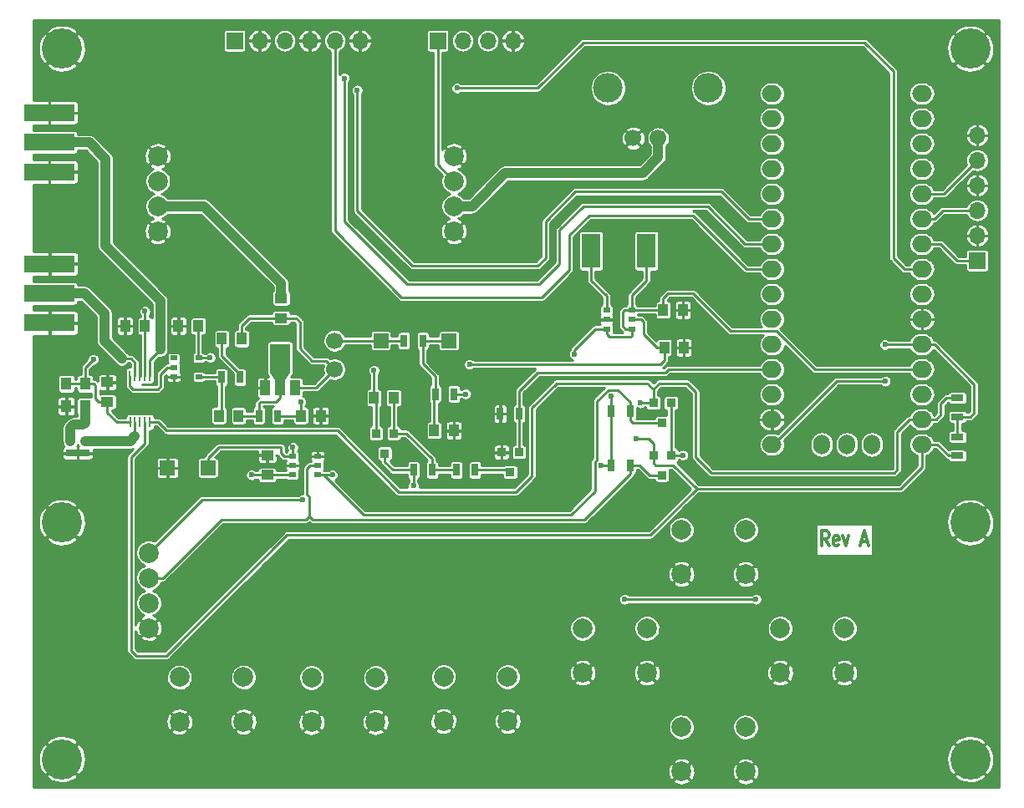
<source format=gtl>
G04 #@! TF.FileFunction,Copper,L1,Top,Signal*
%FSLAX46Y46*%
G04 Gerber Fmt 4.6, Leading zero omitted, Abs format (unit mm)*
G04 Created by KiCad (PCBNEW 4.0.7-e2-6376~58~ubuntu16.04.1) date Sat Dec 30 18:25:35 2017*
%MOMM*%
%LPD*%
G01*
G04 APERTURE LIST*
%ADD10C,0.100000*%
%ADD11C,0.300000*%
%ADD12C,0.200000*%
%ADD13C,4.064000*%
%ADD14R,1.000000X1.250000*%
%ADD15R,1.250000X1.000000*%
%ADD16R,1.500000X1.500000*%
%ADD17R,5.080000X1.800000*%
%ADD18C,0.300000*%
%ADD19R,1.700000X1.700000*%
%ADD20O,1.700000X1.700000*%
%ADD21R,1.900000X3.500000*%
%ADD22C,1.700000*%
%ADD23C,2.000000*%
%ADD24R,0.914400X0.914400*%
%ADD25R,1.000760X1.501140*%
%ADD26R,1.998980X2.999740*%
%ADD27R,0.700000X1.300000*%
%ADD28R,0.800000X0.700000*%
%ADD29R,2.400000X0.700000*%
%ADD30R,1.300000X0.700000*%
%ADD31R,0.762000X0.508000*%
%ADD32R,1.100000X1.300000*%
%ADD33R,0.250000X1.100000*%
%ADD34O,2.000000X1.700000*%
%ADD35O,1.700000X2.000000*%
%ADD36C,2.999740*%
%ADD37C,0.600000*%
%ADD38C,0.250000*%
%ADD39C,1.000000*%
G04 APERTURE END LIST*
D10*
D11*
X181678572Y-104378571D02*
X181278572Y-103664286D01*
X180992857Y-104378571D02*
X180992857Y-102878571D01*
X181450000Y-102878571D01*
X181564286Y-102950000D01*
X181621429Y-103021429D01*
X181678572Y-103164286D01*
X181678572Y-103378571D01*
X181621429Y-103521429D01*
X181564286Y-103592857D01*
X181450000Y-103664286D01*
X180992857Y-103664286D01*
X182650000Y-104307143D02*
X182535714Y-104378571D01*
X182307143Y-104378571D01*
X182192857Y-104307143D01*
X182135714Y-104164286D01*
X182135714Y-103592857D01*
X182192857Y-103450000D01*
X182307143Y-103378571D01*
X182535714Y-103378571D01*
X182650000Y-103450000D01*
X182707143Y-103592857D01*
X182707143Y-103735714D01*
X182135714Y-103878571D01*
X183107143Y-103378571D02*
X183392857Y-104378571D01*
X183678571Y-103378571D01*
X184992857Y-103950000D02*
X185564286Y-103950000D01*
X184878572Y-104378571D02*
X185278572Y-102878571D01*
X185678572Y-104378571D01*
D12*
X162000000Y-65500000D03*
X161000000Y-65500000D03*
X160000000Y-65500000D03*
X159000000Y-65500000D03*
X158000000Y-65500000D03*
X157000000Y-65500000D03*
X156000000Y-65500000D03*
X155000000Y-65500000D03*
X154000000Y-65500000D03*
X153000000Y-65500000D03*
X163000000Y-64750000D03*
X165500000Y-64800000D03*
X165000000Y-65800000D03*
X164000000Y-66750000D03*
X163000000Y-67650000D03*
X162000000Y-67650000D03*
X161000000Y-67650000D03*
X160000000Y-67650000D03*
X159000000Y-67650000D03*
X158000000Y-67650000D03*
X157000000Y-67650000D03*
X156000000Y-67650000D03*
X155000000Y-67650000D03*
X154000000Y-67650000D03*
X153000000Y-67650000D03*
X152000000Y-65500000D03*
X150000000Y-67650000D03*
X150000000Y-65500000D03*
X149000000Y-65500000D03*
X149000000Y-68000000D03*
X152000000Y-67650000D03*
X148000000Y-66000000D03*
X127000000Y-77000000D03*
X126000000Y-75950000D03*
X125000000Y-75000000D03*
X124000000Y-74000000D03*
X123000000Y-73000000D03*
X122000000Y-72000000D03*
X121000000Y-71000000D03*
X120000000Y-70000000D03*
X119000000Y-69000000D03*
X118000000Y-69000000D03*
X117000000Y-69000000D03*
X116000000Y-69000000D03*
X116000000Y-71000000D03*
X117000000Y-71000000D03*
X118000000Y-71000000D03*
X119000000Y-72000000D03*
X120000000Y-73000000D03*
X121000000Y-74000000D03*
X123000000Y-76000000D03*
X122000000Y-75000000D03*
X124000000Y-77000000D03*
X127000000Y-83000000D03*
X126000000Y-83000000D03*
X125000000Y-83000000D03*
X124000000Y-83000000D03*
D13*
X196000000Y-102000000D03*
X104000000Y-102000000D03*
X104000000Y-54000000D03*
X104000000Y-126000000D03*
X196000000Y-126000000D03*
D14*
X135600000Y-89400000D03*
X137600000Y-89400000D03*
X117800000Y-82100000D03*
X115800000Y-82100000D03*
X164900000Y-80500000D03*
X166900000Y-80500000D03*
X165000000Y-84300000D03*
X167000000Y-84300000D03*
X121900000Y-91200000D03*
X119900000Y-91200000D03*
D15*
X108600000Y-89800000D03*
X108600000Y-87800000D03*
D14*
X141700000Y-92700000D03*
X143700000Y-92700000D03*
X122200000Y-83400000D03*
X120200000Y-83400000D03*
X128200000Y-91200000D03*
X130200000Y-91200000D03*
D15*
X124800000Y-97200000D03*
X124800000Y-95200000D03*
X126200000Y-79300000D03*
X126200000Y-81300000D03*
D14*
X112400000Y-82100000D03*
X110400000Y-82100000D03*
D16*
X118800000Y-96500000D03*
X143200000Y-83600000D03*
X136300000Y-83600000D03*
D17*
X102750000Y-78800000D03*
X102750000Y-75800000D03*
D18*
X100710000Y-81800000D03*
X104710000Y-81800000D03*
X103710000Y-81300000D03*
X103710000Y-82300000D03*
X102710000Y-81800000D03*
X101710000Y-81300000D03*
X101710000Y-82300000D03*
X100710000Y-75800000D03*
X104710000Y-75800000D03*
X103710000Y-75300000D03*
X103710000Y-76300000D03*
X102710000Y-75800000D03*
X101710000Y-75300000D03*
X101710000Y-76300000D03*
D17*
X102750000Y-81800000D03*
X102740000Y-63500000D03*
X102740000Y-60500000D03*
D18*
X100700000Y-66500000D03*
X104700000Y-66500000D03*
X103700000Y-66000000D03*
X103700000Y-67000000D03*
X102700000Y-66500000D03*
X101700000Y-66000000D03*
X101700000Y-67000000D03*
X100700000Y-60500000D03*
X104700000Y-60500000D03*
X103700000Y-60000000D03*
X103700000Y-61000000D03*
X102700000Y-60500000D03*
X101700000Y-60000000D03*
X101700000Y-61000000D03*
D17*
X102740000Y-66500000D03*
D19*
X142060000Y-53200000D03*
D20*
X144600000Y-53200000D03*
X147140000Y-53200000D03*
X149680000Y-53200000D03*
D16*
X114700000Y-96500000D03*
D21*
X157600000Y-74500000D03*
X163200000Y-74500000D03*
D22*
X131600000Y-83600000D03*
X131600000Y-86500000D03*
D23*
X113700000Y-67430000D03*
X143700000Y-67430000D03*
X113700000Y-64890000D03*
X113700000Y-69970000D03*
X143700000Y-64890000D03*
X143700000Y-69970000D03*
X113700000Y-72510000D03*
X143700000Y-72510000D03*
D24*
X148522000Y-94900000D03*
X150300000Y-94900000D03*
X149411000Y-96932000D03*
X135811000Y-92984000D03*
X137589000Y-92984000D03*
X136700000Y-95016000D03*
D25*
X124598860Y-88351660D03*
X126100000Y-88351660D03*
X127601140Y-88351660D03*
D26*
X126100000Y-85400180D03*
D10*
G36*
X127100760Y-86874650D02*
X126600380Y-87623950D01*
X125599620Y-87623950D01*
X125099240Y-86874650D01*
X127100760Y-86874650D01*
X127100760Y-86874650D01*
G37*
D24*
X163911000Y-89884000D03*
X165689000Y-89884000D03*
X164800000Y-91916000D03*
X163911000Y-95184000D03*
X165689000Y-95184000D03*
X164800000Y-97216000D03*
D27*
X150300000Y-91000000D03*
X148400000Y-91000000D03*
X143950000Y-96700000D03*
X145850000Y-96700000D03*
D28*
X104850000Y-93800000D03*
X106350000Y-93800000D03*
D29*
X105600000Y-95000000D03*
D27*
X139600000Y-96700000D03*
X141500000Y-96700000D03*
X122050000Y-87300000D03*
X120150000Y-87300000D03*
X141800000Y-89000000D03*
X143700000Y-89000000D03*
X123950000Y-91200000D03*
X125850000Y-91200000D03*
X138650000Y-83600000D03*
X140550000Y-83600000D03*
X159650000Y-96200000D03*
X161550000Y-96200000D03*
X159650000Y-90700000D03*
X161550000Y-90700000D03*
D30*
X194700000Y-93350000D03*
X194700000Y-95250000D03*
X194700000Y-91300000D03*
X194700000Y-89400000D03*
D23*
X156750000Y-112750000D03*
X163250000Y-112750000D03*
X156750000Y-117250000D03*
X163250000Y-117250000D03*
X115900000Y-117700000D03*
X122400000Y-117700000D03*
X115900000Y-122200000D03*
X122400000Y-122200000D03*
X173250000Y-127250000D03*
X166750000Y-127250000D03*
X173250000Y-122750000D03*
X166750000Y-122750000D03*
X173250000Y-107250000D03*
X166750000Y-107250000D03*
X173250000Y-102750000D03*
X166750000Y-102750000D03*
X135780000Y-122250000D03*
X129280000Y-122250000D03*
X135780000Y-117750000D03*
X129280000Y-117750000D03*
X183250000Y-117250000D03*
X176750000Y-117250000D03*
X183250000Y-112750000D03*
X176750000Y-112750000D03*
X149150000Y-122150000D03*
X142650000Y-122150000D03*
X149150000Y-117650000D03*
X142650000Y-117650000D03*
D31*
X159160000Y-80495000D03*
X159160000Y-82400000D03*
X161700000Y-81447500D03*
X159160000Y-81447500D03*
X161700000Y-82400000D03*
X161700000Y-80495000D03*
D32*
X104450000Y-87950000D03*
X104450000Y-90250000D03*
X106350000Y-90250000D03*
X106350000Y-87950000D03*
D31*
X115330000Y-85347500D03*
X115330000Y-87252500D03*
X117870000Y-85347500D03*
X115330000Y-86300000D03*
X117870000Y-87252500D03*
D33*
X110900000Y-91850000D03*
X111400000Y-91850000D03*
X111900000Y-91850000D03*
X112400000Y-91850000D03*
X112900000Y-91850000D03*
X112916000Y-87150000D03*
X112408000Y-87150000D03*
X111900000Y-87150000D03*
X111392000Y-87150000D03*
X110884000Y-87150000D03*
D31*
X127360000Y-95300000D03*
X127360000Y-97205000D03*
X129900000Y-96252500D03*
X127360000Y-96252500D03*
X129900000Y-97205000D03*
X129900000Y-95300000D03*
D23*
X112800000Y-112710000D03*
X112800000Y-110170000D03*
X112800000Y-107630000D03*
X112800000Y-105090000D03*
D34*
X191100000Y-94120000D03*
X175900000Y-94120000D03*
X191100000Y-91580000D03*
X175900000Y-91580000D03*
X191100000Y-89040000D03*
X175900000Y-89040000D03*
X191100000Y-86500000D03*
X175900000Y-86500000D03*
X191100000Y-83960000D03*
X175900000Y-83960000D03*
X191100000Y-81420000D03*
X175900000Y-81420000D03*
X191100000Y-78880000D03*
X175900000Y-78880000D03*
X191100000Y-76340000D03*
X175900000Y-76340000D03*
X191100000Y-73800000D03*
X175900000Y-73800000D03*
X191100000Y-71260000D03*
X175900000Y-71260000D03*
X191100000Y-68720000D03*
X175900000Y-68720000D03*
X191100000Y-66180000D03*
X175900000Y-66180000D03*
X191100000Y-63640000D03*
X175900000Y-63640000D03*
X191100000Y-61100000D03*
X175900000Y-61100000D03*
X191100000Y-58560000D03*
X175900000Y-58560000D03*
D35*
X186040000Y-94120000D03*
X183500000Y-94120000D03*
X180960000Y-94120000D03*
D36*
X159320000Y-58000000D03*
X169480000Y-58000000D03*
D22*
X164400000Y-63080000D03*
X161860000Y-63080000D03*
D13*
X196000000Y-54000000D03*
D19*
X121480000Y-53200000D03*
D20*
X124020000Y-53200000D03*
X126560000Y-53200000D03*
X129100000Y-53200000D03*
X131640000Y-53200000D03*
X134180000Y-53200000D03*
D19*
X196700000Y-75480000D03*
D20*
X196700000Y-72940000D03*
X196700000Y-70400000D03*
X196700000Y-67860000D03*
X196700000Y-65320000D03*
X196700000Y-62780000D03*
D12*
X124000000Y-84000000D03*
D37*
X145300000Y-86000000D03*
X135600000Y-86600000D03*
X155900000Y-84950000D03*
X159650000Y-89200000D03*
X158600000Y-96200000D03*
X119000000Y-85300000D03*
X123200000Y-97200000D03*
X187350000Y-84000000D03*
X187400000Y-87700000D03*
X161000000Y-109800000D03*
X174300000Y-109800000D03*
X112400000Y-80600000D03*
X107200000Y-85500000D03*
X166900000Y-95200000D03*
X128200000Y-89800000D03*
X127400000Y-94400000D03*
X133900000Y-58200000D03*
X132600000Y-57000000D03*
X162200000Y-93500000D03*
X162600000Y-89900000D03*
X144000000Y-58000000D03*
X144900000Y-89000000D03*
X139600000Y-98300000D03*
X131400000Y-97200000D03*
X128400000Y-99700000D03*
D38*
X164600000Y-86000000D02*
X145300000Y-86000000D01*
X165000000Y-85600000D02*
X164600000Y-86000000D01*
X165000000Y-84300000D02*
X165000000Y-85600000D01*
X135600000Y-86600000D02*
X135600000Y-89400000D01*
X162900000Y-81700000D02*
X162647500Y-81447500D01*
X162647500Y-81447500D02*
X161700000Y-81447500D01*
X162900000Y-82950000D02*
X162900000Y-81700000D01*
X165000000Y-84300000D02*
X164250000Y-84300000D01*
X164250000Y-84300000D02*
X162900000Y-82950000D01*
X135811000Y-92984000D02*
X135811000Y-89611000D01*
X135811000Y-89611000D02*
X135600000Y-89400000D01*
X143950000Y-96700000D02*
X141500000Y-96700000D01*
X141500000Y-96700000D02*
X141500000Y-95600000D01*
X141500000Y-95600000D02*
X138884000Y-92984000D01*
X138884000Y-92984000D02*
X137589000Y-92984000D01*
X137600000Y-89400000D02*
X137600000Y-92973000D01*
X137600000Y-92973000D02*
X137589000Y-92984000D01*
X158025736Y-82400000D02*
X159160000Y-82400000D01*
X155900000Y-84950000D02*
X155900000Y-84525736D01*
X155900000Y-84525736D02*
X158025736Y-82400000D01*
X159650000Y-90700000D02*
X159650000Y-89200000D01*
X158600000Y-96200000D02*
X159650000Y-96200000D01*
X119000000Y-85300000D02*
X117917500Y-85300000D01*
X117917500Y-85300000D02*
X117870000Y-85347500D01*
X124800000Y-97200000D02*
X123200000Y-97200000D01*
X165400000Y-78800000D02*
X164900000Y-79300000D01*
X164900000Y-79300000D02*
X164900000Y-80500000D01*
X167900000Y-78800000D02*
X165400000Y-78800000D01*
X171695010Y-82595010D02*
X167900000Y-78800000D01*
X191100000Y-86500000D02*
X180251715Y-86500000D01*
X180251715Y-86500000D02*
X176346725Y-82595010D01*
X176346725Y-82595010D02*
X171695010Y-82595010D01*
X159650000Y-90700000D02*
X159650000Y-91600000D01*
X159650000Y-91600000D02*
X159650000Y-96200000D01*
X161600000Y-83200000D02*
X161700000Y-83100000D01*
X161700000Y-83100000D02*
X161700000Y-82400000D01*
X159456000Y-83200000D02*
X161600000Y-83200000D01*
X159160000Y-82400000D02*
X159160000Y-82904000D01*
X159160000Y-82904000D02*
X159456000Y-83200000D01*
X161700000Y-82400000D02*
X161069000Y-82400000D01*
X161069000Y-82400000D02*
X160800000Y-82131000D01*
X160800000Y-82131000D02*
X160800000Y-80700000D01*
X160800000Y-80700000D02*
X161005000Y-80495000D01*
X161005000Y-80495000D02*
X161700000Y-80495000D01*
X161700000Y-80495000D02*
X164895000Y-80495000D01*
X164895000Y-80495000D02*
X164900000Y-80500000D01*
X161700000Y-80495000D02*
X161700000Y-79000000D01*
X161700000Y-79000000D02*
X163200000Y-77500000D01*
X163200000Y-77500000D02*
X163200000Y-74500000D01*
X127360000Y-97205000D02*
X124805000Y-97205000D01*
X124805000Y-97205000D02*
X124800000Y-97200000D01*
X117800000Y-82100000D02*
X117800000Y-85277500D01*
X117800000Y-85277500D02*
X117870000Y-85347500D01*
X126100000Y-87249300D02*
X126100000Y-88351660D01*
X126100000Y-85400180D02*
X126100000Y-88351660D01*
X126100000Y-88351660D02*
X126100000Y-89352230D01*
X126100000Y-89352230D02*
X125652230Y-89800000D01*
X125652230Y-89800000D02*
X124100000Y-89800000D01*
X124100000Y-89800000D02*
X123950000Y-89950000D01*
X123950000Y-89950000D02*
X123950000Y-91200000D01*
X121900000Y-91200000D02*
X123950000Y-91200000D01*
X120150000Y-87300000D02*
X120150000Y-90950000D01*
X120150000Y-90950000D02*
X119900000Y-91200000D01*
X117870000Y-87252500D02*
X120102500Y-87252500D01*
X120102500Y-87252500D02*
X120150000Y-87300000D01*
X187350000Y-84000000D02*
X191060000Y-84000000D01*
X191060000Y-84000000D02*
X191100000Y-83960000D01*
X175900000Y-94120000D02*
X176050000Y-94120000D01*
X176050000Y-94120000D02*
X182470000Y-87700000D01*
X182470000Y-87700000D02*
X187400000Y-87700000D01*
X174300000Y-109800000D02*
X161000000Y-109800000D01*
X191100000Y-83960000D02*
X190950000Y-83960000D01*
X112400000Y-82100000D02*
X112400000Y-80600000D01*
X143700000Y-67430000D02*
X142060000Y-65790000D01*
X142060000Y-65790000D02*
X142060000Y-53200000D01*
X106350000Y-87950000D02*
X106350000Y-86350000D01*
X106350000Y-86350000D02*
X107200000Y-85500000D01*
X108600000Y-89800000D02*
X107725000Y-89800000D01*
X107725000Y-89800000D02*
X107400000Y-89475000D01*
X107400000Y-89475000D02*
X107400000Y-88100000D01*
X107400000Y-88100000D02*
X107250000Y-87950000D01*
X107250000Y-87950000D02*
X106350000Y-87950000D01*
X165689000Y-95184000D02*
X166884000Y-95184000D01*
X166884000Y-95184000D02*
X166900000Y-95200000D01*
X165689000Y-89884000D02*
X165689000Y-92526402D01*
X165689000Y-92526402D02*
X165689000Y-95184000D01*
X194700000Y-91300000D02*
X194700000Y-93350000D01*
X196400000Y-90900000D02*
X196000000Y-91300000D01*
X196000000Y-91300000D02*
X194700000Y-91300000D01*
X196400000Y-88010000D02*
X196400000Y-90900000D01*
X191100000Y-83960000D02*
X192350000Y-83960000D01*
X192350000Y-83960000D02*
X196400000Y-88010000D01*
X112400000Y-82100000D02*
X112400000Y-87142000D01*
X112400000Y-87142000D02*
X112408000Y-87150000D01*
X104450000Y-87950000D02*
X106350000Y-87950000D01*
X108600000Y-90900000D02*
X109550000Y-91850000D01*
X109550000Y-91850000D02*
X110900000Y-91850000D01*
X108600000Y-89800000D02*
X108600000Y-90900000D01*
X140550000Y-83600000D02*
X143200000Y-83600000D01*
X141800000Y-87200000D02*
X140550000Y-85950000D01*
X140550000Y-85950000D02*
X140550000Y-83600000D01*
X141800000Y-89000000D02*
X141800000Y-87200000D01*
X141700000Y-92700000D02*
X141700000Y-89100000D01*
X141700000Y-89100000D02*
X141800000Y-89000000D01*
X126200000Y-81300000D02*
X123000000Y-81300000D01*
X123000000Y-81300000D02*
X122200000Y-82100000D01*
X122200000Y-82100000D02*
X122200000Y-83400000D01*
X128100000Y-81700000D02*
X127700000Y-81300000D01*
X127700000Y-81300000D02*
X126200000Y-81300000D01*
X128100000Y-84400000D02*
X128100000Y-81700000D01*
X129350001Y-85650001D02*
X128100000Y-84400000D01*
X131600000Y-86500000D02*
X130750001Y-85650001D01*
X130750001Y-85650001D02*
X129350001Y-85650001D01*
X127601140Y-88351660D02*
X129748340Y-88351660D01*
X129748340Y-88351660D02*
X131600000Y-86500000D01*
X122050000Y-87300000D02*
X122050000Y-87000000D01*
X122050000Y-87000000D02*
X120200000Y-85150000D01*
X120200000Y-85150000D02*
X120200000Y-83400000D01*
X128200000Y-89800000D02*
X128200000Y-91200000D01*
X127360000Y-95300000D02*
X127360000Y-94440000D01*
X127360000Y-94440000D02*
X127400000Y-94400000D01*
X127360000Y-95300000D02*
X126500000Y-95300000D01*
X126500000Y-95300000D02*
X126200000Y-95000000D01*
X126200000Y-95000000D02*
X126200000Y-94400000D01*
X126200000Y-94400000D02*
X126174999Y-94374999D01*
X119925001Y-94374999D02*
X118800000Y-95500000D01*
X126174999Y-94374999D02*
X119925001Y-94374999D01*
X118800000Y-95500000D02*
X118800000Y-96500000D01*
X125850000Y-91200000D02*
X128200000Y-91200000D01*
D39*
X126200000Y-79300000D02*
X126200000Y-77800000D01*
X126200000Y-77800000D02*
X118370000Y-69970000D01*
X118370000Y-69970000D02*
X115114213Y-69970000D01*
X115114213Y-69970000D02*
X113700000Y-69970000D01*
D38*
X136300000Y-83600000D02*
X131600000Y-83600000D01*
X138650000Y-83600000D02*
X136300000Y-83600000D01*
X170800000Y-68500000D02*
X173560000Y-71260000D01*
X173560000Y-71260000D02*
X175900000Y-71260000D01*
X156000000Y-68500000D02*
X170800000Y-68500000D01*
X153000000Y-71500000D02*
X156000000Y-68500000D01*
X153000000Y-75200000D02*
X153000000Y-71500000D01*
X152200000Y-76000000D02*
X153000000Y-75200000D01*
X139500000Y-76000000D02*
X152200000Y-76000000D01*
X133900000Y-70400000D02*
X139500000Y-76000000D01*
X133900000Y-58200000D02*
X133900000Y-70400000D01*
X169400000Y-70000000D02*
X173200000Y-73800000D01*
X173200000Y-73800000D02*
X175900000Y-73800000D01*
X156800000Y-70000000D02*
X169400000Y-70000000D01*
X154400000Y-72400000D02*
X156800000Y-70000000D01*
X154400000Y-75800000D02*
X154400000Y-72400000D01*
X152300000Y-77900000D02*
X154400000Y-75800000D01*
X139000000Y-77900000D02*
X152300000Y-77900000D01*
X132600000Y-71500000D02*
X139000000Y-77900000D01*
X132600000Y-57000000D02*
X132600000Y-71500000D01*
X131640000Y-53200000D02*
X131640000Y-72440000D01*
X131640000Y-72440000D02*
X138400000Y-79200000D01*
X138400000Y-79200000D02*
X152600000Y-79200000D01*
X152600000Y-79200000D02*
X155400000Y-76400000D01*
X155400000Y-76400000D02*
X155400000Y-72900000D01*
X155400000Y-72900000D02*
X157400000Y-70900000D01*
X157400000Y-70900000D02*
X167900000Y-70900000D01*
X167900000Y-70900000D02*
X173340000Y-76340000D01*
X173340000Y-76340000D02*
X175900000Y-76340000D01*
X111392000Y-87150000D02*
X111392000Y-86350000D01*
X111392000Y-86350000D02*
X111400000Y-86342000D01*
X111400000Y-86342000D02*
X111400000Y-85800000D01*
X111000000Y-85400000D02*
X110050000Y-85400000D01*
D39*
X110050000Y-85400000D02*
X108300000Y-83650000D01*
D38*
X111400000Y-85800000D02*
X111000000Y-85400000D01*
D39*
X108300000Y-83650000D02*
X108300000Y-82450000D01*
X108300000Y-80810000D02*
X108300000Y-82450000D01*
X102750000Y-78800000D02*
X106290000Y-78800000D01*
X106290000Y-78800000D02*
X108300000Y-80810000D01*
X102740000Y-63500000D02*
X106750000Y-63500000D01*
X106750000Y-63500000D02*
X108400000Y-65150000D01*
X108400000Y-65150000D02*
X108400000Y-74000000D01*
X113950000Y-79550000D02*
X113950000Y-84500000D01*
X108400000Y-74000000D02*
X113950000Y-79550000D01*
D38*
X113950000Y-84500000D02*
X112916000Y-85534000D01*
X112916000Y-85534000D02*
X112916000Y-87150000D01*
X163400000Y-93500000D02*
X163911000Y-94011000D01*
X163911000Y-94011000D02*
X163911000Y-95184000D01*
X162200000Y-93500000D02*
X163400000Y-93500000D01*
X168300000Y-98600000D02*
X163600000Y-103300000D01*
X163600000Y-103300000D02*
X126800000Y-103300000D01*
X126800000Y-103300000D02*
X114600000Y-115500000D01*
X111000000Y-95400000D02*
X112400000Y-94000000D01*
X114600000Y-115500000D02*
X111500000Y-115500000D01*
X111500000Y-115500000D02*
X111000000Y-115000000D01*
X111000000Y-115000000D02*
X111000000Y-95400000D01*
X112400000Y-94000000D02*
X112400000Y-91850000D01*
X164100000Y-96200000D02*
X163911000Y-96011000D01*
X163911000Y-96011000D02*
X163911000Y-95184000D01*
X165900000Y-96200000D02*
X164100000Y-96200000D01*
X168300000Y-98600000D02*
X165900000Y-96200000D01*
X188900000Y-98600000D02*
X168300000Y-98600000D01*
X191100000Y-96400000D02*
X188900000Y-98600000D01*
X191100000Y-94120000D02*
X191100000Y-96400000D01*
X194700000Y-95250000D02*
X193800000Y-95250000D01*
X193800000Y-95250000D02*
X192670000Y-94120000D01*
X192670000Y-94120000D02*
X191100000Y-94120000D01*
X162600000Y-89900000D02*
X163895000Y-89900000D01*
X163895000Y-89900000D02*
X163911000Y-89884000D01*
X114600000Y-92700000D02*
X113750000Y-91850000D01*
X113750000Y-91850000D02*
X113275000Y-91850000D01*
X113275000Y-91850000D02*
X112900000Y-91850000D01*
X131900000Y-92700000D02*
X114600000Y-92700000D01*
X138125001Y-98925001D02*
X131900000Y-92700000D01*
X151600000Y-97300000D02*
X149974999Y-98925001D01*
X149974999Y-98925001D02*
X138125001Y-98925001D01*
X151600000Y-90400000D02*
X151600000Y-97300000D01*
X154100000Y-87900000D02*
X151600000Y-90400000D01*
X163300000Y-87900000D02*
X154100000Y-87900000D01*
X163889000Y-88489000D02*
X163300000Y-87900000D01*
X163911000Y-88489000D02*
X163889000Y-88489000D01*
X191100000Y-91580000D02*
X189850000Y-91580000D01*
X189850000Y-91580000D02*
X188600000Y-92830000D01*
X188600000Y-92830000D02*
X188600000Y-96700000D01*
X188600000Y-96700000D02*
X188300000Y-97000000D01*
X188300000Y-97000000D02*
X169800000Y-97000000D01*
X169800000Y-97000000D02*
X168200000Y-95400000D01*
X168200000Y-95400000D02*
X168200000Y-88800000D01*
X168200000Y-88800000D02*
X167300000Y-87900000D01*
X167300000Y-87900000D02*
X164500000Y-87900000D01*
X164500000Y-87900000D02*
X163911000Y-88489000D01*
X163911000Y-88489000D02*
X163911000Y-89884000D01*
X194700000Y-89400000D02*
X193600000Y-89400000D01*
X193600000Y-89400000D02*
X193000000Y-90000000D01*
X193000000Y-90000000D02*
X193000000Y-91100000D01*
X193000000Y-91100000D02*
X192520000Y-91580000D01*
X192520000Y-91580000D02*
X191100000Y-91580000D01*
X193000000Y-73800000D02*
X194680000Y-75480000D01*
X194680000Y-75480000D02*
X196700000Y-75480000D01*
X191100000Y-73800000D02*
X193000000Y-73800000D01*
X193210000Y-70400000D02*
X196700000Y-70400000D01*
X191100000Y-71260000D02*
X192350000Y-71260000D01*
X192350000Y-71260000D02*
X193210000Y-70400000D01*
X191100000Y-68720000D02*
X193300000Y-68720000D01*
X193300000Y-68720000D02*
X196700000Y-65320000D01*
X157600000Y-77500000D02*
X159160000Y-79060000D01*
X159160000Y-79060000D02*
X159160000Y-80495000D01*
X157600000Y-74500000D02*
X157600000Y-77500000D01*
X188200000Y-75200000D02*
X189340000Y-76340000D01*
X189340000Y-76340000D02*
X191100000Y-76340000D01*
X188200000Y-56300000D02*
X188200000Y-75200000D01*
X185300000Y-53400000D02*
X188200000Y-56300000D01*
X156800000Y-53400000D02*
X185300000Y-53400000D01*
X152200000Y-58000000D02*
X156800000Y-53400000D01*
X144000000Y-58000000D02*
X152200000Y-58000000D01*
D39*
X148900000Y-66600000D02*
X145530000Y-69970000D01*
X145530000Y-69970000D02*
X143700000Y-69970000D01*
X162800000Y-66600000D02*
X148900000Y-66600000D01*
X164400000Y-65000000D02*
X162800000Y-66600000D01*
X164400000Y-63080000D02*
X164400000Y-65000000D01*
D38*
X175900000Y-86500000D02*
X165425002Y-86500000D01*
X152200000Y-86800000D02*
X150300000Y-88700000D01*
X165425002Y-86500000D02*
X165125002Y-86800000D01*
X165125002Y-86800000D02*
X152200000Y-86800000D01*
X150300000Y-88700000D02*
X150300000Y-91000000D01*
X150300000Y-91000000D02*
X150300000Y-94900000D01*
X145850000Y-96700000D02*
X149179000Y-96700000D01*
X149179000Y-96700000D02*
X149411000Y-96932000D01*
X144900000Y-89000000D02*
X143700000Y-89000000D01*
X139600000Y-96700000D02*
X139600000Y-98300000D01*
X137500000Y-96700000D02*
X136700000Y-95900000D01*
X136700000Y-95900000D02*
X136700000Y-95016000D01*
X139600000Y-96700000D02*
X137500000Y-96700000D01*
X157974999Y-98825001D02*
X155550010Y-101249990D01*
X157974999Y-95899999D02*
X157974999Y-98825001D01*
X158200000Y-95674998D02*
X157974999Y-95899999D01*
X158200000Y-89724996D02*
X158200000Y-95674998D01*
X160324998Y-88574998D02*
X159349998Y-88574998D01*
X161550000Y-89800000D02*
X160324998Y-88574998D01*
X161550000Y-90700000D02*
X161550000Y-89800000D01*
X130531000Y-97205000D02*
X129900000Y-97205000D01*
X134575990Y-101249990D02*
X130531000Y-97205000D01*
X155550010Y-101249990D02*
X134575990Y-101249990D01*
X159349998Y-88574998D02*
X158200000Y-89724996D01*
X131400000Y-97200000D02*
X129905000Y-97200000D01*
X129905000Y-97200000D02*
X129900000Y-97205000D01*
X112800000Y-105090000D02*
X118190000Y-99700000D01*
X118190000Y-99700000D02*
X128400000Y-99700000D01*
X161550000Y-91650000D02*
X161816000Y-91916000D01*
X161816000Y-91916000D02*
X164800000Y-91916000D01*
X161550000Y-90700000D02*
X161550000Y-91650000D01*
X129074999Y-101374999D02*
X129400000Y-101700000D01*
X129400000Y-101700000D02*
X156950000Y-101700000D01*
X129025001Y-101374999D02*
X129074999Y-101374999D01*
X129900000Y-96252500D02*
X129147500Y-96252500D01*
X129147500Y-96252500D02*
X128800000Y-96600000D01*
X114214213Y-107630000D02*
X112800000Y-107630000D01*
X128800000Y-96600000D02*
X128800000Y-99174998D01*
X128800000Y-99174998D02*
X129025001Y-99399999D01*
X129025001Y-99399999D02*
X129025001Y-101374999D01*
X129025001Y-101374999D02*
X128700000Y-101700000D01*
X128700000Y-101700000D02*
X120144213Y-101700000D01*
X120144213Y-101700000D02*
X114214213Y-107630000D01*
X161550000Y-96200000D02*
X161550000Y-97100000D01*
X161550000Y-97100000D02*
X156950000Y-101700000D01*
X163516000Y-97216000D02*
X162500000Y-96200000D01*
X162500000Y-96200000D02*
X161550000Y-96200000D01*
X164800000Y-97216000D02*
X163516000Y-97216000D01*
D39*
X106150000Y-92100000D02*
X105200000Y-92100000D01*
X105200000Y-92100000D02*
X104850000Y-92450000D01*
X104850000Y-92450000D02*
X104850000Y-93800000D01*
X106350000Y-90250000D02*
X106350000Y-91900000D01*
X106350000Y-91900000D02*
X106150000Y-92100000D01*
D38*
X111400000Y-93300000D02*
X111400000Y-91850000D01*
D39*
X110900000Y-93800000D02*
X111400000Y-93300000D01*
X106350000Y-93800000D02*
X110900000Y-93800000D01*
D38*
X111200000Y-88500000D02*
X110884000Y-88184000D01*
X110884000Y-88184000D02*
X110884000Y-87150000D01*
X113700000Y-88500000D02*
X111200000Y-88500000D01*
X114000000Y-88200000D02*
X113700000Y-88500000D01*
X114000000Y-86999000D02*
X114000000Y-88200000D01*
X115330000Y-86300000D02*
X114699000Y-86300000D01*
X114699000Y-86300000D02*
X114000000Y-86999000D01*
G36*
X198875000Y-51151776D02*
X198875000Y-128848224D01*
X198848224Y-128875000D01*
X101151776Y-128875000D01*
X101125000Y-128848224D01*
X101125000Y-127661533D01*
X102373823Y-127661533D01*
X102598657Y-127971316D01*
X103010168Y-128206827D01*
X103459718Y-128357529D01*
X103930030Y-128417633D01*
X104403032Y-128384830D01*
X104860545Y-128260379D01*
X105025624Y-128178191D01*
X165857165Y-128178191D01*
X165958243Y-128382292D01*
X166194356Y-128514999D01*
X166451822Y-128599093D01*
X166720746Y-128631342D01*
X166990795Y-128610507D01*
X167251590Y-128537388D01*
X167493110Y-128414796D01*
X167541757Y-128382292D01*
X167642835Y-128178191D01*
X172357165Y-128178191D01*
X172458243Y-128382292D01*
X172694356Y-128514999D01*
X172951822Y-128599093D01*
X173220746Y-128631342D01*
X173490795Y-128610507D01*
X173751590Y-128537388D01*
X173993110Y-128414796D01*
X174041757Y-128382292D01*
X174142835Y-128178191D01*
X173250000Y-127285355D01*
X172357165Y-128178191D01*
X167642835Y-128178191D01*
X166750000Y-127285355D01*
X165857165Y-128178191D01*
X105025624Y-128178191D01*
X105284988Y-128049062D01*
X105401343Y-127971316D01*
X105626177Y-127661533D01*
X104000000Y-126035355D01*
X102373823Y-127661533D01*
X101125000Y-127661533D01*
X101125000Y-125930030D01*
X101582367Y-125930030D01*
X101615170Y-126403032D01*
X101739621Y-126860545D01*
X101950938Y-127284988D01*
X102028684Y-127401343D01*
X102338467Y-127626177D01*
X103964645Y-126000000D01*
X104035355Y-126000000D01*
X105661533Y-127626177D01*
X105971316Y-127401343D01*
X106074673Y-127220746D01*
X165368658Y-127220746D01*
X165389493Y-127490795D01*
X165462612Y-127751590D01*
X165585204Y-127993110D01*
X165617708Y-128041757D01*
X165821809Y-128142835D01*
X166714645Y-127250000D01*
X166785355Y-127250000D01*
X167678191Y-128142835D01*
X167882292Y-128041757D01*
X168014999Y-127805644D01*
X168099093Y-127548178D01*
X168131342Y-127279254D01*
X168126828Y-127220746D01*
X171868658Y-127220746D01*
X171889493Y-127490795D01*
X171962612Y-127751590D01*
X172085204Y-127993110D01*
X172117708Y-128041757D01*
X172321809Y-128142835D01*
X173214645Y-127250000D01*
X173285355Y-127250000D01*
X174178191Y-128142835D01*
X174382292Y-128041757D01*
X174514999Y-127805644D01*
X174562068Y-127661533D01*
X194373823Y-127661533D01*
X194598657Y-127971316D01*
X195010168Y-128206827D01*
X195459718Y-128357529D01*
X195930030Y-128417633D01*
X196403032Y-128384830D01*
X196860545Y-128260379D01*
X197284988Y-128049062D01*
X197401343Y-127971316D01*
X197626177Y-127661533D01*
X196000000Y-126035355D01*
X194373823Y-127661533D01*
X174562068Y-127661533D01*
X174599093Y-127548178D01*
X174631342Y-127279254D01*
X174610507Y-127009205D01*
X174537388Y-126748410D01*
X174414796Y-126506890D01*
X174382292Y-126458243D01*
X174178191Y-126357165D01*
X173285355Y-127250000D01*
X173214645Y-127250000D01*
X172321809Y-126357165D01*
X172117708Y-126458243D01*
X171985001Y-126694356D01*
X171900907Y-126951822D01*
X171868658Y-127220746D01*
X168126828Y-127220746D01*
X168110507Y-127009205D01*
X168037388Y-126748410D01*
X167914796Y-126506890D01*
X167882292Y-126458243D01*
X167678191Y-126357165D01*
X166785355Y-127250000D01*
X166714645Y-127250000D01*
X165821809Y-126357165D01*
X165617708Y-126458243D01*
X165485001Y-126694356D01*
X165400907Y-126951822D01*
X165368658Y-127220746D01*
X106074673Y-127220746D01*
X106206827Y-126989832D01*
X106357529Y-126540282D01*
X106385448Y-126321809D01*
X165857165Y-126321809D01*
X166750000Y-127214645D01*
X167642835Y-126321809D01*
X172357165Y-126321809D01*
X173250000Y-127214645D01*
X174142835Y-126321809D01*
X174041757Y-126117708D01*
X173805644Y-125985001D01*
X173637343Y-125930030D01*
X193582367Y-125930030D01*
X193615170Y-126403032D01*
X193739621Y-126860545D01*
X193950938Y-127284988D01*
X194028684Y-127401343D01*
X194338467Y-127626177D01*
X195964645Y-126000000D01*
X196035355Y-126000000D01*
X197661533Y-127626177D01*
X197971316Y-127401343D01*
X198206827Y-126989832D01*
X198357529Y-126540282D01*
X198417633Y-126069970D01*
X198384830Y-125596968D01*
X198260379Y-125139455D01*
X198049062Y-124715012D01*
X197971316Y-124598657D01*
X197661533Y-124373823D01*
X196035355Y-126000000D01*
X195964645Y-126000000D01*
X194338467Y-124373823D01*
X194028684Y-124598657D01*
X193793173Y-125010168D01*
X193642471Y-125459718D01*
X193582367Y-125930030D01*
X173637343Y-125930030D01*
X173548178Y-125900907D01*
X173279254Y-125868658D01*
X173009205Y-125889493D01*
X172748410Y-125962612D01*
X172506890Y-126085204D01*
X172458243Y-126117708D01*
X172357165Y-126321809D01*
X167642835Y-126321809D01*
X167541757Y-126117708D01*
X167305644Y-125985001D01*
X167048178Y-125900907D01*
X166779254Y-125868658D01*
X166509205Y-125889493D01*
X166248410Y-125962612D01*
X166006890Y-126085204D01*
X165958243Y-126117708D01*
X165857165Y-126321809D01*
X106385448Y-126321809D01*
X106417633Y-126069970D01*
X106384830Y-125596968D01*
X106260379Y-125139455D01*
X106049062Y-124715012D01*
X105971316Y-124598657D01*
X105661533Y-124373823D01*
X104035355Y-126000000D01*
X103964645Y-126000000D01*
X102338467Y-124373823D01*
X102028684Y-124598657D01*
X101793173Y-125010168D01*
X101642471Y-125459718D01*
X101582367Y-125930030D01*
X101125000Y-125930030D01*
X101125000Y-124338467D01*
X102373823Y-124338467D01*
X104000000Y-125964645D01*
X105626177Y-124338467D01*
X194373823Y-124338467D01*
X196000000Y-125964645D01*
X197626177Y-124338467D01*
X197401343Y-124028684D01*
X196989832Y-123793173D01*
X196540282Y-123642471D01*
X196069970Y-123582367D01*
X195596968Y-123615170D01*
X195139455Y-123739621D01*
X194715012Y-123950938D01*
X194598657Y-124028684D01*
X194373823Y-124338467D01*
X105626177Y-124338467D01*
X105401343Y-124028684D01*
X104989832Y-123793173D01*
X104540282Y-123642471D01*
X104069970Y-123582367D01*
X103596968Y-123615170D01*
X103139455Y-123739621D01*
X102715012Y-123950938D01*
X102598657Y-124028684D01*
X102373823Y-124338467D01*
X101125000Y-124338467D01*
X101125000Y-123128191D01*
X115007165Y-123128191D01*
X115108243Y-123332292D01*
X115344356Y-123464999D01*
X115601822Y-123549093D01*
X115870746Y-123581342D01*
X116140795Y-123560507D01*
X116401590Y-123487388D01*
X116643110Y-123364796D01*
X116691757Y-123332292D01*
X116792835Y-123128191D01*
X121507165Y-123128191D01*
X121608243Y-123332292D01*
X121844356Y-123464999D01*
X122101822Y-123549093D01*
X122370746Y-123581342D01*
X122640795Y-123560507D01*
X122901590Y-123487388D01*
X123143110Y-123364796D01*
X123191757Y-123332292D01*
X123268073Y-123178191D01*
X128387165Y-123178191D01*
X128488243Y-123382292D01*
X128724356Y-123514999D01*
X128981822Y-123599093D01*
X129250746Y-123631342D01*
X129520795Y-123610507D01*
X129781590Y-123537388D01*
X130023110Y-123414796D01*
X130071757Y-123382292D01*
X130172835Y-123178191D01*
X134887165Y-123178191D01*
X134988243Y-123382292D01*
X135224356Y-123514999D01*
X135481822Y-123599093D01*
X135750746Y-123631342D01*
X136020795Y-123610507D01*
X136281590Y-123537388D01*
X136523110Y-123414796D01*
X136571757Y-123382292D01*
X136672835Y-123178191D01*
X135780000Y-122285355D01*
X134887165Y-123178191D01*
X130172835Y-123178191D01*
X129280000Y-122285355D01*
X128387165Y-123178191D01*
X123268073Y-123178191D01*
X123292835Y-123128191D01*
X122400000Y-122235355D01*
X121507165Y-123128191D01*
X116792835Y-123128191D01*
X115900000Y-122235355D01*
X115007165Y-123128191D01*
X101125000Y-123128191D01*
X101125000Y-122170746D01*
X114518658Y-122170746D01*
X114539493Y-122440795D01*
X114612612Y-122701590D01*
X114735204Y-122943110D01*
X114767708Y-122991757D01*
X114971809Y-123092835D01*
X115864645Y-122200000D01*
X115935355Y-122200000D01*
X116828191Y-123092835D01*
X117032292Y-122991757D01*
X117164999Y-122755644D01*
X117249093Y-122498178D01*
X117281342Y-122229254D01*
X117276828Y-122170746D01*
X121018658Y-122170746D01*
X121039493Y-122440795D01*
X121112612Y-122701590D01*
X121235204Y-122943110D01*
X121267708Y-122991757D01*
X121471809Y-123092835D01*
X122364645Y-122200000D01*
X122435355Y-122200000D01*
X123328191Y-123092835D01*
X123532292Y-122991757D01*
X123664999Y-122755644D01*
X123749093Y-122498178D01*
X123781342Y-122229254D01*
X123780686Y-122220746D01*
X127898658Y-122220746D01*
X127919493Y-122490795D01*
X127992612Y-122751590D01*
X128115204Y-122993110D01*
X128147708Y-123041757D01*
X128351809Y-123142835D01*
X129244645Y-122250000D01*
X129315355Y-122250000D01*
X130208191Y-123142835D01*
X130412292Y-123041757D01*
X130544999Y-122805644D01*
X130629093Y-122548178D01*
X130661342Y-122279254D01*
X130656828Y-122220746D01*
X134398658Y-122220746D01*
X134419493Y-122490795D01*
X134492612Y-122751590D01*
X134615204Y-122993110D01*
X134647708Y-123041757D01*
X134851809Y-123142835D01*
X135744645Y-122250000D01*
X135815355Y-122250000D01*
X136708191Y-123142835D01*
X136838722Y-123078191D01*
X141757165Y-123078191D01*
X141858243Y-123282292D01*
X142094356Y-123414999D01*
X142351822Y-123499093D01*
X142620746Y-123531342D01*
X142890795Y-123510507D01*
X143151590Y-123437388D01*
X143393110Y-123314796D01*
X143441757Y-123282292D01*
X143542835Y-123078191D01*
X148257165Y-123078191D01*
X148358243Y-123282292D01*
X148594356Y-123414999D01*
X148851822Y-123499093D01*
X149120746Y-123531342D01*
X149390795Y-123510507D01*
X149651590Y-123437388D01*
X149893110Y-123314796D01*
X149941757Y-123282292D01*
X150042835Y-123078191D01*
X149150000Y-122185355D01*
X148257165Y-123078191D01*
X143542835Y-123078191D01*
X142650000Y-122185355D01*
X141757165Y-123078191D01*
X136838722Y-123078191D01*
X136912292Y-123041757D01*
X137044999Y-122805644D01*
X137129093Y-122548178D01*
X137161342Y-122279254D01*
X137149113Y-122120746D01*
X141268658Y-122120746D01*
X141289493Y-122390795D01*
X141362612Y-122651590D01*
X141485204Y-122893110D01*
X141517708Y-122941757D01*
X141721809Y-123042835D01*
X142614645Y-122150000D01*
X142685355Y-122150000D01*
X143578191Y-123042835D01*
X143782292Y-122941757D01*
X143914999Y-122705644D01*
X143999093Y-122448178D01*
X144031342Y-122179254D01*
X144026828Y-122120746D01*
X147768658Y-122120746D01*
X147789493Y-122390795D01*
X147862612Y-122651590D01*
X147985204Y-122893110D01*
X148017708Y-122941757D01*
X148221809Y-123042835D01*
X149114645Y-122150000D01*
X149185355Y-122150000D01*
X150078191Y-123042835D01*
X150282292Y-122941757D01*
X150327450Y-122861410D01*
X165423258Y-122861410D01*
X165470166Y-123116987D01*
X165565821Y-123358585D01*
X165706582Y-123577003D01*
X165887086Y-123763920D01*
X166100458Y-123912218D01*
X166338571Y-124016247D01*
X166592356Y-124072045D01*
X166852145Y-124077487D01*
X167108043Y-124032365D01*
X167350303Y-123938399D01*
X167569698Y-123799166D01*
X167757872Y-123619971D01*
X167907655Y-123407640D01*
X168013344Y-123170259D01*
X168070912Y-122916870D01*
X168071686Y-122861410D01*
X171923258Y-122861410D01*
X171970166Y-123116987D01*
X172065821Y-123358585D01*
X172206582Y-123577003D01*
X172387086Y-123763920D01*
X172600458Y-123912218D01*
X172838571Y-124016247D01*
X173092356Y-124072045D01*
X173352145Y-124077487D01*
X173608043Y-124032365D01*
X173850303Y-123938399D01*
X174069698Y-123799166D01*
X174257872Y-123619971D01*
X174407655Y-123407640D01*
X174513344Y-123170259D01*
X174570912Y-122916870D01*
X174575057Y-122620077D01*
X174524586Y-122365180D01*
X174425566Y-122124940D01*
X174281770Y-121908509D01*
X174098673Y-121724130D01*
X173883251Y-121578826D01*
X173643709Y-121478132D01*
X173389170Y-121425883D01*
X173129331Y-121424069D01*
X172874087Y-121472759D01*
X172633163Y-121570099D01*
X172415733Y-121712381D01*
X172230080Y-121894186D01*
X172083276Y-122108588D01*
X171980911Y-122347421D01*
X171926886Y-122601589D01*
X171923258Y-122861410D01*
X168071686Y-122861410D01*
X168075057Y-122620077D01*
X168024586Y-122365180D01*
X167925566Y-122124940D01*
X167781770Y-121908509D01*
X167598673Y-121724130D01*
X167383251Y-121578826D01*
X167143709Y-121478132D01*
X166889170Y-121425883D01*
X166629331Y-121424069D01*
X166374087Y-121472759D01*
X166133163Y-121570099D01*
X165915733Y-121712381D01*
X165730080Y-121894186D01*
X165583276Y-122108588D01*
X165480911Y-122347421D01*
X165426886Y-122601589D01*
X165423258Y-122861410D01*
X150327450Y-122861410D01*
X150414999Y-122705644D01*
X150499093Y-122448178D01*
X150531342Y-122179254D01*
X150510507Y-121909205D01*
X150437388Y-121648410D01*
X150314796Y-121406890D01*
X150282292Y-121358243D01*
X150078191Y-121257165D01*
X149185355Y-122150000D01*
X149114645Y-122150000D01*
X148221809Y-121257165D01*
X148017708Y-121358243D01*
X147885001Y-121594356D01*
X147800907Y-121851822D01*
X147768658Y-122120746D01*
X144026828Y-122120746D01*
X144010507Y-121909205D01*
X143937388Y-121648410D01*
X143814796Y-121406890D01*
X143782292Y-121358243D01*
X143578191Y-121257165D01*
X142685355Y-122150000D01*
X142614645Y-122150000D01*
X141721809Y-121257165D01*
X141517708Y-121358243D01*
X141385001Y-121594356D01*
X141300907Y-121851822D01*
X141268658Y-122120746D01*
X137149113Y-122120746D01*
X137140507Y-122009205D01*
X137067388Y-121748410D01*
X136944796Y-121506890D01*
X136912292Y-121458243D01*
X136708191Y-121357165D01*
X135815355Y-122250000D01*
X135744645Y-122250000D01*
X134851809Y-121357165D01*
X134647708Y-121458243D01*
X134515001Y-121694356D01*
X134430907Y-121951822D01*
X134398658Y-122220746D01*
X130656828Y-122220746D01*
X130640507Y-122009205D01*
X130567388Y-121748410D01*
X130444796Y-121506890D01*
X130412292Y-121458243D01*
X130208191Y-121357165D01*
X129315355Y-122250000D01*
X129244645Y-122250000D01*
X128351809Y-121357165D01*
X128147708Y-121458243D01*
X128015001Y-121694356D01*
X127930907Y-121951822D01*
X127898658Y-122220746D01*
X123780686Y-122220746D01*
X123760507Y-121959205D01*
X123687388Y-121698410D01*
X123564796Y-121456890D01*
X123532292Y-121408243D01*
X123357761Y-121321809D01*
X128387165Y-121321809D01*
X129280000Y-122214645D01*
X130172835Y-121321809D01*
X134887165Y-121321809D01*
X135780000Y-122214645D01*
X136672835Y-121321809D01*
X136623312Y-121221809D01*
X141757165Y-121221809D01*
X142650000Y-122114645D01*
X143542835Y-121221809D01*
X148257165Y-121221809D01*
X149150000Y-122114645D01*
X150042835Y-121221809D01*
X149941757Y-121017708D01*
X149705644Y-120885001D01*
X149448178Y-120800907D01*
X149179254Y-120768658D01*
X148909205Y-120789493D01*
X148648410Y-120862612D01*
X148406890Y-120985204D01*
X148358243Y-121017708D01*
X148257165Y-121221809D01*
X143542835Y-121221809D01*
X143441757Y-121017708D01*
X143205644Y-120885001D01*
X142948178Y-120800907D01*
X142679254Y-120768658D01*
X142409205Y-120789493D01*
X142148410Y-120862612D01*
X141906890Y-120985204D01*
X141858243Y-121017708D01*
X141757165Y-121221809D01*
X136623312Y-121221809D01*
X136571757Y-121117708D01*
X136335644Y-120985001D01*
X136078178Y-120900907D01*
X135809254Y-120868658D01*
X135539205Y-120889493D01*
X135278410Y-120962612D01*
X135036890Y-121085204D01*
X134988243Y-121117708D01*
X134887165Y-121321809D01*
X130172835Y-121321809D01*
X130071757Y-121117708D01*
X129835644Y-120985001D01*
X129578178Y-120900907D01*
X129309254Y-120868658D01*
X129039205Y-120889493D01*
X128778410Y-120962612D01*
X128536890Y-121085204D01*
X128488243Y-121117708D01*
X128387165Y-121321809D01*
X123357761Y-121321809D01*
X123328191Y-121307165D01*
X122435355Y-122200000D01*
X122364645Y-122200000D01*
X121471809Y-121307165D01*
X121267708Y-121408243D01*
X121135001Y-121644356D01*
X121050907Y-121901822D01*
X121018658Y-122170746D01*
X117276828Y-122170746D01*
X117260507Y-121959205D01*
X117187388Y-121698410D01*
X117064796Y-121456890D01*
X117032292Y-121408243D01*
X116828191Y-121307165D01*
X115935355Y-122200000D01*
X115864645Y-122200000D01*
X114971809Y-121307165D01*
X114767708Y-121408243D01*
X114635001Y-121644356D01*
X114550907Y-121901822D01*
X114518658Y-122170746D01*
X101125000Y-122170746D01*
X101125000Y-121271809D01*
X115007165Y-121271809D01*
X115900000Y-122164645D01*
X116792835Y-121271809D01*
X121507165Y-121271809D01*
X122400000Y-122164645D01*
X123292835Y-121271809D01*
X123191757Y-121067708D01*
X122955644Y-120935001D01*
X122698178Y-120850907D01*
X122429254Y-120818658D01*
X122159205Y-120839493D01*
X121898410Y-120912612D01*
X121656890Y-121035204D01*
X121608243Y-121067708D01*
X121507165Y-121271809D01*
X116792835Y-121271809D01*
X116691757Y-121067708D01*
X116455644Y-120935001D01*
X116198178Y-120850907D01*
X115929254Y-120818658D01*
X115659205Y-120839493D01*
X115398410Y-120912612D01*
X115156890Y-121035204D01*
X115108243Y-121067708D01*
X115007165Y-121271809D01*
X101125000Y-121271809D01*
X101125000Y-117811410D01*
X114573258Y-117811410D01*
X114620166Y-118066987D01*
X114715821Y-118308585D01*
X114856582Y-118527003D01*
X115037086Y-118713920D01*
X115250458Y-118862218D01*
X115488571Y-118966247D01*
X115742356Y-119022045D01*
X116002145Y-119027487D01*
X116258043Y-118982365D01*
X116500303Y-118888399D01*
X116719698Y-118749166D01*
X116907872Y-118569971D01*
X117057655Y-118357640D01*
X117163344Y-118120259D01*
X117220912Y-117866870D01*
X117221686Y-117811410D01*
X121073258Y-117811410D01*
X121120166Y-118066987D01*
X121215821Y-118308585D01*
X121356582Y-118527003D01*
X121537086Y-118713920D01*
X121750458Y-118862218D01*
X121988571Y-118966247D01*
X122242356Y-119022045D01*
X122502145Y-119027487D01*
X122758043Y-118982365D01*
X123000303Y-118888399D01*
X123219698Y-118749166D01*
X123407872Y-118569971D01*
X123557655Y-118357640D01*
X123663344Y-118120259D01*
X123720912Y-117866870D01*
X123720988Y-117861410D01*
X127953258Y-117861410D01*
X128000166Y-118116987D01*
X128095821Y-118358585D01*
X128236582Y-118577003D01*
X128417086Y-118763920D01*
X128630458Y-118912218D01*
X128868571Y-119016247D01*
X129122356Y-119072045D01*
X129382145Y-119077487D01*
X129638043Y-119032365D01*
X129880303Y-118938399D01*
X130099698Y-118799166D01*
X130287872Y-118619971D01*
X130437655Y-118407640D01*
X130543344Y-118170259D01*
X130600912Y-117916870D01*
X130601686Y-117861410D01*
X134453258Y-117861410D01*
X134500166Y-118116987D01*
X134595821Y-118358585D01*
X134736582Y-118577003D01*
X134917086Y-118763920D01*
X135130458Y-118912218D01*
X135368571Y-119016247D01*
X135622356Y-119072045D01*
X135882145Y-119077487D01*
X136138043Y-119032365D01*
X136380303Y-118938399D01*
X136599698Y-118799166D01*
X136787872Y-118619971D01*
X136937655Y-118407640D01*
X137043344Y-118170259D01*
X137100912Y-117916870D01*
X137103083Y-117761410D01*
X141323258Y-117761410D01*
X141370166Y-118016987D01*
X141465821Y-118258585D01*
X141606582Y-118477003D01*
X141787086Y-118663920D01*
X142000458Y-118812218D01*
X142238571Y-118916247D01*
X142492356Y-118972045D01*
X142752145Y-118977487D01*
X143008043Y-118932365D01*
X143250303Y-118838399D01*
X143469698Y-118699166D01*
X143657872Y-118519971D01*
X143807655Y-118307640D01*
X143913344Y-118070259D01*
X143970912Y-117816870D01*
X143971686Y-117761410D01*
X147823258Y-117761410D01*
X147870166Y-118016987D01*
X147965821Y-118258585D01*
X148106582Y-118477003D01*
X148287086Y-118663920D01*
X148500458Y-118812218D01*
X148738571Y-118916247D01*
X148992356Y-118972045D01*
X149252145Y-118977487D01*
X149508043Y-118932365D01*
X149750303Y-118838399D01*
X149969698Y-118699166D01*
X150157872Y-118519971D01*
X150307655Y-118307640D01*
X150365289Y-118178191D01*
X155857165Y-118178191D01*
X155958243Y-118382292D01*
X156194356Y-118514999D01*
X156451822Y-118599093D01*
X156720746Y-118631342D01*
X156990795Y-118610507D01*
X157251590Y-118537388D01*
X157493110Y-118414796D01*
X157541757Y-118382292D01*
X157642835Y-118178191D01*
X162357165Y-118178191D01*
X162458243Y-118382292D01*
X162694356Y-118514999D01*
X162951822Y-118599093D01*
X163220746Y-118631342D01*
X163490795Y-118610507D01*
X163751590Y-118537388D01*
X163993110Y-118414796D01*
X164041757Y-118382292D01*
X164142835Y-118178191D01*
X175857165Y-118178191D01*
X175958243Y-118382292D01*
X176194356Y-118514999D01*
X176451822Y-118599093D01*
X176720746Y-118631342D01*
X176990795Y-118610507D01*
X177251590Y-118537388D01*
X177493110Y-118414796D01*
X177541757Y-118382292D01*
X177642835Y-118178191D01*
X182357165Y-118178191D01*
X182458243Y-118382292D01*
X182694356Y-118514999D01*
X182951822Y-118599093D01*
X183220746Y-118631342D01*
X183490795Y-118610507D01*
X183751590Y-118537388D01*
X183993110Y-118414796D01*
X184041757Y-118382292D01*
X184142835Y-118178191D01*
X183250000Y-117285355D01*
X182357165Y-118178191D01*
X177642835Y-118178191D01*
X176750000Y-117285355D01*
X175857165Y-118178191D01*
X164142835Y-118178191D01*
X163250000Y-117285355D01*
X162357165Y-118178191D01*
X157642835Y-118178191D01*
X156750000Y-117285355D01*
X155857165Y-118178191D01*
X150365289Y-118178191D01*
X150413344Y-118070259D01*
X150470912Y-117816870D01*
X150475057Y-117520077D01*
X150424586Y-117265180D01*
X150406272Y-117220746D01*
X155368658Y-117220746D01*
X155389493Y-117490795D01*
X155462612Y-117751590D01*
X155585204Y-117993110D01*
X155617708Y-118041757D01*
X155821809Y-118142835D01*
X156714645Y-117250000D01*
X156785355Y-117250000D01*
X157678191Y-118142835D01*
X157882292Y-118041757D01*
X158014999Y-117805644D01*
X158099093Y-117548178D01*
X158131342Y-117279254D01*
X158126828Y-117220746D01*
X161868658Y-117220746D01*
X161889493Y-117490795D01*
X161962612Y-117751590D01*
X162085204Y-117993110D01*
X162117708Y-118041757D01*
X162321809Y-118142835D01*
X163214645Y-117250000D01*
X163285355Y-117250000D01*
X164178191Y-118142835D01*
X164382292Y-118041757D01*
X164514999Y-117805644D01*
X164599093Y-117548178D01*
X164631342Y-117279254D01*
X164626828Y-117220746D01*
X175368658Y-117220746D01*
X175389493Y-117490795D01*
X175462612Y-117751590D01*
X175585204Y-117993110D01*
X175617708Y-118041757D01*
X175821809Y-118142835D01*
X176714645Y-117250000D01*
X176785355Y-117250000D01*
X177678191Y-118142835D01*
X177882292Y-118041757D01*
X178014999Y-117805644D01*
X178099093Y-117548178D01*
X178131342Y-117279254D01*
X178126828Y-117220746D01*
X181868658Y-117220746D01*
X181889493Y-117490795D01*
X181962612Y-117751590D01*
X182085204Y-117993110D01*
X182117708Y-118041757D01*
X182321809Y-118142835D01*
X183214645Y-117250000D01*
X183285355Y-117250000D01*
X184178191Y-118142835D01*
X184382292Y-118041757D01*
X184514999Y-117805644D01*
X184599093Y-117548178D01*
X184631342Y-117279254D01*
X184610507Y-117009205D01*
X184537388Y-116748410D01*
X184414796Y-116506890D01*
X184382292Y-116458243D01*
X184178191Y-116357165D01*
X183285355Y-117250000D01*
X183214645Y-117250000D01*
X182321809Y-116357165D01*
X182117708Y-116458243D01*
X181985001Y-116694356D01*
X181900907Y-116951822D01*
X181868658Y-117220746D01*
X178126828Y-117220746D01*
X178110507Y-117009205D01*
X178037388Y-116748410D01*
X177914796Y-116506890D01*
X177882292Y-116458243D01*
X177678191Y-116357165D01*
X176785355Y-117250000D01*
X176714645Y-117250000D01*
X175821809Y-116357165D01*
X175617708Y-116458243D01*
X175485001Y-116694356D01*
X175400907Y-116951822D01*
X175368658Y-117220746D01*
X164626828Y-117220746D01*
X164610507Y-117009205D01*
X164537388Y-116748410D01*
X164414796Y-116506890D01*
X164382292Y-116458243D01*
X164178191Y-116357165D01*
X163285355Y-117250000D01*
X163214645Y-117250000D01*
X162321809Y-116357165D01*
X162117708Y-116458243D01*
X161985001Y-116694356D01*
X161900907Y-116951822D01*
X161868658Y-117220746D01*
X158126828Y-117220746D01*
X158110507Y-117009205D01*
X158037388Y-116748410D01*
X157914796Y-116506890D01*
X157882292Y-116458243D01*
X157678191Y-116357165D01*
X156785355Y-117250000D01*
X156714645Y-117250000D01*
X155821809Y-116357165D01*
X155617708Y-116458243D01*
X155485001Y-116694356D01*
X155400907Y-116951822D01*
X155368658Y-117220746D01*
X150406272Y-117220746D01*
X150325566Y-117024940D01*
X150181770Y-116808509D01*
X149998673Y-116624130D01*
X149783251Y-116478826D01*
X149543709Y-116378132D01*
X149289170Y-116325883D01*
X149029331Y-116324069D01*
X148774087Y-116372759D01*
X148533163Y-116470099D01*
X148315733Y-116612381D01*
X148130080Y-116794186D01*
X147983276Y-117008588D01*
X147880911Y-117247421D01*
X147826886Y-117501589D01*
X147823258Y-117761410D01*
X143971686Y-117761410D01*
X143975057Y-117520077D01*
X143924586Y-117265180D01*
X143825566Y-117024940D01*
X143681770Y-116808509D01*
X143498673Y-116624130D01*
X143283251Y-116478826D01*
X143043709Y-116378132D01*
X142789170Y-116325883D01*
X142529331Y-116324069D01*
X142274087Y-116372759D01*
X142033163Y-116470099D01*
X141815733Y-116612381D01*
X141630080Y-116794186D01*
X141483276Y-117008588D01*
X141380911Y-117247421D01*
X141326886Y-117501589D01*
X141323258Y-117761410D01*
X137103083Y-117761410D01*
X137105057Y-117620077D01*
X137054586Y-117365180D01*
X136955566Y-117124940D01*
X136811770Y-116908509D01*
X136628673Y-116724130D01*
X136413251Y-116578826D01*
X136173709Y-116478132D01*
X135919170Y-116425883D01*
X135659331Y-116424069D01*
X135404087Y-116472759D01*
X135163163Y-116570099D01*
X134945733Y-116712381D01*
X134760080Y-116894186D01*
X134613276Y-117108588D01*
X134510911Y-117347421D01*
X134456886Y-117601589D01*
X134453258Y-117861410D01*
X130601686Y-117861410D01*
X130605057Y-117620077D01*
X130554586Y-117365180D01*
X130455566Y-117124940D01*
X130311770Y-116908509D01*
X130128673Y-116724130D01*
X129913251Y-116578826D01*
X129673709Y-116478132D01*
X129419170Y-116425883D01*
X129159331Y-116424069D01*
X128904087Y-116472759D01*
X128663163Y-116570099D01*
X128445733Y-116712381D01*
X128260080Y-116894186D01*
X128113276Y-117108588D01*
X128010911Y-117347421D01*
X127956886Y-117601589D01*
X127953258Y-117861410D01*
X123720988Y-117861410D01*
X123725057Y-117570077D01*
X123674586Y-117315180D01*
X123575566Y-117074940D01*
X123431770Y-116858509D01*
X123248673Y-116674130D01*
X123033251Y-116528826D01*
X122793709Y-116428132D01*
X122539170Y-116375883D01*
X122279331Y-116374069D01*
X122024087Y-116422759D01*
X121783163Y-116520099D01*
X121565733Y-116662381D01*
X121380080Y-116844186D01*
X121233276Y-117058588D01*
X121130911Y-117297421D01*
X121076886Y-117551589D01*
X121073258Y-117811410D01*
X117221686Y-117811410D01*
X117225057Y-117570077D01*
X117174586Y-117315180D01*
X117075566Y-117074940D01*
X116931770Y-116858509D01*
X116748673Y-116674130D01*
X116533251Y-116528826D01*
X116293709Y-116428132D01*
X116039170Y-116375883D01*
X115779331Y-116374069D01*
X115524087Y-116422759D01*
X115283163Y-116520099D01*
X115065733Y-116662381D01*
X114880080Y-116844186D01*
X114733276Y-117058588D01*
X114630911Y-117297421D01*
X114576886Y-117551589D01*
X114573258Y-117811410D01*
X101125000Y-117811410D01*
X101125000Y-116321809D01*
X155857165Y-116321809D01*
X156750000Y-117214645D01*
X157642835Y-116321809D01*
X162357165Y-116321809D01*
X163250000Y-117214645D01*
X164142835Y-116321809D01*
X175857165Y-116321809D01*
X176750000Y-117214645D01*
X177642835Y-116321809D01*
X182357165Y-116321809D01*
X183250000Y-117214645D01*
X184142835Y-116321809D01*
X184041757Y-116117708D01*
X183805644Y-115985001D01*
X183548178Y-115900907D01*
X183279254Y-115868658D01*
X183009205Y-115889493D01*
X182748410Y-115962612D01*
X182506890Y-116085204D01*
X182458243Y-116117708D01*
X182357165Y-116321809D01*
X177642835Y-116321809D01*
X177541757Y-116117708D01*
X177305644Y-115985001D01*
X177048178Y-115900907D01*
X176779254Y-115868658D01*
X176509205Y-115889493D01*
X176248410Y-115962612D01*
X176006890Y-116085204D01*
X175958243Y-116117708D01*
X175857165Y-116321809D01*
X164142835Y-116321809D01*
X164041757Y-116117708D01*
X163805644Y-115985001D01*
X163548178Y-115900907D01*
X163279254Y-115868658D01*
X163009205Y-115889493D01*
X162748410Y-115962612D01*
X162506890Y-116085204D01*
X162458243Y-116117708D01*
X162357165Y-116321809D01*
X157642835Y-116321809D01*
X157541757Y-116117708D01*
X157305644Y-115985001D01*
X157048178Y-115900907D01*
X156779254Y-115868658D01*
X156509205Y-115889493D01*
X156248410Y-115962612D01*
X156006890Y-116085204D01*
X155958243Y-116117708D01*
X155857165Y-116321809D01*
X101125000Y-116321809D01*
X101125000Y-103661533D01*
X102373823Y-103661533D01*
X102598657Y-103971316D01*
X103010168Y-104206827D01*
X103459718Y-104357529D01*
X103930030Y-104417633D01*
X104403032Y-104384830D01*
X104860545Y-104260379D01*
X105284988Y-104049062D01*
X105401343Y-103971316D01*
X105626177Y-103661533D01*
X104000000Y-102035355D01*
X102373823Y-103661533D01*
X101125000Y-103661533D01*
X101125000Y-101930030D01*
X101582367Y-101930030D01*
X101615170Y-102403032D01*
X101739621Y-102860545D01*
X101950938Y-103284988D01*
X102028684Y-103401343D01*
X102338467Y-103626177D01*
X103964645Y-102000000D01*
X104035355Y-102000000D01*
X105661533Y-103626177D01*
X105971316Y-103401343D01*
X106206827Y-102989832D01*
X106357529Y-102540282D01*
X106417633Y-102069970D01*
X106384830Y-101596968D01*
X106260379Y-101139455D01*
X106049062Y-100715012D01*
X105971316Y-100598657D01*
X105661533Y-100373823D01*
X104035355Y-102000000D01*
X103964645Y-102000000D01*
X102338467Y-100373823D01*
X102028684Y-100598657D01*
X101793173Y-101010168D01*
X101642471Y-101459718D01*
X101582367Y-101930030D01*
X101125000Y-101930030D01*
X101125000Y-100338467D01*
X102373823Y-100338467D01*
X104000000Y-101964645D01*
X105626177Y-100338467D01*
X105401343Y-100028684D01*
X104989832Y-99793173D01*
X104540282Y-99642471D01*
X104069970Y-99582367D01*
X103596968Y-99615170D01*
X103139455Y-99739621D01*
X102715012Y-99950938D01*
X102598657Y-100028684D01*
X102373823Y-100338467D01*
X101125000Y-100338467D01*
X101125000Y-95118750D01*
X104025000Y-95118750D01*
X104025000Y-95386935D01*
X104039411Y-95459384D01*
X104067679Y-95527629D01*
X104108719Y-95589049D01*
X104160952Y-95641282D01*
X104222371Y-95682321D01*
X104290617Y-95710589D01*
X104363066Y-95725000D01*
X105481250Y-95725000D01*
X105575000Y-95631250D01*
X105575000Y-95025000D01*
X105625000Y-95025000D01*
X105625000Y-95631250D01*
X105718750Y-95725000D01*
X106836934Y-95725000D01*
X106909383Y-95710589D01*
X106977629Y-95682321D01*
X107039048Y-95641282D01*
X107091281Y-95589049D01*
X107132321Y-95527629D01*
X107160589Y-95459384D01*
X107175000Y-95386935D01*
X107175000Y-95118750D01*
X107081250Y-95025000D01*
X105625000Y-95025000D01*
X105575000Y-95025000D01*
X104118750Y-95025000D01*
X104025000Y-95118750D01*
X101125000Y-95118750D01*
X101125000Y-90368750D01*
X103525000Y-90368750D01*
X103525000Y-90936934D01*
X103539411Y-91009383D01*
X103567679Y-91077629D01*
X103608718Y-91139048D01*
X103660951Y-91191281D01*
X103722371Y-91232321D01*
X103790616Y-91260589D01*
X103863065Y-91275000D01*
X104331250Y-91275000D01*
X104425000Y-91181250D01*
X104425000Y-90275000D01*
X104475000Y-90275000D01*
X104475000Y-91181250D01*
X104568750Y-91275000D01*
X105036935Y-91275000D01*
X105109384Y-91260589D01*
X105177629Y-91232321D01*
X105239049Y-91191281D01*
X105291282Y-91139048D01*
X105332321Y-91077629D01*
X105360589Y-91009383D01*
X105375000Y-90936934D01*
X105375000Y-90368750D01*
X105281250Y-90275000D01*
X104475000Y-90275000D01*
X104425000Y-90275000D01*
X103618750Y-90275000D01*
X103525000Y-90368750D01*
X101125000Y-90368750D01*
X101125000Y-89563066D01*
X103525000Y-89563066D01*
X103525000Y-90131250D01*
X103618750Y-90225000D01*
X104425000Y-90225000D01*
X104425000Y-89318750D01*
X104475000Y-89318750D01*
X104475000Y-90225000D01*
X105281250Y-90225000D01*
X105375000Y-90131250D01*
X105375000Y-89563066D01*
X105360589Y-89490617D01*
X105332321Y-89422371D01*
X105291282Y-89360952D01*
X105239049Y-89308719D01*
X105177629Y-89267679D01*
X105109384Y-89239411D01*
X105036935Y-89225000D01*
X104568750Y-89225000D01*
X104475000Y-89318750D01*
X104425000Y-89318750D01*
X104331250Y-89225000D01*
X103863065Y-89225000D01*
X103790616Y-89239411D01*
X103722371Y-89267679D01*
X103660951Y-89308719D01*
X103608718Y-89360952D01*
X103567679Y-89422371D01*
X103539411Y-89490617D01*
X103525000Y-89563066D01*
X101125000Y-89563066D01*
X101125000Y-87300000D01*
X103573428Y-87300000D01*
X103573428Y-88600000D01*
X103577555Y-88651755D01*
X103604740Y-88739537D01*
X103655303Y-88816270D01*
X103725242Y-88875879D01*
X103809019Y-88913643D01*
X103900000Y-88926572D01*
X105000000Y-88926572D01*
X105051755Y-88922445D01*
X105139537Y-88895260D01*
X105216270Y-88844697D01*
X105275879Y-88774758D01*
X105313643Y-88690981D01*
X105326572Y-88600000D01*
X105326572Y-88400000D01*
X105473428Y-88400000D01*
X105473428Y-88600000D01*
X105477555Y-88651755D01*
X105504740Y-88739537D01*
X105555303Y-88816270D01*
X105625242Y-88875879D01*
X105709019Y-88913643D01*
X105800000Y-88926572D01*
X106900000Y-88926572D01*
X106950000Y-88922585D01*
X106950000Y-89280533D01*
X106900000Y-89273428D01*
X105800000Y-89273428D01*
X105748245Y-89277555D01*
X105660463Y-89304740D01*
X105583730Y-89355303D01*
X105524121Y-89425242D01*
X105486357Y-89509019D01*
X105473428Y-89600000D01*
X105473428Y-90900000D01*
X105477555Y-90951755D01*
X105504740Y-91039537D01*
X105525000Y-91070283D01*
X105525000Y-91275000D01*
X105200000Y-91275000D01*
X105124183Y-91282434D01*
X105048240Y-91289078D01*
X105044072Y-91290289D01*
X105039757Y-91290712D01*
X104966860Y-91312721D01*
X104893621Y-91333999D01*
X104889766Y-91335997D01*
X104885617Y-91337250D01*
X104818356Y-91373013D01*
X104750673Y-91408097D01*
X104747284Y-91410803D01*
X104743452Y-91412840D01*
X104684406Y-91460997D01*
X104624839Y-91508548D01*
X104618801Y-91514503D01*
X104618677Y-91514604D01*
X104618582Y-91514719D01*
X104616637Y-91516637D01*
X104266637Y-91866637D01*
X104218281Y-91925506D01*
X104169281Y-91983902D01*
X104167190Y-91987706D01*
X104164438Y-91991056D01*
X104128459Y-92058157D01*
X104091713Y-92124998D01*
X104090400Y-92129138D01*
X104088352Y-92132957D01*
X104066084Y-92205791D01*
X104043028Y-92278473D01*
X104042544Y-92282784D01*
X104041276Y-92286933D01*
X104033577Y-92362732D01*
X104025080Y-92438481D01*
X104025021Y-92446961D01*
X104025005Y-92447120D01*
X104025019Y-92447268D01*
X104025000Y-92450000D01*
X104025000Y-93800000D01*
X104040712Y-93960243D01*
X104087250Y-94114383D01*
X104126470Y-94188145D01*
X104127555Y-94201755D01*
X104154740Y-94289537D01*
X104188290Y-94340451D01*
X104160952Y-94358718D01*
X104108719Y-94410951D01*
X104067679Y-94472371D01*
X104039411Y-94540616D01*
X104025000Y-94613065D01*
X104025000Y-94881250D01*
X104118750Y-94975000D01*
X105575000Y-94975000D01*
X105575000Y-94368750D01*
X105527473Y-94321223D01*
X105563643Y-94240981D01*
X105570307Y-94194088D01*
X105600663Y-94138871D01*
X105626478Y-94188251D01*
X105627555Y-94201755D01*
X105654740Y-94289537D01*
X105674391Y-94319359D01*
X105625000Y-94368750D01*
X105625000Y-94975000D01*
X107081250Y-94975000D01*
X107175000Y-94881250D01*
X107175000Y-94625000D01*
X110900000Y-94625000D01*
X110975813Y-94617566D01*
X111051760Y-94610922D01*
X111055928Y-94609711D01*
X111060243Y-94609288D01*
X111133140Y-94587279D01*
X111194009Y-94569595D01*
X110681802Y-95081802D01*
X110655432Y-95113905D01*
X110628699Y-95145765D01*
X110627559Y-95147838D01*
X110626057Y-95149667D01*
X110606407Y-95186314D01*
X110586389Y-95222726D01*
X110585674Y-95224980D01*
X110584555Y-95227067D01*
X110572390Y-95266857D01*
X110559834Y-95306440D01*
X110559571Y-95308789D01*
X110558878Y-95311054D01*
X110554676Y-95352424D01*
X110550044Y-95393717D01*
X110550012Y-95398344D01*
X110550003Y-95398429D01*
X110550010Y-95398508D01*
X110550000Y-95400000D01*
X110550000Y-115000000D01*
X110554053Y-115041339D01*
X110557679Y-115082778D01*
X110558339Y-115085050D01*
X110558570Y-115087405D01*
X110570586Y-115127204D01*
X110582181Y-115167115D01*
X110583270Y-115169215D01*
X110583954Y-115171482D01*
X110603505Y-115208251D01*
X110622599Y-115245087D01*
X110624071Y-115246931D01*
X110625185Y-115249026D01*
X110651488Y-115281276D01*
X110677390Y-115313724D01*
X110680638Y-115317018D01*
X110680693Y-115317085D01*
X110680755Y-115317136D01*
X110681802Y-115318198D01*
X111181802Y-115818198D01*
X111213905Y-115844568D01*
X111245765Y-115871301D01*
X111247838Y-115872441D01*
X111249667Y-115873943D01*
X111286314Y-115893593D01*
X111322726Y-115913611D01*
X111324980Y-115914326D01*
X111327067Y-115915445D01*
X111366857Y-115927610D01*
X111406440Y-115940166D01*
X111408789Y-115940429D01*
X111411054Y-115941122D01*
X111452424Y-115945324D01*
X111493717Y-115949956D01*
X111498344Y-115949988D01*
X111498429Y-115949997D01*
X111498508Y-115949990D01*
X111500000Y-115950000D01*
X114600000Y-115950000D01*
X114641339Y-115945947D01*
X114682778Y-115942321D01*
X114685050Y-115941661D01*
X114687405Y-115941430D01*
X114727204Y-115929414D01*
X114767115Y-115917819D01*
X114769215Y-115916730D01*
X114771482Y-115916046D01*
X114808251Y-115896495D01*
X114845087Y-115877401D01*
X114846931Y-115875929D01*
X114849026Y-115874815D01*
X114881276Y-115848512D01*
X114913724Y-115822610D01*
X114917018Y-115819362D01*
X114917085Y-115819307D01*
X114917136Y-115819245D01*
X114918198Y-115818198D01*
X117874986Y-112861410D01*
X155423258Y-112861410D01*
X155470166Y-113116987D01*
X155565821Y-113358585D01*
X155706582Y-113577003D01*
X155887086Y-113763920D01*
X156100458Y-113912218D01*
X156338571Y-114016247D01*
X156592356Y-114072045D01*
X156852145Y-114077487D01*
X157108043Y-114032365D01*
X157350303Y-113938399D01*
X157569698Y-113799166D01*
X157757872Y-113619971D01*
X157907655Y-113407640D01*
X158013344Y-113170259D01*
X158070912Y-112916870D01*
X158071686Y-112861410D01*
X161923258Y-112861410D01*
X161970166Y-113116987D01*
X162065821Y-113358585D01*
X162206582Y-113577003D01*
X162387086Y-113763920D01*
X162600458Y-113912218D01*
X162838571Y-114016247D01*
X163092356Y-114072045D01*
X163352145Y-114077487D01*
X163608043Y-114032365D01*
X163850303Y-113938399D01*
X164069698Y-113799166D01*
X164257872Y-113619971D01*
X164407655Y-113407640D01*
X164513344Y-113170259D01*
X164570912Y-112916870D01*
X164571686Y-112861410D01*
X175423258Y-112861410D01*
X175470166Y-113116987D01*
X175565821Y-113358585D01*
X175706582Y-113577003D01*
X175887086Y-113763920D01*
X176100458Y-113912218D01*
X176338571Y-114016247D01*
X176592356Y-114072045D01*
X176852145Y-114077487D01*
X177108043Y-114032365D01*
X177350303Y-113938399D01*
X177569698Y-113799166D01*
X177757872Y-113619971D01*
X177907655Y-113407640D01*
X178013344Y-113170259D01*
X178070912Y-112916870D01*
X178071686Y-112861410D01*
X181923258Y-112861410D01*
X181970166Y-113116987D01*
X182065821Y-113358585D01*
X182206582Y-113577003D01*
X182387086Y-113763920D01*
X182600458Y-113912218D01*
X182838571Y-114016247D01*
X183092356Y-114072045D01*
X183352145Y-114077487D01*
X183608043Y-114032365D01*
X183850303Y-113938399D01*
X184069698Y-113799166D01*
X184257872Y-113619971D01*
X184407655Y-113407640D01*
X184513344Y-113170259D01*
X184570912Y-112916870D01*
X184575057Y-112620077D01*
X184524586Y-112365180D01*
X184425566Y-112124940D01*
X184281770Y-111908509D01*
X184098673Y-111724130D01*
X183883251Y-111578826D01*
X183643709Y-111478132D01*
X183389170Y-111425883D01*
X183129331Y-111424069D01*
X182874087Y-111472759D01*
X182633163Y-111570099D01*
X182415733Y-111712381D01*
X182230080Y-111894186D01*
X182083276Y-112108588D01*
X181980911Y-112347421D01*
X181926886Y-112601589D01*
X181923258Y-112861410D01*
X178071686Y-112861410D01*
X178075057Y-112620077D01*
X178024586Y-112365180D01*
X177925566Y-112124940D01*
X177781770Y-111908509D01*
X177598673Y-111724130D01*
X177383251Y-111578826D01*
X177143709Y-111478132D01*
X176889170Y-111425883D01*
X176629331Y-111424069D01*
X176374087Y-111472759D01*
X176133163Y-111570099D01*
X175915733Y-111712381D01*
X175730080Y-111894186D01*
X175583276Y-112108588D01*
X175480911Y-112347421D01*
X175426886Y-112601589D01*
X175423258Y-112861410D01*
X164571686Y-112861410D01*
X164575057Y-112620077D01*
X164524586Y-112365180D01*
X164425566Y-112124940D01*
X164281770Y-111908509D01*
X164098673Y-111724130D01*
X163883251Y-111578826D01*
X163643709Y-111478132D01*
X163389170Y-111425883D01*
X163129331Y-111424069D01*
X162874087Y-111472759D01*
X162633163Y-111570099D01*
X162415733Y-111712381D01*
X162230080Y-111894186D01*
X162083276Y-112108588D01*
X161980911Y-112347421D01*
X161926886Y-112601589D01*
X161923258Y-112861410D01*
X158071686Y-112861410D01*
X158075057Y-112620077D01*
X158024586Y-112365180D01*
X157925566Y-112124940D01*
X157781770Y-111908509D01*
X157598673Y-111724130D01*
X157383251Y-111578826D01*
X157143709Y-111478132D01*
X156889170Y-111425883D01*
X156629331Y-111424069D01*
X156374087Y-111472759D01*
X156133163Y-111570099D01*
X155915733Y-111712381D01*
X155730080Y-111894186D01*
X155583276Y-112108588D01*
X155480911Y-112347421D01*
X155426886Y-112601589D01*
X155423258Y-112861410D01*
X117874986Y-112861410D01*
X120883844Y-109852552D01*
X160374179Y-109852552D01*
X160396305Y-109973107D01*
X160441425Y-110087068D01*
X160507822Y-110190096D01*
X160592965Y-110278264D01*
X160693612Y-110348216D01*
X160805930Y-110397286D01*
X160925639Y-110423606D01*
X161048181Y-110426173D01*
X161168888Y-110404889D01*
X161283162Y-110360565D01*
X161386650Y-110294890D01*
X161433789Y-110250000D01*
X173865671Y-110250000D01*
X173892965Y-110278264D01*
X173993612Y-110348216D01*
X174105930Y-110397286D01*
X174225639Y-110423606D01*
X174348181Y-110426173D01*
X174468888Y-110404889D01*
X174583162Y-110360565D01*
X174686650Y-110294890D01*
X174775411Y-110210364D01*
X174846064Y-110110207D01*
X174895917Y-109998235D01*
X174923072Y-109878712D01*
X174925027Y-109738716D01*
X174901220Y-109618481D01*
X174854512Y-109505161D01*
X174786684Y-109403070D01*
X174700318Y-109316099D01*
X174598703Y-109247560D01*
X174485712Y-109200062D01*
X174365646Y-109175416D01*
X174243081Y-109174561D01*
X174122683Y-109197528D01*
X174009039Y-109243443D01*
X173906478Y-109310557D01*
X173866200Y-109350000D01*
X161433983Y-109350000D01*
X161400318Y-109316099D01*
X161298703Y-109247560D01*
X161185712Y-109200062D01*
X161065646Y-109175416D01*
X160943081Y-109174561D01*
X160822683Y-109197528D01*
X160709039Y-109243443D01*
X160606478Y-109310557D01*
X160518906Y-109396314D01*
X160449658Y-109497447D01*
X160401373Y-109610104D01*
X160375890Y-109729995D01*
X160374179Y-109852552D01*
X120883844Y-109852552D01*
X122558205Y-108178191D01*
X165857165Y-108178191D01*
X165958243Y-108382292D01*
X166194356Y-108514999D01*
X166451822Y-108599093D01*
X166720746Y-108631342D01*
X166990795Y-108610507D01*
X167251590Y-108537388D01*
X167493110Y-108414796D01*
X167541757Y-108382292D01*
X167642835Y-108178191D01*
X172357165Y-108178191D01*
X172458243Y-108382292D01*
X172694356Y-108514999D01*
X172951822Y-108599093D01*
X173220746Y-108631342D01*
X173490795Y-108610507D01*
X173751590Y-108537388D01*
X173993110Y-108414796D01*
X174041757Y-108382292D01*
X174142835Y-108178191D01*
X173250000Y-107285355D01*
X172357165Y-108178191D01*
X167642835Y-108178191D01*
X166750000Y-107285355D01*
X165857165Y-108178191D01*
X122558205Y-108178191D01*
X123515650Y-107220746D01*
X165368658Y-107220746D01*
X165389493Y-107490795D01*
X165462612Y-107751590D01*
X165585204Y-107993110D01*
X165617708Y-108041757D01*
X165821809Y-108142835D01*
X166714645Y-107250000D01*
X166785355Y-107250000D01*
X167678191Y-108142835D01*
X167882292Y-108041757D01*
X168014999Y-107805644D01*
X168099093Y-107548178D01*
X168131342Y-107279254D01*
X168126828Y-107220746D01*
X171868658Y-107220746D01*
X171889493Y-107490795D01*
X171962612Y-107751590D01*
X172085204Y-107993110D01*
X172117708Y-108041757D01*
X172321809Y-108142835D01*
X173214645Y-107250000D01*
X173285355Y-107250000D01*
X174178191Y-108142835D01*
X174382292Y-108041757D01*
X174514999Y-107805644D01*
X174599093Y-107548178D01*
X174631342Y-107279254D01*
X174610507Y-107009205D01*
X174537388Y-106748410D01*
X174414796Y-106506890D01*
X174382292Y-106458243D01*
X174178191Y-106357165D01*
X173285355Y-107250000D01*
X173214645Y-107250000D01*
X172321809Y-106357165D01*
X172117708Y-106458243D01*
X171985001Y-106694356D01*
X171900907Y-106951822D01*
X171868658Y-107220746D01*
X168126828Y-107220746D01*
X168110507Y-107009205D01*
X168037388Y-106748410D01*
X167914796Y-106506890D01*
X167882292Y-106458243D01*
X167678191Y-106357165D01*
X166785355Y-107250000D01*
X166714645Y-107250000D01*
X165821809Y-106357165D01*
X165617708Y-106458243D01*
X165485001Y-106694356D01*
X165400907Y-106951822D01*
X165368658Y-107220746D01*
X123515650Y-107220746D01*
X124414587Y-106321809D01*
X165857165Y-106321809D01*
X166750000Y-107214645D01*
X167642835Y-106321809D01*
X172357165Y-106321809D01*
X173250000Y-107214645D01*
X174142835Y-106321809D01*
X174041757Y-106117708D01*
X173805644Y-105985001D01*
X173548178Y-105900907D01*
X173279254Y-105868658D01*
X173009205Y-105889493D01*
X172748410Y-105962612D01*
X172506890Y-106085204D01*
X172458243Y-106117708D01*
X172357165Y-106321809D01*
X167642835Y-106321809D01*
X167541757Y-106117708D01*
X167305644Y-105985001D01*
X167048178Y-105900907D01*
X166779254Y-105868658D01*
X166509205Y-105889493D01*
X166248410Y-105962612D01*
X166006890Y-106085204D01*
X165958243Y-106117708D01*
X165857165Y-106321809D01*
X124414587Y-106321809D01*
X126986396Y-103750000D01*
X163600000Y-103750000D01*
X163641339Y-103745947D01*
X163682778Y-103742321D01*
X163685050Y-103741661D01*
X163687405Y-103741430D01*
X163727204Y-103729414D01*
X163767115Y-103717819D01*
X163769215Y-103716730D01*
X163771482Y-103716046D01*
X163808251Y-103696495D01*
X163845087Y-103677401D01*
X163846931Y-103675929D01*
X163849026Y-103674815D01*
X163881276Y-103648512D01*
X163913724Y-103622610D01*
X163917018Y-103619362D01*
X163917085Y-103619307D01*
X163917136Y-103619245D01*
X163918198Y-103618198D01*
X164674986Y-102861410D01*
X165423258Y-102861410D01*
X165470166Y-103116987D01*
X165565821Y-103358585D01*
X165706582Y-103577003D01*
X165887086Y-103763920D01*
X166100458Y-103912218D01*
X166338571Y-104016247D01*
X166592356Y-104072045D01*
X166852145Y-104077487D01*
X167108043Y-104032365D01*
X167350303Y-103938399D01*
X167569698Y-103799166D01*
X167757872Y-103619971D01*
X167907655Y-103407640D01*
X168013344Y-103170259D01*
X168070912Y-102916870D01*
X168071686Y-102861410D01*
X171923258Y-102861410D01*
X171970166Y-103116987D01*
X172065821Y-103358585D01*
X172206582Y-103577003D01*
X172387086Y-103763920D01*
X172600458Y-103912218D01*
X172838571Y-104016247D01*
X173092356Y-104072045D01*
X173352145Y-104077487D01*
X173608043Y-104032365D01*
X173850303Y-103938399D01*
X174069698Y-103799166D01*
X174257872Y-103619971D01*
X174407655Y-103407640D01*
X174513344Y-103170259D01*
X174570912Y-102916870D01*
X174575057Y-102620077D01*
X174524586Y-102365180D01*
X174446200Y-102175000D01*
X180382143Y-102175000D01*
X180382143Y-105375000D01*
X186117857Y-105375000D01*
X186117857Y-103661533D01*
X194373823Y-103661533D01*
X194598657Y-103971316D01*
X195010168Y-104206827D01*
X195459718Y-104357529D01*
X195930030Y-104417633D01*
X196403032Y-104384830D01*
X196860545Y-104260379D01*
X197284988Y-104049062D01*
X197401343Y-103971316D01*
X197626177Y-103661533D01*
X196000000Y-102035355D01*
X194373823Y-103661533D01*
X186117857Y-103661533D01*
X186117857Y-102175000D01*
X180382143Y-102175000D01*
X174446200Y-102175000D01*
X174425566Y-102124940D01*
X174296069Y-101930030D01*
X193582367Y-101930030D01*
X193615170Y-102403032D01*
X193739621Y-102860545D01*
X193950938Y-103284988D01*
X194028684Y-103401343D01*
X194338467Y-103626177D01*
X195964645Y-102000000D01*
X196035355Y-102000000D01*
X197661533Y-103626177D01*
X197971316Y-103401343D01*
X198206827Y-102989832D01*
X198357529Y-102540282D01*
X198417633Y-102069970D01*
X198384830Y-101596968D01*
X198260379Y-101139455D01*
X198049062Y-100715012D01*
X197971316Y-100598657D01*
X197661533Y-100373823D01*
X196035355Y-102000000D01*
X195964645Y-102000000D01*
X194338467Y-100373823D01*
X194028684Y-100598657D01*
X193793173Y-101010168D01*
X193642471Y-101459718D01*
X193582367Y-101930030D01*
X174296069Y-101930030D01*
X174281770Y-101908509D01*
X174098673Y-101724130D01*
X173883251Y-101578826D01*
X173643709Y-101478132D01*
X173389170Y-101425883D01*
X173129331Y-101424069D01*
X172874087Y-101472759D01*
X172633163Y-101570099D01*
X172415733Y-101712381D01*
X172230080Y-101894186D01*
X172083276Y-102108588D01*
X171980911Y-102347421D01*
X171926886Y-102601589D01*
X171923258Y-102861410D01*
X168071686Y-102861410D01*
X168075057Y-102620077D01*
X168024586Y-102365180D01*
X167925566Y-102124940D01*
X167781770Y-101908509D01*
X167598673Y-101724130D01*
X167383251Y-101578826D01*
X167143709Y-101478132D01*
X166889170Y-101425883D01*
X166629331Y-101424069D01*
X166374087Y-101472759D01*
X166133163Y-101570099D01*
X165915733Y-101712381D01*
X165730080Y-101894186D01*
X165583276Y-102108588D01*
X165480911Y-102347421D01*
X165426886Y-102601589D01*
X165423258Y-102861410D01*
X164674986Y-102861410D01*
X167197929Y-100338467D01*
X194373823Y-100338467D01*
X196000000Y-101964645D01*
X197626177Y-100338467D01*
X197401343Y-100028684D01*
X196989832Y-99793173D01*
X196540282Y-99642471D01*
X196069970Y-99582367D01*
X195596968Y-99615170D01*
X195139455Y-99739621D01*
X194715012Y-99950938D01*
X194598657Y-100028684D01*
X194373823Y-100338467D01*
X167197929Y-100338467D01*
X168486396Y-99050000D01*
X188900000Y-99050000D01*
X188941339Y-99045947D01*
X188982778Y-99042321D01*
X188985050Y-99041661D01*
X188987405Y-99041430D01*
X189027204Y-99029414D01*
X189067115Y-99017819D01*
X189069215Y-99016730D01*
X189071482Y-99016046D01*
X189108275Y-98996483D01*
X189145087Y-98977401D01*
X189146931Y-98975929D01*
X189149026Y-98974815D01*
X189181276Y-98948512D01*
X189213724Y-98922610D01*
X189217018Y-98919362D01*
X189217085Y-98919307D01*
X189217136Y-98919245D01*
X189218198Y-98918198D01*
X191418198Y-96718198D01*
X191444568Y-96686095D01*
X191471301Y-96654235D01*
X191472441Y-96652162D01*
X191473943Y-96650333D01*
X191493593Y-96613686D01*
X191513611Y-96577274D01*
X191514326Y-96575020D01*
X191515445Y-96572933D01*
X191527610Y-96533143D01*
X191540166Y-96493560D01*
X191540429Y-96491211D01*
X191541122Y-96488946D01*
X191545324Y-96447576D01*
X191549956Y-96406283D01*
X191549988Y-96401656D01*
X191549997Y-96401571D01*
X191549990Y-96401492D01*
X191550000Y-96400000D01*
X191550000Y-95252888D01*
X191704169Y-95206342D01*
X191906646Y-95098682D01*
X192084356Y-94953746D01*
X192230530Y-94777052D01*
X192339600Y-94575331D01*
X192341250Y-94570000D01*
X192483604Y-94570000D01*
X193481802Y-95568198D01*
X193513927Y-95594586D01*
X193545765Y-95621301D01*
X193547835Y-95622439D01*
X193549666Y-95623943D01*
X193586335Y-95643605D01*
X193622726Y-95663611D01*
X193624980Y-95664326D01*
X193627067Y-95665445D01*
X193666857Y-95677610D01*
X193706440Y-95690166D01*
X193708789Y-95690429D01*
X193711054Y-95691122D01*
X193740678Y-95694131D01*
X193754740Y-95739537D01*
X193805303Y-95816270D01*
X193875242Y-95875879D01*
X193959019Y-95913643D01*
X194050000Y-95926572D01*
X195350000Y-95926572D01*
X195401755Y-95922445D01*
X195489537Y-95895260D01*
X195566270Y-95844697D01*
X195625879Y-95774758D01*
X195663643Y-95690981D01*
X195676572Y-95600000D01*
X195676572Y-94900000D01*
X195672445Y-94848245D01*
X195645260Y-94760463D01*
X195594697Y-94683730D01*
X195524758Y-94624121D01*
X195440981Y-94586357D01*
X195350000Y-94573428D01*
X194050000Y-94573428D01*
X193998245Y-94577555D01*
X193910463Y-94604740D01*
X193838534Y-94652138D01*
X192988198Y-93801802D01*
X192956095Y-93775432D01*
X192924235Y-93748699D01*
X192922162Y-93747559D01*
X192920333Y-93746057D01*
X192883686Y-93726407D01*
X192847274Y-93706389D01*
X192845020Y-93705674D01*
X192842933Y-93704555D01*
X192803143Y-93692390D01*
X192763560Y-93679834D01*
X192761211Y-93679571D01*
X192758946Y-93678878D01*
X192717576Y-93674676D01*
X192676283Y-93670044D01*
X192671656Y-93670012D01*
X192671571Y-93670003D01*
X192671492Y-93670010D01*
X192670000Y-93670000D01*
X192340709Y-93670000D01*
X192239609Y-93476613D01*
X192095916Y-93297896D01*
X191920247Y-93150492D01*
X191719293Y-93040016D01*
X191500707Y-92970677D01*
X191272817Y-92945115D01*
X191256411Y-92945000D01*
X190943589Y-92945000D01*
X190715364Y-92967378D01*
X190495831Y-93033658D01*
X190293354Y-93141318D01*
X190115644Y-93286254D01*
X189969470Y-93462948D01*
X189860400Y-93664669D01*
X189792588Y-93883733D01*
X189768618Y-94111797D01*
X189789401Y-94340173D01*
X189854148Y-94560163D01*
X189960391Y-94763387D01*
X190104084Y-94942104D01*
X190279753Y-95089508D01*
X190480707Y-95199984D01*
X190650000Y-95253686D01*
X190650000Y-96213604D01*
X188713604Y-98150000D01*
X168486396Y-98150000D01*
X166275902Y-95939506D01*
X166285737Y-95936460D01*
X166362470Y-95885897D01*
X166422079Y-95815958D01*
X166459843Y-95732181D01*
X166470771Y-95655281D01*
X166492965Y-95678264D01*
X166593612Y-95748216D01*
X166705930Y-95797286D01*
X166825639Y-95823606D01*
X166948181Y-95826173D01*
X167068888Y-95804889D01*
X167183162Y-95760565D01*
X167286650Y-95694890D01*
X167375411Y-95610364D01*
X167446064Y-95510207D01*
X167495917Y-95398235D01*
X167523072Y-95278712D01*
X167525027Y-95138716D01*
X167501220Y-95018481D01*
X167454512Y-94905161D01*
X167386684Y-94803070D01*
X167300318Y-94716099D01*
X167198703Y-94647560D01*
X167085712Y-94600062D01*
X166965646Y-94575416D01*
X166843081Y-94574561D01*
X166722683Y-94597528D01*
X166609039Y-94643443D01*
X166506478Y-94710557D01*
X166482539Y-94734000D01*
X166472772Y-94734000D01*
X166472772Y-94726800D01*
X166468645Y-94675045D01*
X166441460Y-94587263D01*
X166390897Y-94510530D01*
X166320958Y-94450921D01*
X166237181Y-94413157D01*
X166146200Y-94400228D01*
X166139000Y-94400228D01*
X166139000Y-90667772D01*
X166146200Y-90667772D01*
X166197955Y-90663645D01*
X166285737Y-90636460D01*
X166362470Y-90585897D01*
X166422079Y-90515958D01*
X166459843Y-90432181D01*
X166472772Y-90341200D01*
X166472772Y-89426800D01*
X166468645Y-89375045D01*
X166441460Y-89287263D01*
X166390897Y-89210530D01*
X166320958Y-89150921D01*
X166237181Y-89113157D01*
X166146200Y-89100228D01*
X165231800Y-89100228D01*
X165180045Y-89104355D01*
X165092263Y-89131540D01*
X165015530Y-89182103D01*
X164955921Y-89252042D01*
X164918157Y-89335819D01*
X164905228Y-89426800D01*
X164905228Y-90341200D01*
X164909355Y-90392955D01*
X164936540Y-90480737D01*
X164987103Y-90557470D01*
X165057042Y-90617079D01*
X165140819Y-90654843D01*
X165231800Y-90667772D01*
X165239000Y-90667772D01*
X165239000Y-91132228D01*
X164342800Y-91132228D01*
X164291045Y-91136355D01*
X164203263Y-91163540D01*
X164126530Y-91214103D01*
X164066921Y-91284042D01*
X164029157Y-91367819D01*
X164016228Y-91458800D01*
X164016228Y-91466000D01*
X162202365Y-91466000D01*
X162213643Y-91440981D01*
X162226572Y-91350000D01*
X162226572Y-90401622D01*
X162293612Y-90448216D01*
X162405930Y-90497286D01*
X162525639Y-90523606D01*
X162648181Y-90526173D01*
X162768888Y-90504889D01*
X162883162Y-90460565D01*
X162986650Y-90394890D01*
X163033789Y-90350000D01*
X163127930Y-90350000D01*
X163131355Y-90392955D01*
X163158540Y-90480737D01*
X163209103Y-90557470D01*
X163279042Y-90617079D01*
X163362819Y-90654843D01*
X163453800Y-90667772D01*
X164368200Y-90667772D01*
X164419955Y-90663645D01*
X164507737Y-90636460D01*
X164584470Y-90585897D01*
X164644079Y-90515958D01*
X164681843Y-90432181D01*
X164694772Y-90341200D01*
X164694772Y-89426800D01*
X164690645Y-89375045D01*
X164663460Y-89287263D01*
X164612897Y-89210530D01*
X164542958Y-89150921D01*
X164459181Y-89113157D01*
X164368200Y-89100228D01*
X164361000Y-89100228D01*
X164361000Y-88675396D01*
X164686396Y-88350000D01*
X167113604Y-88350000D01*
X167750000Y-88986396D01*
X167750000Y-95400000D01*
X167754053Y-95441339D01*
X167757679Y-95482778D01*
X167758339Y-95485050D01*
X167758570Y-95487405D01*
X167770586Y-95527204D01*
X167782181Y-95567115D01*
X167783270Y-95569215D01*
X167783954Y-95571482D01*
X167803505Y-95608251D01*
X167822599Y-95645087D01*
X167824071Y-95646931D01*
X167825185Y-95649026D01*
X167851488Y-95681276D01*
X167877390Y-95713724D01*
X167880638Y-95717018D01*
X167880693Y-95717085D01*
X167880755Y-95717136D01*
X167881802Y-95718198D01*
X169481802Y-97318198D01*
X169513905Y-97344568D01*
X169545765Y-97371301D01*
X169547838Y-97372441D01*
X169549667Y-97373943D01*
X169586314Y-97393593D01*
X169622726Y-97413611D01*
X169624980Y-97414326D01*
X169627067Y-97415445D01*
X169666857Y-97427610D01*
X169706440Y-97440166D01*
X169708789Y-97440429D01*
X169711054Y-97441122D01*
X169752424Y-97445324D01*
X169793717Y-97449956D01*
X169798344Y-97449988D01*
X169798429Y-97449997D01*
X169798508Y-97449990D01*
X169800000Y-97450000D01*
X188300000Y-97450000D01*
X188341339Y-97445947D01*
X188382778Y-97442321D01*
X188385050Y-97441661D01*
X188387405Y-97441430D01*
X188427204Y-97429414D01*
X188467115Y-97417819D01*
X188469215Y-97416730D01*
X188471482Y-97416046D01*
X188508251Y-97396495D01*
X188545087Y-97377401D01*
X188546931Y-97375929D01*
X188549026Y-97374815D01*
X188581276Y-97348512D01*
X188613724Y-97322610D01*
X188617018Y-97319362D01*
X188617085Y-97319307D01*
X188617136Y-97319245D01*
X188618198Y-97318198D01*
X188918198Y-97018198D01*
X188944586Y-96986073D01*
X188971301Y-96954235D01*
X188972439Y-96952165D01*
X188973943Y-96950334D01*
X188993605Y-96913665D01*
X189013611Y-96877274D01*
X189014326Y-96875020D01*
X189015445Y-96872933D01*
X189027632Y-96833072D01*
X189040166Y-96793560D01*
X189040429Y-96791211D01*
X189041122Y-96788946D01*
X189045324Y-96747576D01*
X189049956Y-96706283D01*
X189049988Y-96701656D01*
X189049997Y-96701571D01*
X189049990Y-96701492D01*
X189050000Y-96700000D01*
X189050000Y-93016396D01*
X189920093Y-92146303D01*
X189960391Y-92223387D01*
X190104084Y-92402104D01*
X190279753Y-92549508D01*
X190480707Y-92659984D01*
X190699293Y-92729323D01*
X190927183Y-92754885D01*
X190943589Y-92755000D01*
X191256411Y-92755000D01*
X191484636Y-92732622D01*
X191704169Y-92666342D01*
X191906646Y-92558682D01*
X192084356Y-92413746D01*
X192230530Y-92237052D01*
X192339600Y-92035331D01*
X192341250Y-92030000D01*
X192520000Y-92030000D01*
X192561339Y-92025947D01*
X192602778Y-92022321D01*
X192605050Y-92021661D01*
X192607405Y-92021430D01*
X192647204Y-92009414D01*
X192687115Y-91997819D01*
X192689215Y-91996730D01*
X192691482Y-91996046D01*
X192728251Y-91976495D01*
X192765087Y-91957401D01*
X192766931Y-91955929D01*
X192769026Y-91954815D01*
X192801276Y-91928512D01*
X192833724Y-91902610D01*
X192837018Y-91899362D01*
X192837085Y-91899307D01*
X192837136Y-91899245D01*
X192838198Y-91898198D01*
X193318198Y-91418198D01*
X193344568Y-91386095D01*
X193371301Y-91354235D01*
X193372441Y-91352162D01*
X193373943Y-91350333D01*
X193393593Y-91313686D01*
X193413611Y-91277274D01*
X193414326Y-91275020D01*
X193415445Y-91272933D01*
X193427623Y-91233102D01*
X193440166Y-91193560D01*
X193440429Y-91191216D01*
X193441123Y-91188946D01*
X193445330Y-91147526D01*
X193449956Y-91106283D01*
X193449988Y-91101656D01*
X193449997Y-91101571D01*
X193449990Y-91101492D01*
X193450000Y-91100000D01*
X193450000Y-90186396D01*
X193752876Y-89883520D01*
X193754740Y-89889537D01*
X193805303Y-89966270D01*
X193875242Y-90025879D01*
X193959019Y-90063643D01*
X194050000Y-90076572D01*
X195350000Y-90076572D01*
X195401755Y-90072445D01*
X195489537Y-90045260D01*
X195566270Y-89994697D01*
X195625879Y-89924758D01*
X195663643Y-89840981D01*
X195676572Y-89750000D01*
X195676572Y-89050000D01*
X195672445Y-88998245D01*
X195645260Y-88910463D01*
X195594697Y-88833730D01*
X195524758Y-88774121D01*
X195440981Y-88736357D01*
X195350000Y-88723428D01*
X194050000Y-88723428D01*
X193998245Y-88727555D01*
X193910463Y-88754740D01*
X193833730Y-88805303D01*
X193774121Y-88875242D01*
X193740422Y-88950000D01*
X193600000Y-88950000D01*
X193558661Y-88954053D01*
X193517222Y-88957679D01*
X193514950Y-88958339D01*
X193512595Y-88958570D01*
X193472810Y-88970582D01*
X193432884Y-88982181D01*
X193430783Y-88983270D01*
X193428518Y-88983954D01*
X193391788Y-89003484D01*
X193354912Y-89022599D01*
X193353066Y-89024073D01*
X193350974Y-89025185D01*
X193318746Y-89051470D01*
X193286276Y-89077390D01*
X193282982Y-89080638D01*
X193282915Y-89080693D01*
X193282864Y-89080755D01*
X193281802Y-89081802D01*
X192681802Y-89681802D01*
X192655432Y-89713905D01*
X192628699Y-89745765D01*
X192627559Y-89747838D01*
X192626057Y-89749667D01*
X192606407Y-89786314D01*
X192586389Y-89822726D01*
X192585674Y-89824980D01*
X192584555Y-89827067D01*
X192572390Y-89866857D01*
X192559834Y-89906440D01*
X192559571Y-89908789D01*
X192558878Y-89911054D01*
X192554676Y-89952424D01*
X192550044Y-89993717D01*
X192550012Y-89998344D01*
X192550003Y-89998429D01*
X192550010Y-89998508D01*
X192550000Y-90000000D01*
X192550000Y-90913604D01*
X192338270Y-91125334D01*
X192239609Y-90936613D01*
X192095916Y-90757896D01*
X191920247Y-90610492D01*
X191719293Y-90500016D01*
X191500707Y-90430677D01*
X191272817Y-90405115D01*
X191256411Y-90405000D01*
X190943589Y-90405000D01*
X190715364Y-90427378D01*
X190495831Y-90493658D01*
X190293354Y-90601318D01*
X190115644Y-90746254D01*
X189969470Y-90922948D01*
X189860400Y-91124669D01*
X189858750Y-91130000D01*
X189850000Y-91130000D01*
X189808661Y-91134053D01*
X189767222Y-91137679D01*
X189764950Y-91138339D01*
X189762595Y-91138570D01*
X189722796Y-91150586D01*
X189682885Y-91162181D01*
X189680785Y-91163270D01*
X189678518Y-91163954D01*
X189641749Y-91183505D01*
X189604913Y-91202599D01*
X189603069Y-91204071D01*
X189600974Y-91205185D01*
X189568724Y-91231488D01*
X189536276Y-91257390D01*
X189532982Y-91260638D01*
X189532915Y-91260693D01*
X189532864Y-91260755D01*
X189531802Y-91261802D01*
X188281802Y-92511802D01*
X188255432Y-92543905D01*
X188228699Y-92575765D01*
X188227559Y-92577838D01*
X188226057Y-92579667D01*
X188206407Y-92616314D01*
X188186389Y-92652726D01*
X188185674Y-92654980D01*
X188184555Y-92657067D01*
X188172390Y-92696857D01*
X188159834Y-92736440D01*
X188159571Y-92738789D01*
X188158878Y-92741054D01*
X188154676Y-92782424D01*
X188150044Y-92823717D01*
X188150012Y-92828344D01*
X188150003Y-92828429D01*
X188150010Y-92828508D01*
X188150000Y-92830000D01*
X188150000Y-96513604D01*
X188113604Y-96550000D01*
X169986396Y-96550000D01*
X168650000Y-95213604D01*
X168650000Y-94111797D01*
X174568618Y-94111797D01*
X174589401Y-94340173D01*
X174654148Y-94560163D01*
X174760391Y-94763387D01*
X174904084Y-94942104D01*
X175079753Y-95089508D01*
X175280707Y-95199984D01*
X175499293Y-95269323D01*
X175727183Y-95294885D01*
X175743589Y-95295000D01*
X176056411Y-95295000D01*
X176284636Y-95272622D01*
X176504169Y-95206342D01*
X176706646Y-95098682D01*
X176884356Y-94953746D01*
X177030530Y-94777052D01*
X177139600Y-94575331D01*
X177207412Y-94356267D01*
X177231382Y-94128203D01*
X177216402Y-93963589D01*
X179785000Y-93963589D01*
X179785000Y-94276411D01*
X179807378Y-94504636D01*
X179873658Y-94724169D01*
X179981318Y-94926646D01*
X180126254Y-95104356D01*
X180302948Y-95250530D01*
X180504669Y-95359600D01*
X180723733Y-95427412D01*
X180951797Y-95451382D01*
X181180173Y-95430599D01*
X181400163Y-95365852D01*
X181603387Y-95259609D01*
X181782104Y-95115916D01*
X181929508Y-94940247D01*
X182039984Y-94739293D01*
X182109323Y-94520707D01*
X182134885Y-94292817D01*
X182135000Y-94276411D01*
X182135000Y-93963589D01*
X182325000Y-93963589D01*
X182325000Y-94276411D01*
X182347378Y-94504636D01*
X182413658Y-94724169D01*
X182521318Y-94926646D01*
X182666254Y-95104356D01*
X182842948Y-95250530D01*
X183044669Y-95359600D01*
X183263733Y-95427412D01*
X183491797Y-95451382D01*
X183720173Y-95430599D01*
X183940163Y-95365852D01*
X184143387Y-95259609D01*
X184322104Y-95115916D01*
X184469508Y-94940247D01*
X184579984Y-94739293D01*
X184649323Y-94520707D01*
X184674885Y-94292817D01*
X184675000Y-94276411D01*
X184675000Y-93963589D01*
X184865000Y-93963589D01*
X184865000Y-94276411D01*
X184887378Y-94504636D01*
X184953658Y-94724169D01*
X185061318Y-94926646D01*
X185206254Y-95104356D01*
X185382948Y-95250530D01*
X185584669Y-95359600D01*
X185803733Y-95427412D01*
X186031797Y-95451382D01*
X186260173Y-95430599D01*
X186480163Y-95365852D01*
X186683387Y-95259609D01*
X186862104Y-95115916D01*
X187009508Y-94940247D01*
X187119984Y-94739293D01*
X187189323Y-94520707D01*
X187214885Y-94292817D01*
X187215000Y-94276411D01*
X187215000Y-93963589D01*
X187192622Y-93735364D01*
X187126342Y-93515831D01*
X187018682Y-93313354D01*
X186873746Y-93135644D01*
X186697052Y-92989470D01*
X186495331Y-92880400D01*
X186276267Y-92812588D01*
X186048203Y-92788618D01*
X185819827Y-92809401D01*
X185599837Y-92874148D01*
X185396613Y-92980391D01*
X185217896Y-93124084D01*
X185070492Y-93299753D01*
X184960016Y-93500707D01*
X184890677Y-93719293D01*
X184865115Y-93947183D01*
X184865000Y-93963589D01*
X184675000Y-93963589D01*
X184652622Y-93735364D01*
X184586342Y-93515831D01*
X184478682Y-93313354D01*
X184333746Y-93135644D01*
X184157052Y-92989470D01*
X183955331Y-92880400D01*
X183736267Y-92812588D01*
X183508203Y-92788618D01*
X183279827Y-92809401D01*
X183059837Y-92874148D01*
X182856613Y-92980391D01*
X182677896Y-93124084D01*
X182530492Y-93299753D01*
X182420016Y-93500707D01*
X182350677Y-93719293D01*
X182325115Y-93947183D01*
X182325000Y-93963589D01*
X182135000Y-93963589D01*
X182112622Y-93735364D01*
X182046342Y-93515831D01*
X181938682Y-93313354D01*
X181793746Y-93135644D01*
X181617052Y-92989470D01*
X181415331Y-92880400D01*
X181196267Y-92812588D01*
X180968203Y-92788618D01*
X180739827Y-92809401D01*
X180519837Y-92874148D01*
X180316613Y-92980391D01*
X180137896Y-93124084D01*
X179990492Y-93299753D01*
X179880016Y-93500707D01*
X179810677Y-93719293D01*
X179785115Y-93947183D01*
X179785000Y-93963589D01*
X177216402Y-93963589D01*
X177210599Y-93899827D01*
X177145852Y-93679837D01*
X177139229Y-93667167D01*
X181774599Y-89031797D01*
X189768618Y-89031797D01*
X189789401Y-89260173D01*
X189854148Y-89480163D01*
X189960391Y-89683387D01*
X190104084Y-89862104D01*
X190279753Y-90009508D01*
X190480707Y-90119984D01*
X190699293Y-90189323D01*
X190927183Y-90214885D01*
X190943589Y-90215000D01*
X191256411Y-90215000D01*
X191484636Y-90192622D01*
X191704169Y-90126342D01*
X191906646Y-90018682D01*
X192084356Y-89873746D01*
X192230530Y-89697052D01*
X192339600Y-89495331D01*
X192407412Y-89276267D01*
X192431382Y-89048203D01*
X192410599Y-88819827D01*
X192345852Y-88599837D01*
X192239609Y-88396613D01*
X192095916Y-88217896D01*
X191920247Y-88070492D01*
X191719293Y-87960016D01*
X191500707Y-87890677D01*
X191272817Y-87865115D01*
X191256411Y-87865000D01*
X190943589Y-87865000D01*
X190715364Y-87887378D01*
X190495831Y-87953658D01*
X190293354Y-88061318D01*
X190115644Y-88206254D01*
X189969470Y-88382948D01*
X189860400Y-88584669D01*
X189792588Y-88803733D01*
X189768618Y-89031797D01*
X181774599Y-89031797D01*
X182656396Y-88150000D01*
X186965671Y-88150000D01*
X186992965Y-88178264D01*
X187093612Y-88248216D01*
X187205930Y-88297286D01*
X187325639Y-88323606D01*
X187448181Y-88326173D01*
X187568888Y-88304889D01*
X187683162Y-88260565D01*
X187786650Y-88194890D01*
X187875411Y-88110364D01*
X187946064Y-88010207D01*
X187995917Y-87898235D01*
X188023072Y-87778712D01*
X188025027Y-87638716D01*
X188001220Y-87518481D01*
X187954512Y-87405161D01*
X187886684Y-87303070D01*
X187800318Y-87216099D01*
X187698703Y-87147560D01*
X187585712Y-87100062D01*
X187465646Y-87075416D01*
X187343081Y-87074561D01*
X187222683Y-87097528D01*
X187109039Y-87143443D01*
X187006478Y-87210557D01*
X186966200Y-87250000D01*
X182470000Y-87250000D01*
X182428661Y-87254053D01*
X182387222Y-87257679D01*
X182384950Y-87258339D01*
X182382595Y-87258570D01*
X182342810Y-87270582D01*
X182302884Y-87282181D01*
X182300783Y-87283270D01*
X182298518Y-87283954D01*
X182261788Y-87303484D01*
X182224912Y-87322599D01*
X182223066Y-87324073D01*
X182220974Y-87325185D01*
X182188746Y-87351470D01*
X182156276Y-87377390D01*
X182152982Y-87380638D01*
X182152915Y-87380693D01*
X182152864Y-87380755D01*
X182151802Y-87381802D01*
X176499778Y-93033826D01*
X176300707Y-92970677D01*
X176072817Y-92945115D01*
X176056411Y-92945000D01*
X175743589Y-92945000D01*
X175515364Y-92967378D01*
X175295831Y-93033658D01*
X175093354Y-93141318D01*
X174915644Y-93286254D01*
X174769470Y-93462948D01*
X174660400Y-93664669D01*
X174592588Y-93883733D01*
X174568618Y-94111797D01*
X168650000Y-94111797D01*
X168650000Y-91796285D01*
X174544245Y-91796285D01*
X174608681Y-92025692D01*
X174717561Y-92239788D01*
X174866117Y-92428529D01*
X175048640Y-92584662D01*
X175258116Y-92702186D01*
X175486495Y-92776585D01*
X175725000Y-92805000D01*
X175875000Y-92805000D01*
X175875000Y-91605000D01*
X175925000Y-91605000D01*
X175925000Y-92805000D01*
X176075000Y-92805000D01*
X176313505Y-92776585D01*
X176541884Y-92702186D01*
X176751360Y-92584662D01*
X176933883Y-92428529D01*
X177082439Y-92239788D01*
X177191319Y-92025692D01*
X177255755Y-91796285D01*
X177180974Y-91605000D01*
X175925000Y-91605000D01*
X175875000Y-91605000D01*
X174619026Y-91605000D01*
X174544245Y-91796285D01*
X168650000Y-91796285D01*
X168650000Y-91363715D01*
X174544245Y-91363715D01*
X174619026Y-91555000D01*
X175875000Y-91555000D01*
X175875000Y-90355000D01*
X175925000Y-90355000D01*
X175925000Y-91555000D01*
X177180974Y-91555000D01*
X177255755Y-91363715D01*
X177191319Y-91134308D01*
X177082439Y-90920212D01*
X176933883Y-90731471D01*
X176751360Y-90575338D01*
X176541884Y-90457814D01*
X176313505Y-90383415D01*
X176075000Y-90355000D01*
X175925000Y-90355000D01*
X175875000Y-90355000D01*
X175725000Y-90355000D01*
X175486495Y-90383415D01*
X175258116Y-90457814D01*
X175048640Y-90575338D01*
X174866117Y-90731471D01*
X174717561Y-90920212D01*
X174608681Y-91134308D01*
X174544245Y-91363715D01*
X168650000Y-91363715D01*
X168650000Y-89031797D01*
X174568618Y-89031797D01*
X174589401Y-89260173D01*
X174654148Y-89480163D01*
X174760391Y-89683387D01*
X174904084Y-89862104D01*
X175079753Y-90009508D01*
X175280707Y-90119984D01*
X175499293Y-90189323D01*
X175727183Y-90214885D01*
X175743589Y-90215000D01*
X176056411Y-90215000D01*
X176284636Y-90192622D01*
X176504169Y-90126342D01*
X176706646Y-90018682D01*
X176884356Y-89873746D01*
X177030530Y-89697052D01*
X177139600Y-89495331D01*
X177207412Y-89276267D01*
X177231382Y-89048203D01*
X177210599Y-88819827D01*
X177145852Y-88599837D01*
X177039609Y-88396613D01*
X176895916Y-88217896D01*
X176720247Y-88070492D01*
X176519293Y-87960016D01*
X176300707Y-87890677D01*
X176072817Y-87865115D01*
X176056411Y-87865000D01*
X175743589Y-87865000D01*
X175515364Y-87887378D01*
X175295831Y-87953658D01*
X175093354Y-88061318D01*
X174915644Y-88206254D01*
X174769470Y-88382948D01*
X174660400Y-88584669D01*
X174592588Y-88803733D01*
X174568618Y-89031797D01*
X168650000Y-89031797D01*
X168650000Y-88800000D01*
X168645947Y-88758661D01*
X168642321Y-88717222D01*
X168641661Y-88714950D01*
X168641430Y-88712595D01*
X168629418Y-88672810D01*
X168617819Y-88632884D01*
X168616730Y-88630783D01*
X168616046Y-88628518D01*
X168596516Y-88591788D01*
X168577401Y-88554912D01*
X168575927Y-88553066D01*
X168574815Y-88550974D01*
X168548530Y-88518746D01*
X168522610Y-88486276D01*
X168519362Y-88482982D01*
X168519307Y-88482915D01*
X168519245Y-88482864D01*
X168518198Y-88481802D01*
X167618198Y-87581802D01*
X167586095Y-87555432D01*
X167554235Y-87528699D01*
X167552162Y-87527559D01*
X167550333Y-87526057D01*
X167513686Y-87506407D01*
X167477274Y-87486389D01*
X167475020Y-87485674D01*
X167472933Y-87484555D01*
X167433143Y-87472390D01*
X167393560Y-87459834D01*
X167391211Y-87459571D01*
X167388946Y-87458878D01*
X167347576Y-87454676D01*
X167306283Y-87450044D01*
X167301656Y-87450012D01*
X167301571Y-87450003D01*
X167301492Y-87450010D01*
X167300000Y-87450000D01*
X164500000Y-87450000D01*
X164458661Y-87454053D01*
X164417222Y-87457679D01*
X164414950Y-87458339D01*
X164412595Y-87458570D01*
X164372796Y-87470586D01*
X164332885Y-87482181D01*
X164330785Y-87483270D01*
X164328518Y-87483954D01*
X164291749Y-87503505D01*
X164254913Y-87522599D01*
X164253069Y-87524071D01*
X164250974Y-87525185D01*
X164218724Y-87551488D01*
X164186276Y-87577390D01*
X164182982Y-87580638D01*
X164182915Y-87580693D01*
X164182864Y-87580755D01*
X164181802Y-87581802D01*
X163900000Y-87863604D01*
X163618198Y-87581802D01*
X163586095Y-87555432D01*
X163554235Y-87528699D01*
X163552162Y-87527559D01*
X163550333Y-87526057D01*
X163513686Y-87506407D01*
X163477274Y-87486389D01*
X163475020Y-87485674D01*
X163472933Y-87484555D01*
X163433143Y-87472390D01*
X163393560Y-87459834D01*
X163391211Y-87459571D01*
X163388946Y-87458878D01*
X163347576Y-87454676D01*
X163306283Y-87450044D01*
X163301656Y-87450012D01*
X163301571Y-87450003D01*
X163301492Y-87450010D01*
X163300000Y-87450000D01*
X154100000Y-87450000D01*
X154058661Y-87454053D01*
X154017222Y-87457679D01*
X154014950Y-87458339D01*
X154012595Y-87458570D01*
X153972796Y-87470586D01*
X153932885Y-87482181D01*
X153930785Y-87483270D01*
X153928518Y-87483954D01*
X153891749Y-87503505D01*
X153854913Y-87522599D01*
X153853069Y-87524071D01*
X153850974Y-87525185D01*
X153818724Y-87551488D01*
X153786276Y-87577390D01*
X153782982Y-87580638D01*
X153782915Y-87580693D01*
X153782864Y-87580755D01*
X153781802Y-87581802D01*
X151281802Y-90081802D01*
X151255432Y-90113905D01*
X151228699Y-90145765D01*
X151227559Y-90147838D01*
X151226057Y-90149667D01*
X151206407Y-90186314D01*
X151186389Y-90222726D01*
X151185674Y-90224980D01*
X151184555Y-90227067D01*
X151172390Y-90266857D01*
X151159834Y-90306440D01*
X151159571Y-90308789D01*
X151158878Y-90311054D01*
X151154676Y-90352424D01*
X151150044Y-90393717D01*
X151150012Y-90398344D01*
X151150003Y-90398429D01*
X151150010Y-90398508D01*
X151150000Y-90400000D01*
X151150000Y-97113604D01*
X149788603Y-98475001D01*
X140201196Y-98475001D01*
X140223072Y-98378712D01*
X140225027Y-98238716D01*
X140201220Y-98118481D01*
X140154512Y-98005161D01*
X140086684Y-97903070D01*
X140050000Y-97866129D01*
X140050000Y-97657504D01*
X140089537Y-97645260D01*
X140166270Y-97594697D01*
X140225879Y-97524758D01*
X140263643Y-97440981D01*
X140276572Y-97350000D01*
X140276572Y-96050000D01*
X140272445Y-95998245D01*
X140245260Y-95910463D01*
X140194697Y-95833730D01*
X140124758Y-95774121D01*
X140040981Y-95736357D01*
X139950000Y-95723428D01*
X139250000Y-95723428D01*
X139198245Y-95727555D01*
X139110463Y-95754740D01*
X139033730Y-95805303D01*
X138974121Y-95875242D01*
X138936357Y-95959019D01*
X138923428Y-96050000D01*
X138923428Y-96250000D01*
X137686396Y-96250000D01*
X137226582Y-95790186D01*
X137296737Y-95768460D01*
X137373470Y-95717897D01*
X137433079Y-95647958D01*
X137470843Y-95564181D01*
X137483772Y-95473200D01*
X137483772Y-94558800D01*
X137479645Y-94507045D01*
X137452460Y-94419263D01*
X137401897Y-94342530D01*
X137331958Y-94282921D01*
X137248181Y-94245157D01*
X137157200Y-94232228D01*
X136242800Y-94232228D01*
X136191045Y-94236355D01*
X136103263Y-94263540D01*
X136026530Y-94314103D01*
X135966921Y-94384042D01*
X135929157Y-94467819D01*
X135916228Y-94558800D01*
X135916228Y-95473200D01*
X135920355Y-95524955D01*
X135947540Y-95612737D01*
X135998103Y-95689470D01*
X136068042Y-95749079D01*
X136151819Y-95786843D01*
X136242800Y-95799772D01*
X136250000Y-95799772D01*
X136250000Y-95900000D01*
X136254053Y-95941339D01*
X136257679Y-95982778D01*
X136258339Y-95985050D01*
X136258570Y-95987405D01*
X136270586Y-96027204D01*
X136282181Y-96067115D01*
X136283270Y-96069215D01*
X136283954Y-96071482D01*
X136303505Y-96108251D01*
X136322599Y-96145087D01*
X136324071Y-96146931D01*
X136325185Y-96149026D01*
X136351488Y-96181276D01*
X136377390Y-96213724D01*
X136380638Y-96217018D01*
X136380693Y-96217085D01*
X136380755Y-96217136D01*
X136381802Y-96218198D01*
X137181802Y-97018198D01*
X137213905Y-97044568D01*
X137245765Y-97071301D01*
X137247838Y-97072441D01*
X137249667Y-97073943D01*
X137286314Y-97093593D01*
X137322726Y-97113611D01*
X137324980Y-97114326D01*
X137327067Y-97115445D01*
X137366857Y-97127610D01*
X137406440Y-97140166D01*
X137408789Y-97140429D01*
X137411054Y-97141122D01*
X137452424Y-97145324D01*
X137493717Y-97149956D01*
X137498344Y-97149988D01*
X137498429Y-97149997D01*
X137498508Y-97149990D01*
X137500000Y-97150000D01*
X138923428Y-97150000D01*
X138923428Y-97350000D01*
X138927555Y-97401755D01*
X138954740Y-97489537D01*
X139005303Y-97566270D01*
X139075242Y-97625879D01*
X139150000Y-97659578D01*
X139150000Y-97865864D01*
X139118906Y-97896314D01*
X139049658Y-97997447D01*
X139001373Y-98110104D01*
X138975890Y-98229995D01*
X138974179Y-98352552D01*
X138996305Y-98473107D01*
X138997055Y-98475001D01*
X138311397Y-98475001D01*
X132218198Y-92381802D01*
X132186095Y-92355432D01*
X132154235Y-92328699D01*
X132152162Y-92327559D01*
X132150333Y-92326057D01*
X132113686Y-92306407D01*
X132077274Y-92286389D01*
X132075020Y-92285674D01*
X132072933Y-92284555D01*
X132033143Y-92272390D01*
X131993560Y-92259834D01*
X131991211Y-92259571D01*
X131988946Y-92258878D01*
X131947576Y-92254676D01*
X131906283Y-92250044D01*
X131901656Y-92250012D01*
X131901571Y-92250003D01*
X131901492Y-92250010D01*
X131900000Y-92250000D01*
X114786396Y-92250000D01*
X114068198Y-91531802D01*
X114036095Y-91505432D01*
X114004235Y-91478699D01*
X114002162Y-91477559D01*
X114000333Y-91476057D01*
X113963686Y-91456407D01*
X113927274Y-91436389D01*
X113925020Y-91435674D01*
X113922933Y-91434555D01*
X113883143Y-91422390D01*
X113843560Y-91409834D01*
X113841211Y-91409571D01*
X113838946Y-91408878D01*
X113797576Y-91404676D01*
X113756283Y-91400044D01*
X113751656Y-91400012D01*
X113751571Y-91400003D01*
X113751492Y-91400010D01*
X113750000Y-91400000D01*
X113351572Y-91400000D01*
X113351572Y-91300000D01*
X113347445Y-91248245D01*
X113320260Y-91160463D01*
X113269697Y-91083730D01*
X113199758Y-91024121D01*
X113115981Y-90986357D01*
X113025000Y-90973428D01*
X112775000Y-90973428D01*
X112723245Y-90977555D01*
X112648089Y-91000830D01*
X112615981Y-90986357D01*
X112525000Y-90973428D01*
X112275000Y-90973428D01*
X112223245Y-90977555D01*
X112148089Y-91000830D01*
X112115981Y-90986357D01*
X112025000Y-90973428D01*
X111775000Y-90973428D01*
X111723245Y-90977555D01*
X111648089Y-91000830D01*
X111615981Y-90986357D01*
X111525000Y-90973428D01*
X111275000Y-90973428D01*
X111223245Y-90977555D01*
X111148089Y-91000830D01*
X111115981Y-90986357D01*
X111025000Y-90973428D01*
X110775000Y-90973428D01*
X110723245Y-90977555D01*
X110635463Y-91004740D01*
X110558730Y-91055303D01*
X110499121Y-91125242D01*
X110461357Y-91209019D01*
X110448428Y-91300000D01*
X110448428Y-91400000D01*
X109736396Y-91400000D01*
X109050000Y-90713604D01*
X109050000Y-90626572D01*
X109225000Y-90626572D01*
X109276755Y-90622445D01*
X109364537Y-90595260D01*
X109441270Y-90544697D01*
X109500879Y-90474758D01*
X109538643Y-90390981D01*
X109551572Y-90300000D01*
X109551572Y-89300000D01*
X109547445Y-89248245D01*
X109520260Y-89160463D01*
X109469697Y-89083730D01*
X109399758Y-89024121D01*
X109315981Y-88986357D01*
X109225000Y-88973428D01*
X107975000Y-88973428D01*
X107923245Y-88977555D01*
X107850000Y-89000238D01*
X107850000Y-88654121D01*
X107865616Y-88660589D01*
X107938065Y-88675000D01*
X108481250Y-88675000D01*
X108575000Y-88581250D01*
X108575000Y-87825000D01*
X108625000Y-87825000D01*
X108625000Y-88581250D01*
X108718750Y-88675000D01*
X109261935Y-88675000D01*
X109334384Y-88660589D01*
X109402629Y-88632321D01*
X109464049Y-88591281D01*
X109516282Y-88539048D01*
X109557321Y-88477629D01*
X109585589Y-88409383D01*
X109600000Y-88336934D01*
X109600000Y-87918750D01*
X109506250Y-87825000D01*
X108625000Y-87825000D01*
X108575000Y-87825000D01*
X108555000Y-87825000D01*
X108555000Y-87775000D01*
X108575000Y-87775000D01*
X108575000Y-87018750D01*
X108625000Y-87018750D01*
X108625000Y-87775000D01*
X109506250Y-87775000D01*
X109600000Y-87681250D01*
X109600000Y-87263066D01*
X109585589Y-87190617D01*
X109557321Y-87122371D01*
X109516282Y-87060952D01*
X109464049Y-87008719D01*
X109402629Y-86967679D01*
X109334384Y-86939411D01*
X109261935Y-86925000D01*
X108718750Y-86925000D01*
X108625000Y-87018750D01*
X108575000Y-87018750D01*
X108481250Y-86925000D01*
X107938065Y-86925000D01*
X107865616Y-86939411D01*
X107797371Y-86967679D01*
X107735951Y-87008719D01*
X107683718Y-87060952D01*
X107642679Y-87122371D01*
X107614411Y-87190617D01*
X107600000Y-87263066D01*
X107600000Y-87663604D01*
X107568198Y-87631802D01*
X107536095Y-87605432D01*
X107504235Y-87578699D01*
X107502162Y-87577559D01*
X107500333Y-87576057D01*
X107463686Y-87556407D01*
X107427274Y-87536389D01*
X107425020Y-87535674D01*
X107422933Y-87534555D01*
X107383143Y-87522390D01*
X107343560Y-87509834D01*
X107341211Y-87509571D01*
X107338946Y-87508878D01*
X107297576Y-87504676D01*
X107256283Y-87500044D01*
X107251656Y-87500012D01*
X107251571Y-87500003D01*
X107251492Y-87500010D01*
X107250000Y-87500000D01*
X107226572Y-87500000D01*
X107226572Y-87300000D01*
X107222445Y-87248245D01*
X107195260Y-87160463D01*
X107144697Y-87083730D01*
X107074758Y-87024121D01*
X106990981Y-86986357D01*
X106900000Y-86973428D01*
X106800000Y-86973428D01*
X106800000Y-86536396D01*
X107211002Y-86125394D01*
X107248181Y-86126173D01*
X107368888Y-86104889D01*
X107483162Y-86060565D01*
X107586650Y-85994890D01*
X107675411Y-85910364D01*
X107746064Y-85810207D01*
X107795917Y-85698235D01*
X107823072Y-85578712D01*
X107825027Y-85438716D01*
X107801220Y-85318481D01*
X107754512Y-85205161D01*
X107686684Y-85103070D01*
X107600318Y-85016099D01*
X107498703Y-84947560D01*
X107385712Y-84900062D01*
X107265646Y-84875416D01*
X107143081Y-84874561D01*
X107022683Y-84897528D01*
X106909039Y-84943443D01*
X106806478Y-85010557D01*
X106718906Y-85096314D01*
X106649658Y-85197447D01*
X106601373Y-85310104D01*
X106575890Y-85429995D01*
X106575073Y-85488531D01*
X106031802Y-86031802D01*
X106005432Y-86063905D01*
X105978699Y-86095765D01*
X105977559Y-86097838D01*
X105976057Y-86099667D01*
X105956407Y-86136314D01*
X105936389Y-86172726D01*
X105935674Y-86174980D01*
X105934555Y-86177067D01*
X105922390Y-86216857D01*
X105909834Y-86256440D01*
X105909571Y-86258789D01*
X105908878Y-86261054D01*
X105904676Y-86302424D01*
X105900044Y-86343717D01*
X105900012Y-86348344D01*
X105900003Y-86348429D01*
X105900010Y-86348508D01*
X105900000Y-86350000D01*
X105900000Y-86973428D01*
X105800000Y-86973428D01*
X105748245Y-86977555D01*
X105660463Y-87004740D01*
X105583730Y-87055303D01*
X105524121Y-87125242D01*
X105486357Y-87209019D01*
X105473428Y-87300000D01*
X105473428Y-87500000D01*
X105326572Y-87500000D01*
X105326572Y-87300000D01*
X105322445Y-87248245D01*
X105295260Y-87160463D01*
X105244697Y-87083730D01*
X105174758Y-87024121D01*
X105090981Y-86986357D01*
X105000000Y-86973428D01*
X103900000Y-86973428D01*
X103848245Y-86977555D01*
X103760463Y-87004740D01*
X103683730Y-87055303D01*
X103624121Y-87125242D01*
X103586357Y-87209019D01*
X103573428Y-87300000D01*
X101125000Y-87300000D01*
X101125000Y-83075000D01*
X102631250Y-83075000D01*
X102725000Y-82981250D01*
X102725000Y-81825000D01*
X102775000Y-81825000D01*
X102775000Y-82981250D01*
X102868750Y-83075000D01*
X105326935Y-83075000D01*
X105399384Y-83060589D01*
X105467629Y-83032321D01*
X105529049Y-82991281D01*
X105581282Y-82939048D01*
X105622321Y-82877629D01*
X105650589Y-82809383D01*
X105665000Y-82736934D01*
X105665000Y-81918750D01*
X105571250Y-81825000D01*
X102775000Y-81825000D01*
X102725000Y-81825000D01*
X102705000Y-81825000D01*
X102705000Y-81775000D01*
X102725000Y-81775000D01*
X102725000Y-80618750D01*
X102775000Y-80618750D01*
X102775000Y-81775000D01*
X105571250Y-81775000D01*
X105665000Y-81681250D01*
X105665000Y-80863066D01*
X105650589Y-80790617D01*
X105622321Y-80722371D01*
X105581282Y-80660952D01*
X105529049Y-80608719D01*
X105467629Y-80567679D01*
X105399384Y-80539411D01*
X105326935Y-80525000D01*
X102868750Y-80525000D01*
X102775000Y-80618750D01*
X102725000Y-80618750D01*
X102631250Y-80525000D01*
X101125000Y-80525000D01*
X101125000Y-80026572D01*
X105290000Y-80026572D01*
X105341755Y-80022445D01*
X105429537Y-79995260D01*
X105506270Y-79944697D01*
X105565879Y-79874758D01*
X105603643Y-79790981D01*
X105616572Y-79700000D01*
X105616572Y-79625000D01*
X105948274Y-79625000D01*
X107475000Y-81151726D01*
X107475000Y-83650000D01*
X107482434Y-83725813D01*
X107489078Y-83801760D01*
X107490289Y-83805928D01*
X107490712Y-83810243D01*
X107512721Y-83883140D01*
X107533999Y-83956379D01*
X107535997Y-83960234D01*
X107537250Y-83964383D01*
X107573013Y-84031644D01*
X107608097Y-84099327D01*
X107610803Y-84102716D01*
X107612840Y-84106548D01*
X107660997Y-84165594D01*
X107708548Y-84225161D01*
X107714503Y-84231199D01*
X107714604Y-84231323D01*
X107714719Y-84231418D01*
X107716637Y-84233363D01*
X109466637Y-85983363D01*
X109591056Y-86085562D01*
X109732957Y-86161648D01*
X109886933Y-86208724D01*
X110047120Y-86224995D01*
X110207418Y-86209843D01*
X110361719Y-86163843D01*
X110504147Y-86088750D01*
X110629276Y-85987422D01*
X110732342Y-85863719D01*
X110739822Y-85850000D01*
X110813604Y-85850000D01*
X110950000Y-85986396D01*
X110950000Y-86269698D01*
X110949621Y-86273428D01*
X110759000Y-86273428D01*
X110707245Y-86277555D01*
X110619463Y-86304740D01*
X110542730Y-86355303D01*
X110483121Y-86425242D01*
X110445357Y-86509019D01*
X110432428Y-86600000D01*
X110432428Y-87700000D01*
X110434000Y-87719714D01*
X110434000Y-88184000D01*
X110438053Y-88225339D01*
X110441679Y-88266778D01*
X110442339Y-88269050D01*
X110442570Y-88271405D01*
X110454586Y-88311204D01*
X110466181Y-88351115D01*
X110467270Y-88353215D01*
X110467954Y-88355482D01*
X110487505Y-88392251D01*
X110506599Y-88429087D01*
X110508071Y-88430931D01*
X110509185Y-88433026D01*
X110535488Y-88465276D01*
X110561390Y-88497724D01*
X110564638Y-88501018D01*
X110564693Y-88501085D01*
X110564755Y-88501136D01*
X110565802Y-88502198D01*
X110881802Y-88818198D01*
X110913900Y-88844564D01*
X110945765Y-88871301D01*
X110947839Y-88872441D01*
X110949666Y-88873942D01*
X110986296Y-88893583D01*
X111022726Y-88913611D01*
X111024980Y-88914326D01*
X111027067Y-88915445D01*
X111066869Y-88927614D01*
X111106440Y-88940166D01*
X111108787Y-88940429D01*
X111111053Y-88941122D01*
X111152434Y-88945325D01*
X111193717Y-88949956D01*
X111198343Y-88949988D01*
X111198428Y-88949997D01*
X111198507Y-88949990D01*
X111200000Y-88950000D01*
X113700000Y-88950000D01*
X113741339Y-88945947D01*
X113782778Y-88942321D01*
X113785050Y-88941661D01*
X113787405Y-88941430D01*
X113827204Y-88929414D01*
X113867115Y-88917819D01*
X113869215Y-88916730D01*
X113871482Y-88916046D01*
X113908251Y-88896495D01*
X113945087Y-88877401D01*
X113946931Y-88875929D01*
X113949026Y-88874815D01*
X113981276Y-88848512D01*
X114013724Y-88822610D01*
X114017018Y-88819362D01*
X114017085Y-88819307D01*
X114017136Y-88819245D01*
X114018198Y-88818198D01*
X114318198Y-88518198D01*
X114344586Y-88486073D01*
X114371301Y-88454235D01*
X114372439Y-88452165D01*
X114373943Y-88450334D01*
X114393605Y-88413665D01*
X114413611Y-88377274D01*
X114414326Y-88375020D01*
X114415445Y-88372933D01*
X114427610Y-88333143D01*
X114440166Y-88293560D01*
X114440429Y-88291211D01*
X114441122Y-88288946D01*
X114445324Y-88247576D01*
X114449956Y-88206283D01*
X114449988Y-88201656D01*
X114449997Y-88201571D01*
X114449990Y-88201492D01*
X114450000Y-88200000D01*
X114450000Y-87371250D01*
X114574000Y-87371250D01*
X114574000Y-87543434D01*
X114588411Y-87615883D01*
X114616679Y-87684129D01*
X114657718Y-87745548D01*
X114709951Y-87797781D01*
X114771371Y-87838821D01*
X114839616Y-87867089D01*
X114912065Y-87881500D01*
X115211250Y-87881500D01*
X115305000Y-87787750D01*
X115305000Y-87277500D01*
X115355000Y-87277500D01*
X115355000Y-87787750D01*
X115448750Y-87881500D01*
X115747935Y-87881500D01*
X115820384Y-87867089D01*
X115888629Y-87838821D01*
X115950049Y-87797781D01*
X116002282Y-87745548D01*
X116043321Y-87684129D01*
X116071589Y-87615883D01*
X116086000Y-87543434D01*
X116086000Y-87371250D01*
X115992250Y-87277500D01*
X115355000Y-87277500D01*
X115305000Y-87277500D01*
X114667750Y-87277500D01*
X114574000Y-87371250D01*
X114450000Y-87371250D01*
X114450000Y-87185396D01*
X114574000Y-87061396D01*
X114574000Y-87133750D01*
X114667750Y-87227500D01*
X115305000Y-87227500D01*
X115305000Y-87207500D01*
X115355000Y-87207500D01*
X115355000Y-87227500D01*
X115992250Y-87227500D01*
X116086000Y-87133750D01*
X116086000Y-86998500D01*
X117162428Y-86998500D01*
X117162428Y-87506500D01*
X117166555Y-87558255D01*
X117193740Y-87646037D01*
X117244303Y-87722770D01*
X117314242Y-87782379D01*
X117398019Y-87820143D01*
X117489000Y-87833072D01*
X118251000Y-87833072D01*
X118302755Y-87828945D01*
X118390537Y-87801760D01*
X118467270Y-87751197D01*
X118508774Y-87702500D01*
X119473428Y-87702500D01*
X119473428Y-87950000D01*
X119477555Y-88001755D01*
X119504740Y-88089537D01*
X119555303Y-88166270D01*
X119625242Y-88225879D01*
X119700000Y-88259578D01*
X119700000Y-90248428D01*
X119400000Y-90248428D01*
X119348245Y-90252555D01*
X119260463Y-90279740D01*
X119183730Y-90330303D01*
X119124121Y-90400242D01*
X119086357Y-90484019D01*
X119073428Y-90575000D01*
X119073428Y-91825000D01*
X119077555Y-91876755D01*
X119104740Y-91964537D01*
X119155303Y-92041270D01*
X119225242Y-92100879D01*
X119309019Y-92138643D01*
X119400000Y-92151572D01*
X120400000Y-92151572D01*
X120451755Y-92147445D01*
X120539537Y-92120260D01*
X120616270Y-92069697D01*
X120675879Y-91999758D01*
X120713643Y-91915981D01*
X120726572Y-91825000D01*
X120726572Y-90575000D01*
X121073428Y-90575000D01*
X121073428Y-91825000D01*
X121077555Y-91876755D01*
X121104740Y-91964537D01*
X121155303Y-92041270D01*
X121225242Y-92100879D01*
X121309019Y-92138643D01*
X121400000Y-92151572D01*
X122400000Y-92151572D01*
X122451755Y-92147445D01*
X122539537Y-92120260D01*
X122616270Y-92069697D01*
X122675879Y-91999758D01*
X122713643Y-91915981D01*
X122726572Y-91825000D01*
X122726572Y-91650000D01*
X123273428Y-91650000D01*
X123273428Y-91850000D01*
X123277555Y-91901755D01*
X123304740Y-91989537D01*
X123355303Y-92066270D01*
X123425242Y-92125879D01*
X123509019Y-92163643D01*
X123600000Y-92176572D01*
X124300000Y-92176572D01*
X124351755Y-92172445D01*
X124439537Y-92145260D01*
X124516270Y-92094697D01*
X124575879Y-92024758D01*
X124613643Y-91940981D01*
X124626572Y-91850000D01*
X124626572Y-90550000D01*
X124622445Y-90498245D01*
X124595260Y-90410463D01*
X124544697Y-90333730D01*
X124474758Y-90274121D01*
X124421247Y-90250000D01*
X125375769Y-90250000D01*
X125360463Y-90254740D01*
X125283730Y-90305303D01*
X125224121Y-90375242D01*
X125186357Y-90459019D01*
X125173428Y-90550000D01*
X125173428Y-91850000D01*
X125177555Y-91901755D01*
X125204740Y-91989537D01*
X125255303Y-92066270D01*
X125325242Y-92125879D01*
X125409019Y-92163643D01*
X125500000Y-92176572D01*
X126200000Y-92176572D01*
X126251755Y-92172445D01*
X126339537Y-92145260D01*
X126416270Y-92094697D01*
X126475879Y-92024758D01*
X126513643Y-91940981D01*
X126526572Y-91850000D01*
X126526572Y-91650000D01*
X127373428Y-91650000D01*
X127373428Y-91825000D01*
X127377555Y-91876755D01*
X127404740Y-91964537D01*
X127455303Y-92041270D01*
X127525242Y-92100879D01*
X127609019Y-92138643D01*
X127700000Y-92151572D01*
X128700000Y-92151572D01*
X128751755Y-92147445D01*
X128839537Y-92120260D01*
X128916270Y-92069697D01*
X128975879Y-91999758D01*
X129013643Y-91915981D01*
X129026572Y-91825000D01*
X129026572Y-91318750D01*
X129325000Y-91318750D01*
X129325000Y-91861935D01*
X129339411Y-91934384D01*
X129367679Y-92002629D01*
X129408719Y-92064049D01*
X129460952Y-92116282D01*
X129522371Y-92157321D01*
X129590617Y-92185589D01*
X129663066Y-92200000D01*
X130081250Y-92200000D01*
X130175000Y-92106250D01*
X130175000Y-91225000D01*
X130225000Y-91225000D01*
X130225000Y-92106250D01*
X130318750Y-92200000D01*
X130736934Y-92200000D01*
X130809383Y-92185589D01*
X130877629Y-92157321D01*
X130939048Y-92116282D01*
X130991281Y-92064049D01*
X131032321Y-92002629D01*
X131060589Y-91934384D01*
X131075000Y-91861935D01*
X131075000Y-91318750D01*
X130981250Y-91225000D01*
X130225000Y-91225000D01*
X130175000Y-91225000D01*
X129418750Y-91225000D01*
X129325000Y-91318750D01*
X129026572Y-91318750D01*
X129026572Y-90575000D01*
X129023627Y-90538065D01*
X129325000Y-90538065D01*
X129325000Y-91081250D01*
X129418750Y-91175000D01*
X130175000Y-91175000D01*
X130175000Y-90293750D01*
X130225000Y-90293750D01*
X130225000Y-91175000D01*
X130981250Y-91175000D01*
X131075000Y-91081250D01*
X131075000Y-90538065D01*
X131060589Y-90465616D01*
X131032321Y-90397371D01*
X130991281Y-90335951D01*
X130939048Y-90283718D01*
X130877629Y-90242679D01*
X130809383Y-90214411D01*
X130736934Y-90200000D01*
X130318750Y-90200000D01*
X130225000Y-90293750D01*
X130175000Y-90293750D01*
X130081250Y-90200000D01*
X129663066Y-90200000D01*
X129590617Y-90214411D01*
X129522371Y-90242679D01*
X129460952Y-90283718D01*
X129408719Y-90335951D01*
X129367679Y-90397371D01*
X129339411Y-90465616D01*
X129325000Y-90538065D01*
X129023627Y-90538065D01*
X129022445Y-90523245D01*
X128995260Y-90435463D01*
X128944697Y-90358730D01*
X128874758Y-90299121D01*
X128790981Y-90261357D01*
X128700000Y-90248428D01*
X128650000Y-90248428D01*
X128650000Y-90234563D01*
X128675411Y-90210364D01*
X128746064Y-90110207D01*
X128795917Y-89998235D01*
X128823072Y-89878712D01*
X128825027Y-89738716D01*
X128801220Y-89618481D01*
X128754512Y-89505161D01*
X128686684Y-89403070D01*
X128600318Y-89316099D01*
X128498703Y-89247560D01*
X128407875Y-89209379D01*
X128415163Y-89193211D01*
X128428092Y-89102230D01*
X128428092Y-88801660D01*
X129748340Y-88801660D01*
X129789679Y-88797607D01*
X129831118Y-88793981D01*
X129833390Y-88793321D01*
X129835745Y-88793090D01*
X129875544Y-88781074D01*
X129896451Y-88775000D01*
X134773428Y-88775000D01*
X134773428Y-90025000D01*
X134777555Y-90076755D01*
X134804740Y-90164537D01*
X134855303Y-90241270D01*
X134925242Y-90300879D01*
X135009019Y-90338643D01*
X135100000Y-90351572D01*
X135361000Y-90351572D01*
X135361000Y-92200228D01*
X135353800Y-92200228D01*
X135302045Y-92204355D01*
X135214263Y-92231540D01*
X135137530Y-92282103D01*
X135077921Y-92352042D01*
X135040157Y-92435819D01*
X135027228Y-92526800D01*
X135027228Y-93441200D01*
X135031355Y-93492955D01*
X135058540Y-93580737D01*
X135109103Y-93657470D01*
X135179042Y-93717079D01*
X135262819Y-93754843D01*
X135353800Y-93767772D01*
X136268200Y-93767772D01*
X136319955Y-93763645D01*
X136407737Y-93736460D01*
X136484470Y-93685897D01*
X136544079Y-93615958D01*
X136581843Y-93532181D01*
X136594772Y-93441200D01*
X136594772Y-92526800D01*
X136590645Y-92475045D01*
X136563460Y-92387263D01*
X136512897Y-92310530D01*
X136442958Y-92250921D01*
X136359181Y-92213157D01*
X136268200Y-92200228D01*
X136261000Y-92200228D01*
X136261000Y-90306117D01*
X136316270Y-90269697D01*
X136375879Y-90199758D01*
X136413643Y-90115981D01*
X136426572Y-90025000D01*
X136426572Y-88775000D01*
X136773428Y-88775000D01*
X136773428Y-90025000D01*
X136777555Y-90076755D01*
X136804740Y-90164537D01*
X136855303Y-90241270D01*
X136925242Y-90300879D01*
X137009019Y-90338643D01*
X137100000Y-90351572D01*
X137150000Y-90351572D01*
X137150000Y-92200228D01*
X137131800Y-92200228D01*
X137080045Y-92204355D01*
X136992263Y-92231540D01*
X136915530Y-92282103D01*
X136855921Y-92352042D01*
X136818157Y-92435819D01*
X136805228Y-92526800D01*
X136805228Y-93441200D01*
X136809355Y-93492955D01*
X136836540Y-93580737D01*
X136887103Y-93657470D01*
X136957042Y-93717079D01*
X137040819Y-93754843D01*
X137131800Y-93767772D01*
X138046200Y-93767772D01*
X138097955Y-93763645D01*
X138185737Y-93736460D01*
X138262470Y-93685897D01*
X138322079Y-93615958D01*
X138359843Y-93532181D01*
X138372772Y-93441200D01*
X138372772Y-93434000D01*
X138697604Y-93434000D01*
X141016480Y-95752876D01*
X141010463Y-95754740D01*
X140933730Y-95805303D01*
X140874121Y-95875242D01*
X140836357Y-95959019D01*
X140823428Y-96050000D01*
X140823428Y-97350000D01*
X140827555Y-97401755D01*
X140854740Y-97489537D01*
X140905303Y-97566270D01*
X140975242Y-97625879D01*
X141059019Y-97663643D01*
X141150000Y-97676572D01*
X141850000Y-97676572D01*
X141901755Y-97672445D01*
X141989537Y-97645260D01*
X142066270Y-97594697D01*
X142125879Y-97524758D01*
X142163643Y-97440981D01*
X142176572Y-97350000D01*
X142176572Y-97150000D01*
X143273428Y-97150000D01*
X143273428Y-97350000D01*
X143277555Y-97401755D01*
X143304740Y-97489537D01*
X143355303Y-97566270D01*
X143425242Y-97625879D01*
X143509019Y-97663643D01*
X143600000Y-97676572D01*
X144300000Y-97676572D01*
X144351755Y-97672445D01*
X144439537Y-97645260D01*
X144516270Y-97594697D01*
X144575879Y-97524758D01*
X144613643Y-97440981D01*
X144626572Y-97350000D01*
X144626572Y-96050000D01*
X145173428Y-96050000D01*
X145173428Y-97350000D01*
X145177555Y-97401755D01*
X145204740Y-97489537D01*
X145255303Y-97566270D01*
X145325242Y-97625879D01*
X145409019Y-97663643D01*
X145500000Y-97676572D01*
X146200000Y-97676572D01*
X146251755Y-97672445D01*
X146339537Y-97645260D01*
X146416270Y-97594697D01*
X146475879Y-97524758D01*
X146513643Y-97440981D01*
X146526572Y-97350000D01*
X146526572Y-97150000D01*
X148627228Y-97150000D01*
X148627228Y-97389200D01*
X148631355Y-97440955D01*
X148658540Y-97528737D01*
X148709103Y-97605470D01*
X148779042Y-97665079D01*
X148862819Y-97702843D01*
X148953800Y-97715772D01*
X149868200Y-97715772D01*
X149919955Y-97711645D01*
X150007737Y-97684460D01*
X150084470Y-97633897D01*
X150144079Y-97563958D01*
X150181843Y-97480181D01*
X150194772Y-97389200D01*
X150194772Y-96474800D01*
X150190645Y-96423045D01*
X150163460Y-96335263D01*
X150112897Y-96258530D01*
X150042958Y-96198921D01*
X149959181Y-96161157D01*
X149868200Y-96148228D01*
X148953800Y-96148228D01*
X148902045Y-96152355D01*
X148814263Y-96179540D01*
X148737530Y-96230103D01*
X148720572Y-96250000D01*
X146526572Y-96250000D01*
X146526572Y-96050000D01*
X146522445Y-95998245D01*
X146495260Y-95910463D01*
X146444697Y-95833730D01*
X146374758Y-95774121D01*
X146290981Y-95736357D01*
X146200000Y-95723428D01*
X145500000Y-95723428D01*
X145448245Y-95727555D01*
X145360463Y-95754740D01*
X145283730Y-95805303D01*
X145224121Y-95875242D01*
X145186357Y-95959019D01*
X145173428Y-96050000D01*
X144626572Y-96050000D01*
X144622445Y-95998245D01*
X144595260Y-95910463D01*
X144544697Y-95833730D01*
X144474758Y-95774121D01*
X144390981Y-95736357D01*
X144300000Y-95723428D01*
X143600000Y-95723428D01*
X143548245Y-95727555D01*
X143460463Y-95754740D01*
X143383730Y-95805303D01*
X143324121Y-95875242D01*
X143286357Y-95959019D01*
X143273428Y-96050000D01*
X143273428Y-96250000D01*
X142176572Y-96250000D01*
X142176572Y-96050000D01*
X142172445Y-95998245D01*
X142145260Y-95910463D01*
X142094697Y-95833730D01*
X142024758Y-95774121D01*
X141950000Y-95740422D01*
X141950000Y-95600000D01*
X141945947Y-95558661D01*
X141942321Y-95517222D01*
X141941661Y-95514950D01*
X141941430Y-95512595D01*
X141929414Y-95472796D01*
X141917819Y-95432885D01*
X141916730Y-95430785D01*
X141916046Y-95428518D01*
X141896516Y-95391788D01*
X141877402Y-95354913D01*
X141875927Y-95353065D01*
X141874815Y-95350974D01*
X141848534Y-95318750D01*
X141822610Y-95286276D01*
X141819362Y-95282982D01*
X141819307Y-95282915D01*
X141819245Y-95282864D01*
X141818198Y-95281802D01*
X141555146Y-95018750D01*
X147689800Y-95018750D01*
X147689800Y-95394135D01*
X147704211Y-95466584D01*
X147732479Y-95534829D01*
X147773519Y-95596249D01*
X147825752Y-95648482D01*
X147887171Y-95689521D01*
X147955417Y-95717789D01*
X148027866Y-95732200D01*
X148403250Y-95732200D01*
X148497000Y-95638450D01*
X148497000Y-94925000D01*
X148547000Y-94925000D01*
X148547000Y-95638450D01*
X148640750Y-95732200D01*
X149016134Y-95732200D01*
X149088583Y-95717789D01*
X149156829Y-95689521D01*
X149218248Y-95648482D01*
X149270481Y-95596249D01*
X149311521Y-95534829D01*
X149339789Y-95466584D01*
X149354200Y-95394135D01*
X149354200Y-95018750D01*
X149260450Y-94925000D01*
X148547000Y-94925000D01*
X148497000Y-94925000D01*
X147783550Y-94925000D01*
X147689800Y-95018750D01*
X141555146Y-95018750D01*
X140942261Y-94405865D01*
X147689800Y-94405865D01*
X147689800Y-94781250D01*
X147783550Y-94875000D01*
X148497000Y-94875000D01*
X148497000Y-94161550D01*
X148547000Y-94161550D01*
X148547000Y-94875000D01*
X149260450Y-94875000D01*
X149354200Y-94781250D01*
X149354200Y-94405865D01*
X149339789Y-94333416D01*
X149311521Y-94265171D01*
X149270481Y-94203751D01*
X149218248Y-94151518D01*
X149156829Y-94110479D01*
X149088583Y-94082211D01*
X149016134Y-94067800D01*
X148640750Y-94067800D01*
X148547000Y-94161550D01*
X148497000Y-94161550D01*
X148403250Y-94067800D01*
X148027866Y-94067800D01*
X147955417Y-94082211D01*
X147887171Y-94110479D01*
X147825752Y-94151518D01*
X147773519Y-94203751D01*
X147732479Y-94265171D01*
X147704211Y-94333416D01*
X147689800Y-94405865D01*
X140942261Y-94405865D01*
X139202198Y-92665802D01*
X139170095Y-92639432D01*
X139138235Y-92612699D01*
X139136162Y-92611559D01*
X139134333Y-92610057D01*
X139097686Y-92590407D01*
X139061274Y-92570389D01*
X139059020Y-92569674D01*
X139056933Y-92568555D01*
X139017143Y-92556390D01*
X138977560Y-92543834D01*
X138975211Y-92543571D01*
X138972946Y-92542878D01*
X138931576Y-92538676D01*
X138890283Y-92534044D01*
X138885656Y-92534012D01*
X138885571Y-92534003D01*
X138885492Y-92534010D01*
X138884000Y-92534000D01*
X138372772Y-92534000D01*
X138372772Y-92526800D01*
X138368645Y-92475045D01*
X138341460Y-92387263D01*
X138290897Y-92310530D01*
X138220958Y-92250921D01*
X138137181Y-92213157D01*
X138050000Y-92200768D01*
X138050000Y-90351572D01*
X138100000Y-90351572D01*
X138151755Y-90347445D01*
X138239537Y-90320260D01*
X138316270Y-90269697D01*
X138375879Y-90199758D01*
X138413643Y-90115981D01*
X138426572Y-90025000D01*
X138426572Y-88775000D01*
X138422445Y-88723245D01*
X138395260Y-88635463D01*
X138344697Y-88558730D01*
X138274758Y-88499121D01*
X138190981Y-88461357D01*
X138100000Y-88448428D01*
X137100000Y-88448428D01*
X137048245Y-88452555D01*
X136960463Y-88479740D01*
X136883730Y-88530303D01*
X136824121Y-88600242D01*
X136786357Y-88684019D01*
X136773428Y-88775000D01*
X136426572Y-88775000D01*
X136422445Y-88723245D01*
X136395260Y-88635463D01*
X136344697Y-88558730D01*
X136274758Y-88499121D01*
X136190981Y-88461357D01*
X136100000Y-88448428D01*
X136050000Y-88448428D01*
X136050000Y-87034563D01*
X136075411Y-87010364D01*
X136146064Y-86910207D01*
X136195917Y-86798235D01*
X136223072Y-86678712D01*
X136225027Y-86538716D01*
X136201220Y-86418481D01*
X136154512Y-86305161D01*
X136086684Y-86203070D01*
X136000318Y-86116099D01*
X135898703Y-86047560D01*
X135785712Y-86000062D01*
X135665646Y-85975416D01*
X135543081Y-85974561D01*
X135422683Y-85997528D01*
X135309039Y-86043443D01*
X135206478Y-86110557D01*
X135118906Y-86196314D01*
X135049658Y-86297447D01*
X135001373Y-86410104D01*
X134975890Y-86529995D01*
X134974179Y-86652552D01*
X134996305Y-86773107D01*
X135041425Y-86887068D01*
X135107822Y-86990096D01*
X135150000Y-87033773D01*
X135150000Y-88448428D01*
X135100000Y-88448428D01*
X135048245Y-88452555D01*
X134960463Y-88479740D01*
X134883730Y-88530303D01*
X134824121Y-88600242D01*
X134786357Y-88684019D01*
X134773428Y-88775000D01*
X129896451Y-88775000D01*
X129915455Y-88769479D01*
X129917555Y-88768390D01*
X129919822Y-88767706D01*
X129956591Y-88748155D01*
X129993427Y-88729061D01*
X129995271Y-88727589D01*
X129997366Y-88726475D01*
X130029616Y-88700172D01*
X130062064Y-88674270D01*
X130065358Y-88671022D01*
X130065425Y-88670967D01*
X130065476Y-88670905D01*
X130066538Y-88669858D01*
X131150486Y-87585910D01*
X131235148Y-87622898D01*
X131460202Y-87672379D01*
X131690581Y-87677205D01*
X131917510Y-87637192D01*
X132132344Y-87553863D01*
X132326902Y-87430392D01*
X132493773Y-87271484D01*
X132626600Y-87083190D01*
X132720324Y-86872682D01*
X132771375Y-86647979D01*
X132775050Y-86384785D01*
X132730293Y-86158744D01*
X132642483Y-85945702D01*
X132514965Y-85753772D01*
X132352597Y-85590267D01*
X132161562Y-85461412D01*
X131949138Y-85372117D01*
X131723415Y-85325783D01*
X131492991Y-85324174D01*
X131266644Y-85367352D01*
X131150624Y-85414228D01*
X131068199Y-85331803D01*
X131036096Y-85305433D01*
X131004236Y-85278700D01*
X131002163Y-85277560D01*
X131000334Y-85276058D01*
X130963687Y-85256408D01*
X130927275Y-85236390D01*
X130925021Y-85235675D01*
X130922934Y-85234556D01*
X130883144Y-85222391D01*
X130843561Y-85209835D01*
X130841212Y-85209572D01*
X130838947Y-85208879D01*
X130797577Y-85204677D01*
X130756284Y-85200045D01*
X130751657Y-85200013D01*
X130751572Y-85200004D01*
X130751493Y-85200011D01*
X130750001Y-85200001D01*
X129536397Y-85200001D01*
X128550000Y-84213604D01*
X128550000Y-83698797D01*
X130423456Y-83698797D01*
X130465053Y-83925441D01*
X130549879Y-84139689D01*
X130674705Y-84333380D01*
X130834775Y-84499137D01*
X131023991Y-84630646D01*
X131235148Y-84722898D01*
X131460202Y-84772379D01*
X131690581Y-84777205D01*
X131917510Y-84737192D01*
X132132344Y-84653863D01*
X132326902Y-84530392D01*
X132493773Y-84371484D01*
X132626600Y-84183190D01*
X132685900Y-84050000D01*
X135223428Y-84050000D01*
X135223428Y-84350000D01*
X135227555Y-84401755D01*
X135254740Y-84489537D01*
X135305303Y-84566270D01*
X135375242Y-84625879D01*
X135459019Y-84663643D01*
X135550000Y-84676572D01*
X137050000Y-84676572D01*
X137101755Y-84672445D01*
X137189537Y-84645260D01*
X137266270Y-84594697D01*
X137325879Y-84524758D01*
X137363643Y-84440981D01*
X137376572Y-84350000D01*
X137376572Y-84050000D01*
X137973428Y-84050000D01*
X137973428Y-84250000D01*
X137977555Y-84301755D01*
X138004740Y-84389537D01*
X138055303Y-84466270D01*
X138125242Y-84525879D01*
X138209019Y-84563643D01*
X138300000Y-84576572D01*
X139000000Y-84576572D01*
X139051755Y-84572445D01*
X139139537Y-84545260D01*
X139216270Y-84494697D01*
X139275879Y-84424758D01*
X139313643Y-84340981D01*
X139326572Y-84250000D01*
X139326572Y-82950000D01*
X139873428Y-82950000D01*
X139873428Y-84250000D01*
X139877555Y-84301755D01*
X139904740Y-84389537D01*
X139955303Y-84466270D01*
X140025242Y-84525879D01*
X140100000Y-84559578D01*
X140100000Y-85950000D01*
X140104053Y-85991339D01*
X140107679Y-86032778D01*
X140108339Y-86035050D01*
X140108570Y-86037405D01*
X140120586Y-86077204D01*
X140132181Y-86117115D01*
X140133270Y-86119215D01*
X140133954Y-86121482D01*
X140153505Y-86158251D01*
X140172599Y-86195087D01*
X140174071Y-86196931D01*
X140175185Y-86199026D01*
X140201488Y-86231276D01*
X140227390Y-86263724D01*
X140230638Y-86267018D01*
X140230693Y-86267085D01*
X140230755Y-86267136D01*
X140231802Y-86268198D01*
X141350000Y-87386396D01*
X141350000Y-88042496D01*
X141310463Y-88054740D01*
X141233730Y-88105303D01*
X141174121Y-88175242D01*
X141136357Y-88259019D01*
X141123428Y-88350000D01*
X141123428Y-89650000D01*
X141127555Y-89701755D01*
X141154740Y-89789537D01*
X141205303Y-89866270D01*
X141250000Y-89904365D01*
X141250000Y-91748428D01*
X141200000Y-91748428D01*
X141148245Y-91752555D01*
X141060463Y-91779740D01*
X140983730Y-91830303D01*
X140924121Y-91900242D01*
X140886357Y-91984019D01*
X140873428Y-92075000D01*
X140873428Y-93325000D01*
X140877555Y-93376755D01*
X140904740Y-93464537D01*
X140955303Y-93541270D01*
X141025242Y-93600879D01*
X141109019Y-93638643D01*
X141200000Y-93651572D01*
X142200000Y-93651572D01*
X142251755Y-93647445D01*
X142339537Y-93620260D01*
X142416270Y-93569697D01*
X142475879Y-93499758D01*
X142513643Y-93415981D01*
X142526572Y-93325000D01*
X142526572Y-92818750D01*
X142825000Y-92818750D01*
X142825000Y-93361935D01*
X142839411Y-93434384D01*
X142867679Y-93502629D01*
X142908719Y-93564049D01*
X142960952Y-93616282D01*
X143022371Y-93657321D01*
X143090617Y-93685589D01*
X143163066Y-93700000D01*
X143581250Y-93700000D01*
X143675000Y-93606250D01*
X143675000Y-92725000D01*
X143725000Y-92725000D01*
X143725000Y-93606250D01*
X143818750Y-93700000D01*
X144236934Y-93700000D01*
X144309383Y-93685589D01*
X144377629Y-93657321D01*
X144439048Y-93616282D01*
X144491281Y-93564049D01*
X144532321Y-93502629D01*
X144560589Y-93434384D01*
X144575000Y-93361935D01*
X144575000Y-92818750D01*
X144481250Y-92725000D01*
X143725000Y-92725000D01*
X143675000Y-92725000D01*
X142918750Y-92725000D01*
X142825000Y-92818750D01*
X142526572Y-92818750D01*
X142526572Y-92075000D01*
X142523627Y-92038065D01*
X142825000Y-92038065D01*
X142825000Y-92581250D01*
X142918750Y-92675000D01*
X143675000Y-92675000D01*
X143675000Y-91793750D01*
X143725000Y-91793750D01*
X143725000Y-92675000D01*
X144481250Y-92675000D01*
X144575000Y-92581250D01*
X144575000Y-92038065D01*
X144560589Y-91965616D01*
X144532321Y-91897371D01*
X144491281Y-91835951D01*
X144439048Y-91783718D01*
X144377629Y-91742679D01*
X144309383Y-91714411D01*
X144236934Y-91700000D01*
X143818750Y-91700000D01*
X143725000Y-91793750D01*
X143675000Y-91793750D01*
X143581250Y-91700000D01*
X143163066Y-91700000D01*
X143090617Y-91714411D01*
X143022371Y-91742679D01*
X142960952Y-91783718D01*
X142908719Y-91835951D01*
X142867679Y-91897371D01*
X142839411Y-91965616D01*
X142825000Y-92038065D01*
X142523627Y-92038065D01*
X142522445Y-92023245D01*
X142495260Y-91935463D01*
X142444697Y-91858730D01*
X142374758Y-91799121D01*
X142290981Y-91761357D01*
X142200000Y-91748428D01*
X142150000Y-91748428D01*
X142150000Y-91118750D01*
X147675000Y-91118750D01*
X147675000Y-91686935D01*
X147689411Y-91759384D01*
X147717679Y-91827629D01*
X147758719Y-91889049D01*
X147810952Y-91941282D01*
X147872371Y-91982321D01*
X147940617Y-92010589D01*
X148013066Y-92025000D01*
X148281250Y-92025000D01*
X148375000Y-91931250D01*
X148375000Y-91025000D01*
X148425000Y-91025000D01*
X148425000Y-91931250D01*
X148518750Y-92025000D01*
X148786934Y-92025000D01*
X148859383Y-92010589D01*
X148927629Y-91982321D01*
X148989048Y-91941282D01*
X149041281Y-91889049D01*
X149082321Y-91827629D01*
X149110589Y-91759384D01*
X149125000Y-91686935D01*
X149125000Y-91118750D01*
X149031250Y-91025000D01*
X148425000Y-91025000D01*
X148375000Y-91025000D01*
X147768750Y-91025000D01*
X147675000Y-91118750D01*
X142150000Y-91118750D01*
X142150000Y-90313065D01*
X147675000Y-90313065D01*
X147675000Y-90881250D01*
X147768750Y-90975000D01*
X148375000Y-90975000D01*
X148375000Y-90068750D01*
X148425000Y-90068750D01*
X148425000Y-90975000D01*
X149031250Y-90975000D01*
X149125000Y-90881250D01*
X149125000Y-90313065D01*
X149110589Y-90240616D01*
X149082321Y-90172371D01*
X149041281Y-90110951D01*
X148989048Y-90058718D01*
X148927629Y-90017679D01*
X148859383Y-89989411D01*
X148786934Y-89975000D01*
X148518750Y-89975000D01*
X148425000Y-90068750D01*
X148375000Y-90068750D01*
X148281250Y-89975000D01*
X148013066Y-89975000D01*
X147940617Y-89989411D01*
X147872371Y-90017679D01*
X147810952Y-90058718D01*
X147758719Y-90110951D01*
X147717679Y-90172371D01*
X147689411Y-90240616D01*
X147675000Y-90313065D01*
X142150000Y-90313065D01*
X142150000Y-89976572D01*
X142201755Y-89972445D01*
X142289537Y-89945260D01*
X142366270Y-89894697D01*
X142425879Y-89824758D01*
X142463643Y-89740981D01*
X142476572Y-89650000D01*
X142476572Y-88350000D01*
X143023428Y-88350000D01*
X143023428Y-89650000D01*
X143027555Y-89701755D01*
X143054740Y-89789537D01*
X143105303Y-89866270D01*
X143175242Y-89925879D01*
X143259019Y-89963643D01*
X143350000Y-89976572D01*
X144050000Y-89976572D01*
X144101755Y-89972445D01*
X144189537Y-89945260D01*
X144266270Y-89894697D01*
X144325879Y-89824758D01*
X144363643Y-89740981D01*
X144376572Y-89650000D01*
X144376572Y-89450000D01*
X144465671Y-89450000D01*
X144492965Y-89478264D01*
X144593612Y-89548216D01*
X144705930Y-89597286D01*
X144825639Y-89623606D01*
X144948181Y-89626173D01*
X145068888Y-89604889D01*
X145183162Y-89560565D01*
X145286650Y-89494890D01*
X145375411Y-89410364D01*
X145446064Y-89310207D01*
X145495917Y-89198235D01*
X145523072Y-89078712D01*
X145525027Y-88938716D01*
X145501220Y-88818481D01*
X145454512Y-88705161D01*
X145386684Y-88603070D01*
X145300318Y-88516099D01*
X145198703Y-88447560D01*
X145085712Y-88400062D01*
X144965646Y-88375416D01*
X144843081Y-88374561D01*
X144722683Y-88397528D01*
X144609039Y-88443443D01*
X144506478Y-88510557D01*
X144466200Y-88550000D01*
X144376572Y-88550000D01*
X144376572Y-88350000D01*
X144372445Y-88298245D01*
X144345260Y-88210463D01*
X144294697Y-88133730D01*
X144224758Y-88074121D01*
X144140981Y-88036357D01*
X144050000Y-88023428D01*
X143350000Y-88023428D01*
X143298245Y-88027555D01*
X143210463Y-88054740D01*
X143133730Y-88105303D01*
X143074121Y-88175242D01*
X143036357Y-88259019D01*
X143023428Y-88350000D01*
X142476572Y-88350000D01*
X142472445Y-88298245D01*
X142445260Y-88210463D01*
X142394697Y-88133730D01*
X142324758Y-88074121D01*
X142250000Y-88040422D01*
X142250000Y-87200000D01*
X142245947Y-87158661D01*
X142242321Y-87117222D01*
X142241661Y-87114950D01*
X142241430Y-87112595D01*
X142229414Y-87072796D01*
X142217819Y-87032885D01*
X142216730Y-87030785D01*
X142216046Y-87028518D01*
X142196495Y-86991749D01*
X142177401Y-86954913D01*
X142175929Y-86953069D01*
X142174815Y-86950974D01*
X142148512Y-86918724D01*
X142122610Y-86886276D01*
X142119362Y-86882982D01*
X142119307Y-86882915D01*
X142119245Y-86882864D01*
X142118198Y-86881802D01*
X141288948Y-86052552D01*
X144674179Y-86052552D01*
X144696305Y-86173107D01*
X144741425Y-86287068D01*
X144807822Y-86390096D01*
X144892965Y-86478264D01*
X144993612Y-86548216D01*
X145105930Y-86597286D01*
X145225639Y-86623606D01*
X145348181Y-86626173D01*
X145468888Y-86604889D01*
X145583162Y-86560565D01*
X145686650Y-86494890D01*
X145733789Y-86450000D01*
X151920548Y-86450000D01*
X151918724Y-86451488D01*
X151886276Y-86477390D01*
X151882982Y-86480638D01*
X151882915Y-86480693D01*
X151882864Y-86480755D01*
X151881802Y-86481802D01*
X149981802Y-88381802D01*
X149955432Y-88413905D01*
X149928699Y-88445765D01*
X149927559Y-88447838D01*
X149926057Y-88449667D01*
X149906407Y-88486314D01*
X149886389Y-88522726D01*
X149885674Y-88524980D01*
X149884555Y-88527067D01*
X149872390Y-88566857D01*
X149859834Y-88606440D01*
X149859571Y-88608789D01*
X149858878Y-88611054D01*
X149854676Y-88652424D01*
X149850044Y-88693717D01*
X149850012Y-88698344D01*
X149850003Y-88698429D01*
X149850010Y-88698508D01*
X149850000Y-88700000D01*
X149850000Y-90042496D01*
X149810463Y-90054740D01*
X149733730Y-90105303D01*
X149674121Y-90175242D01*
X149636357Y-90259019D01*
X149623428Y-90350000D01*
X149623428Y-91650000D01*
X149627555Y-91701755D01*
X149654740Y-91789537D01*
X149705303Y-91866270D01*
X149775242Y-91925879D01*
X149850000Y-91959578D01*
X149850000Y-94116228D01*
X149842800Y-94116228D01*
X149791045Y-94120355D01*
X149703263Y-94147540D01*
X149626530Y-94198103D01*
X149566921Y-94268042D01*
X149529157Y-94351819D01*
X149516228Y-94442800D01*
X149516228Y-95357200D01*
X149520355Y-95408955D01*
X149547540Y-95496737D01*
X149598103Y-95573470D01*
X149668042Y-95633079D01*
X149751819Y-95670843D01*
X149842800Y-95683772D01*
X150757200Y-95683772D01*
X150808955Y-95679645D01*
X150896737Y-95652460D01*
X150973470Y-95601897D01*
X151033079Y-95531958D01*
X151070843Y-95448181D01*
X151083772Y-95357200D01*
X151083772Y-94442800D01*
X151079645Y-94391045D01*
X151052460Y-94303263D01*
X151001897Y-94226530D01*
X150931958Y-94166921D01*
X150848181Y-94129157D01*
X150757200Y-94116228D01*
X150750000Y-94116228D01*
X150750000Y-91957504D01*
X150789537Y-91945260D01*
X150866270Y-91894697D01*
X150925879Y-91824758D01*
X150963643Y-91740981D01*
X150976572Y-91650000D01*
X150976572Y-90350000D01*
X150972445Y-90298245D01*
X150945260Y-90210463D01*
X150894697Y-90133730D01*
X150824758Y-90074121D01*
X150750000Y-90040422D01*
X150750000Y-88886396D01*
X152386396Y-87250000D01*
X165125002Y-87250000D01*
X165166341Y-87245947D01*
X165207780Y-87242321D01*
X165210052Y-87241661D01*
X165212407Y-87241430D01*
X165252206Y-87229414D01*
X165292117Y-87217819D01*
X165294217Y-87216730D01*
X165296484Y-87216046D01*
X165333253Y-87196495D01*
X165370089Y-87177401D01*
X165371933Y-87175929D01*
X165374028Y-87174815D01*
X165406278Y-87148512D01*
X165438726Y-87122610D01*
X165442020Y-87119362D01*
X165442087Y-87119307D01*
X165442138Y-87119245D01*
X165443200Y-87118198D01*
X165611398Y-86950000D01*
X174659291Y-86950000D01*
X174760391Y-87143387D01*
X174904084Y-87322104D01*
X175079753Y-87469508D01*
X175280707Y-87579984D01*
X175499293Y-87649323D01*
X175727183Y-87674885D01*
X175743589Y-87675000D01*
X176056411Y-87675000D01*
X176284636Y-87652622D01*
X176504169Y-87586342D01*
X176706646Y-87478682D01*
X176884356Y-87333746D01*
X177030530Y-87157052D01*
X177139600Y-86955331D01*
X177207412Y-86736267D01*
X177231382Y-86508203D01*
X177210599Y-86279827D01*
X177145852Y-86059837D01*
X177039609Y-85856613D01*
X176895916Y-85677896D01*
X176720247Y-85530492D01*
X176519293Y-85420016D01*
X176300707Y-85350677D01*
X176072817Y-85325115D01*
X176056411Y-85325000D01*
X175743589Y-85325000D01*
X175515364Y-85347378D01*
X175295831Y-85413658D01*
X175093354Y-85521318D01*
X174915644Y-85666254D01*
X174769470Y-85842948D01*
X174660400Y-86044669D01*
X174658750Y-86050000D01*
X165425002Y-86050000D01*
X165383663Y-86054053D01*
X165342224Y-86057679D01*
X165339952Y-86058339D01*
X165337597Y-86058570D01*
X165297812Y-86070582D01*
X165257886Y-86082181D01*
X165255785Y-86083270D01*
X165253520Y-86083954D01*
X165216790Y-86103484D01*
X165179914Y-86122599D01*
X165178068Y-86124073D01*
X165175976Y-86125185D01*
X165143748Y-86151470D01*
X165111278Y-86177390D01*
X165107984Y-86180638D01*
X165107917Y-86180693D01*
X165107866Y-86180755D01*
X165106804Y-86181802D01*
X164938606Y-86350000D01*
X164879452Y-86350000D01*
X164881276Y-86348512D01*
X164913724Y-86322610D01*
X164917018Y-86319362D01*
X164917085Y-86319307D01*
X164917136Y-86319245D01*
X164918198Y-86318198D01*
X165318198Y-85918198D01*
X165344586Y-85886073D01*
X165371301Y-85854235D01*
X165372439Y-85852165D01*
X165373943Y-85850334D01*
X165393634Y-85813611D01*
X165413611Y-85777274D01*
X165414326Y-85775020D01*
X165415445Y-85772933D01*
X165427614Y-85733131D01*
X165440166Y-85693560D01*
X165440429Y-85691213D01*
X165441122Y-85688947D01*
X165445325Y-85647571D01*
X165449956Y-85606283D01*
X165449988Y-85601656D01*
X165449997Y-85601571D01*
X165449990Y-85601492D01*
X165450000Y-85600000D01*
X165450000Y-85251572D01*
X165500000Y-85251572D01*
X165551755Y-85247445D01*
X165639537Y-85220260D01*
X165716270Y-85169697D01*
X165775879Y-85099758D01*
X165813643Y-85015981D01*
X165826572Y-84925000D01*
X165826572Y-84418750D01*
X166125000Y-84418750D01*
X166125000Y-84961935D01*
X166139411Y-85034384D01*
X166167679Y-85102629D01*
X166208719Y-85164049D01*
X166260952Y-85216282D01*
X166322371Y-85257321D01*
X166390617Y-85285589D01*
X166463066Y-85300000D01*
X166881250Y-85300000D01*
X166975000Y-85206250D01*
X166975000Y-84325000D01*
X167025000Y-84325000D01*
X167025000Y-85206250D01*
X167118750Y-85300000D01*
X167536934Y-85300000D01*
X167609383Y-85285589D01*
X167677629Y-85257321D01*
X167739048Y-85216282D01*
X167791281Y-85164049D01*
X167832321Y-85102629D01*
X167860589Y-85034384D01*
X167875000Y-84961935D01*
X167875000Y-84418750D01*
X167781250Y-84325000D01*
X167025000Y-84325000D01*
X166975000Y-84325000D01*
X166218750Y-84325000D01*
X166125000Y-84418750D01*
X165826572Y-84418750D01*
X165826572Y-83675000D01*
X165823627Y-83638065D01*
X166125000Y-83638065D01*
X166125000Y-84181250D01*
X166218750Y-84275000D01*
X166975000Y-84275000D01*
X166975000Y-83393750D01*
X167025000Y-83393750D01*
X167025000Y-84275000D01*
X167781250Y-84275000D01*
X167875000Y-84181250D01*
X167875000Y-83638065D01*
X167860589Y-83565616D01*
X167832321Y-83497371D01*
X167791281Y-83435951D01*
X167739048Y-83383718D01*
X167677629Y-83342679D01*
X167609383Y-83314411D01*
X167536934Y-83300000D01*
X167118750Y-83300000D01*
X167025000Y-83393750D01*
X166975000Y-83393750D01*
X166881250Y-83300000D01*
X166463066Y-83300000D01*
X166390617Y-83314411D01*
X166322371Y-83342679D01*
X166260952Y-83383718D01*
X166208719Y-83435951D01*
X166167679Y-83497371D01*
X166139411Y-83565616D01*
X166125000Y-83638065D01*
X165823627Y-83638065D01*
X165822445Y-83623245D01*
X165795260Y-83535463D01*
X165744697Y-83458730D01*
X165674758Y-83399121D01*
X165590981Y-83361357D01*
X165500000Y-83348428D01*
X164500000Y-83348428D01*
X164448245Y-83352555D01*
X164360463Y-83379740D01*
X164283730Y-83430303D01*
X164224121Y-83500242D01*
X164186357Y-83584019D01*
X164184373Y-83597977D01*
X163350000Y-82763604D01*
X163350000Y-81700000D01*
X163345947Y-81658661D01*
X163342321Y-81617222D01*
X163341661Y-81614950D01*
X163341430Y-81612595D01*
X163329414Y-81572796D01*
X163317819Y-81532885D01*
X163316730Y-81530785D01*
X163316046Y-81528518D01*
X163296495Y-81491749D01*
X163277401Y-81454913D01*
X163275929Y-81453069D01*
X163274815Y-81450974D01*
X163248512Y-81418724D01*
X163222610Y-81386276D01*
X163219362Y-81382982D01*
X163219307Y-81382915D01*
X163219245Y-81382864D01*
X163218198Y-81381802D01*
X162965698Y-81129302D01*
X162933595Y-81102932D01*
X162901735Y-81076199D01*
X162899662Y-81075059D01*
X162897833Y-81073557D01*
X162861186Y-81053907D01*
X162824774Y-81033889D01*
X162822520Y-81033174D01*
X162820433Y-81032055D01*
X162780643Y-81019890D01*
X162741060Y-81007334D01*
X162738711Y-81007071D01*
X162736446Y-81006378D01*
X162695076Y-81002176D01*
X162653783Y-80997544D01*
X162649156Y-80997512D01*
X162649071Y-80997503D01*
X162648992Y-80997510D01*
X162647500Y-80997500D01*
X162339054Y-80997500D01*
X162325697Y-80977230D01*
X162317361Y-80970125D01*
X162338774Y-80945000D01*
X164073428Y-80945000D01*
X164073428Y-81125000D01*
X164077555Y-81176755D01*
X164104740Y-81264537D01*
X164155303Y-81341270D01*
X164225242Y-81400879D01*
X164309019Y-81438643D01*
X164400000Y-81451572D01*
X165400000Y-81451572D01*
X165451755Y-81447445D01*
X165539537Y-81420260D01*
X165616270Y-81369697D01*
X165675879Y-81299758D01*
X165713643Y-81215981D01*
X165726572Y-81125000D01*
X165726572Y-80618750D01*
X166025000Y-80618750D01*
X166025000Y-81161935D01*
X166039411Y-81234384D01*
X166067679Y-81302629D01*
X166108719Y-81364049D01*
X166160952Y-81416282D01*
X166222371Y-81457321D01*
X166290617Y-81485589D01*
X166363066Y-81500000D01*
X166781250Y-81500000D01*
X166875000Y-81406250D01*
X166875000Y-80525000D01*
X166925000Y-80525000D01*
X166925000Y-81406250D01*
X167018750Y-81500000D01*
X167436934Y-81500000D01*
X167509383Y-81485589D01*
X167577629Y-81457321D01*
X167639048Y-81416282D01*
X167691281Y-81364049D01*
X167732321Y-81302629D01*
X167760589Y-81234384D01*
X167775000Y-81161935D01*
X167775000Y-80618750D01*
X167681250Y-80525000D01*
X166925000Y-80525000D01*
X166875000Y-80525000D01*
X166118750Y-80525000D01*
X166025000Y-80618750D01*
X165726572Y-80618750D01*
X165726572Y-79875000D01*
X165723627Y-79838065D01*
X166025000Y-79838065D01*
X166025000Y-80381250D01*
X166118750Y-80475000D01*
X166875000Y-80475000D01*
X166875000Y-79593750D01*
X166925000Y-79593750D01*
X166925000Y-80475000D01*
X167681250Y-80475000D01*
X167775000Y-80381250D01*
X167775000Y-79838065D01*
X167760589Y-79765616D01*
X167732321Y-79697371D01*
X167691281Y-79635951D01*
X167639048Y-79583718D01*
X167577629Y-79542679D01*
X167509383Y-79514411D01*
X167436934Y-79500000D01*
X167018750Y-79500000D01*
X166925000Y-79593750D01*
X166875000Y-79593750D01*
X166781250Y-79500000D01*
X166363066Y-79500000D01*
X166290617Y-79514411D01*
X166222371Y-79542679D01*
X166160952Y-79583718D01*
X166108719Y-79635951D01*
X166067679Y-79697371D01*
X166039411Y-79765616D01*
X166025000Y-79838065D01*
X165723627Y-79838065D01*
X165722445Y-79823245D01*
X165695260Y-79735463D01*
X165644697Y-79658730D01*
X165574758Y-79599121D01*
X165490981Y-79561357D01*
X165400000Y-79548428D01*
X165350000Y-79548428D01*
X165350000Y-79486396D01*
X165586396Y-79250000D01*
X167713604Y-79250000D01*
X171376812Y-82913208D01*
X171408915Y-82939578D01*
X171440775Y-82966311D01*
X171442848Y-82967451D01*
X171444677Y-82968953D01*
X171481324Y-82988603D01*
X171517736Y-83008621D01*
X171519990Y-83009336D01*
X171522077Y-83010455D01*
X171561867Y-83022620D01*
X171601450Y-83035176D01*
X171603799Y-83035439D01*
X171606064Y-83036132D01*
X171647434Y-83040334D01*
X171688727Y-83044966D01*
X171693354Y-83044998D01*
X171693439Y-83045007D01*
X171693518Y-83045000D01*
X171695010Y-83045010D01*
X175015259Y-83045010D01*
X174915644Y-83126254D01*
X174769470Y-83302948D01*
X174660400Y-83504669D01*
X174592588Y-83723733D01*
X174568618Y-83951797D01*
X174589401Y-84180173D01*
X174654148Y-84400163D01*
X174760391Y-84603387D01*
X174904084Y-84782104D01*
X175079753Y-84929508D01*
X175280707Y-85039984D01*
X175499293Y-85109323D01*
X175727183Y-85134885D01*
X175743589Y-85135000D01*
X176056411Y-85135000D01*
X176284636Y-85112622D01*
X176504169Y-85046342D01*
X176706646Y-84938682D01*
X176884356Y-84793746D01*
X177030530Y-84617052D01*
X177139600Y-84415331D01*
X177207412Y-84196267D01*
X177217320Y-84102001D01*
X179933517Y-86818198D01*
X179965620Y-86844568D01*
X179997480Y-86871301D01*
X179999553Y-86872441D01*
X180001382Y-86873943D01*
X180038029Y-86893593D01*
X180074441Y-86913611D01*
X180076695Y-86914326D01*
X180078782Y-86915445D01*
X180118572Y-86927610D01*
X180158155Y-86940166D01*
X180160504Y-86940429D01*
X180162769Y-86941122D01*
X180204139Y-86945324D01*
X180245432Y-86949956D01*
X180250059Y-86949988D01*
X180250144Y-86949997D01*
X180250223Y-86949990D01*
X180251715Y-86950000D01*
X189859291Y-86950000D01*
X189960391Y-87143387D01*
X190104084Y-87322104D01*
X190279753Y-87469508D01*
X190480707Y-87579984D01*
X190699293Y-87649323D01*
X190927183Y-87674885D01*
X190943589Y-87675000D01*
X191256411Y-87675000D01*
X191484636Y-87652622D01*
X191704169Y-87586342D01*
X191906646Y-87478682D01*
X192084356Y-87333746D01*
X192230530Y-87157052D01*
X192339600Y-86955331D01*
X192407412Y-86736267D01*
X192431382Y-86508203D01*
X192410599Y-86279827D01*
X192345852Y-86059837D01*
X192239609Y-85856613D01*
X192095916Y-85677896D01*
X191920247Y-85530492D01*
X191719293Y-85420016D01*
X191500707Y-85350677D01*
X191272817Y-85325115D01*
X191256411Y-85325000D01*
X190943589Y-85325000D01*
X190715364Y-85347378D01*
X190495831Y-85413658D01*
X190293354Y-85521318D01*
X190115644Y-85666254D01*
X189969470Y-85842948D01*
X189860400Y-86044669D01*
X189858750Y-86050000D01*
X180438111Y-86050000D01*
X178440663Y-84052552D01*
X186724179Y-84052552D01*
X186746305Y-84173107D01*
X186791425Y-84287068D01*
X186857822Y-84390096D01*
X186942965Y-84478264D01*
X187043612Y-84548216D01*
X187155930Y-84597286D01*
X187275639Y-84623606D01*
X187398181Y-84626173D01*
X187518888Y-84604889D01*
X187633162Y-84560565D01*
X187736650Y-84494890D01*
X187783789Y-84450000D01*
X189880202Y-84450000D01*
X189960391Y-84603387D01*
X190104084Y-84782104D01*
X190279753Y-84929508D01*
X190480707Y-85039984D01*
X190699293Y-85109323D01*
X190927183Y-85134885D01*
X190943589Y-85135000D01*
X191256411Y-85135000D01*
X191484636Y-85112622D01*
X191704169Y-85046342D01*
X191906646Y-84938682D01*
X192084356Y-84793746D01*
X192230530Y-84617052D01*
X192279706Y-84526102D01*
X195950000Y-88196396D01*
X195950000Y-90713604D01*
X195813604Y-90850000D01*
X195657504Y-90850000D01*
X195645260Y-90810463D01*
X195594697Y-90733730D01*
X195524758Y-90674121D01*
X195440981Y-90636357D01*
X195350000Y-90623428D01*
X194050000Y-90623428D01*
X193998245Y-90627555D01*
X193910463Y-90654740D01*
X193833730Y-90705303D01*
X193774121Y-90775242D01*
X193736357Y-90859019D01*
X193723428Y-90950000D01*
X193723428Y-91650000D01*
X193727555Y-91701755D01*
X193754740Y-91789537D01*
X193805303Y-91866270D01*
X193875242Y-91925879D01*
X193959019Y-91963643D01*
X194050000Y-91976572D01*
X194250000Y-91976572D01*
X194250000Y-92673428D01*
X194050000Y-92673428D01*
X193998245Y-92677555D01*
X193910463Y-92704740D01*
X193833730Y-92755303D01*
X193774121Y-92825242D01*
X193736357Y-92909019D01*
X193723428Y-93000000D01*
X193723428Y-93700000D01*
X193727555Y-93751755D01*
X193754740Y-93839537D01*
X193805303Y-93916270D01*
X193875242Y-93975879D01*
X193959019Y-94013643D01*
X194050000Y-94026572D01*
X195350000Y-94026572D01*
X195401755Y-94022445D01*
X195489537Y-93995260D01*
X195566270Y-93944697D01*
X195625879Y-93874758D01*
X195663643Y-93790981D01*
X195676572Y-93700000D01*
X195676572Y-93000000D01*
X195672445Y-92948245D01*
X195645260Y-92860463D01*
X195594697Y-92783730D01*
X195524758Y-92724121D01*
X195440981Y-92686357D01*
X195350000Y-92673428D01*
X195150000Y-92673428D01*
X195150000Y-91976572D01*
X195350000Y-91976572D01*
X195401755Y-91972445D01*
X195489537Y-91945260D01*
X195566270Y-91894697D01*
X195625879Y-91824758D01*
X195659578Y-91750000D01*
X196000000Y-91750000D01*
X196041339Y-91745947D01*
X196082778Y-91742321D01*
X196085050Y-91741661D01*
X196087405Y-91741430D01*
X196127204Y-91729414D01*
X196167115Y-91717819D01*
X196169215Y-91716730D01*
X196171482Y-91716046D01*
X196208251Y-91696495D01*
X196245087Y-91677401D01*
X196246931Y-91675929D01*
X196249026Y-91674815D01*
X196281276Y-91648512D01*
X196313724Y-91622610D01*
X196317018Y-91619362D01*
X196317085Y-91619307D01*
X196317136Y-91619245D01*
X196318198Y-91618198D01*
X196718198Y-91218198D01*
X196744586Y-91186073D01*
X196771301Y-91154235D01*
X196772439Y-91152165D01*
X196773943Y-91150334D01*
X196793605Y-91113665D01*
X196813611Y-91077274D01*
X196814326Y-91075020D01*
X196815445Y-91072933D01*
X196827614Y-91033131D01*
X196840166Y-90993560D01*
X196840429Y-90991213D01*
X196841122Y-90988947D01*
X196845325Y-90947571D01*
X196849956Y-90906283D01*
X196849988Y-90901656D01*
X196849997Y-90901571D01*
X196849990Y-90901492D01*
X196850000Y-90900000D01*
X196850000Y-88010000D01*
X196845947Y-87968661D01*
X196842321Y-87927222D01*
X196841661Y-87924950D01*
X196841430Y-87922595D01*
X196829414Y-87882796D01*
X196817819Y-87842885D01*
X196816730Y-87840785D01*
X196816046Y-87838518D01*
X196796495Y-87801749D01*
X196777401Y-87764913D01*
X196775929Y-87763069D01*
X196774815Y-87760974D01*
X196748512Y-87728724D01*
X196722610Y-87696276D01*
X196719362Y-87692982D01*
X196719307Y-87692915D01*
X196719245Y-87692864D01*
X196718198Y-87691802D01*
X192668198Y-83641802D01*
X192636095Y-83615432D01*
X192604235Y-83588699D01*
X192602162Y-83587559D01*
X192600333Y-83586057D01*
X192563686Y-83566407D01*
X192527274Y-83546389D01*
X192525020Y-83545674D01*
X192522933Y-83544555D01*
X192483143Y-83532390D01*
X192443560Y-83519834D01*
X192441211Y-83519571D01*
X192438946Y-83518878D01*
X192397576Y-83514676D01*
X192356283Y-83510044D01*
X192351656Y-83510012D01*
X192351571Y-83510003D01*
X192351492Y-83510010D01*
X192350000Y-83510000D01*
X192340709Y-83510000D01*
X192239609Y-83316613D01*
X192095916Y-83137896D01*
X191920247Y-82990492D01*
X191719293Y-82880016D01*
X191500707Y-82810677D01*
X191272817Y-82785115D01*
X191256411Y-82785000D01*
X190943589Y-82785000D01*
X190715364Y-82807378D01*
X190495831Y-82873658D01*
X190293354Y-82981318D01*
X190115644Y-83126254D01*
X189969470Y-83302948D01*
X189860400Y-83504669D01*
X189846368Y-83550000D01*
X187783983Y-83550000D01*
X187750318Y-83516099D01*
X187648703Y-83447560D01*
X187535712Y-83400062D01*
X187415646Y-83375416D01*
X187293081Y-83374561D01*
X187172683Y-83397528D01*
X187059039Y-83443443D01*
X186956478Y-83510557D01*
X186868906Y-83596314D01*
X186799658Y-83697447D01*
X186751373Y-83810104D01*
X186725890Y-83929995D01*
X186724179Y-84052552D01*
X178440663Y-84052552D01*
X176750790Y-82362679D01*
X176884356Y-82253746D01*
X177030530Y-82077052D01*
X177139600Y-81875331D01*
X177207412Y-81656267D01*
X177209512Y-81636285D01*
X189744245Y-81636285D01*
X189808681Y-81865692D01*
X189917561Y-82079788D01*
X190066117Y-82268529D01*
X190248640Y-82424662D01*
X190458116Y-82542186D01*
X190686495Y-82616585D01*
X190925000Y-82645000D01*
X191075000Y-82645000D01*
X191075000Y-81445000D01*
X191125000Y-81445000D01*
X191125000Y-82645000D01*
X191275000Y-82645000D01*
X191513505Y-82616585D01*
X191741884Y-82542186D01*
X191951360Y-82424662D01*
X192133883Y-82268529D01*
X192282439Y-82079788D01*
X192391319Y-81865692D01*
X192455755Y-81636285D01*
X192380974Y-81445000D01*
X191125000Y-81445000D01*
X191075000Y-81445000D01*
X189819026Y-81445000D01*
X189744245Y-81636285D01*
X177209512Y-81636285D01*
X177231382Y-81428203D01*
X177210953Y-81203715D01*
X189744245Y-81203715D01*
X189819026Y-81395000D01*
X191075000Y-81395000D01*
X191075000Y-80195000D01*
X191125000Y-80195000D01*
X191125000Y-81395000D01*
X192380974Y-81395000D01*
X192455755Y-81203715D01*
X192391319Y-80974308D01*
X192282439Y-80760212D01*
X192133883Y-80571471D01*
X191951360Y-80415338D01*
X191741884Y-80297814D01*
X191513505Y-80223415D01*
X191275000Y-80195000D01*
X191125000Y-80195000D01*
X191075000Y-80195000D01*
X190925000Y-80195000D01*
X190686495Y-80223415D01*
X190458116Y-80297814D01*
X190248640Y-80415338D01*
X190066117Y-80571471D01*
X189917561Y-80760212D01*
X189808681Y-80974308D01*
X189744245Y-81203715D01*
X177210953Y-81203715D01*
X177210599Y-81199827D01*
X177145852Y-80979837D01*
X177039609Y-80776613D01*
X176895916Y-80597896D01*
X176720247Y-80450492D01*
X176519293Y-80340016D01*
X176300707Y-80270677D01*
X176072817Y-80245115D01*
X176056411Y-80245000D01*
X175743589Y-80245000D01*
X175515364Y-80267378D01*
X175295831Y-80333658D01*
X175093354Y-80441318D01*
X174915644Y-80586254D01*
X174769470Y-80762948D01*
X174660400Y-80964669D01*
X174592588Y-81183733D01*
X174568618Y-81411797D01*
X174589401Y-81640173D01*
X174654148Y-81860163D01*
X174760391Y-82063387D01*
X174826018Y-82145010D01*
X171881406Y-82145010D01*
X168608193Y-78871797D01*
X174568618Y-78871797D01*
X174589401Y-79100173D01*
X174654148Y-79320163D01*
X174760391Y-79523387D01*
X174904084Y-79702104D01*
X175079753Y-79849508D01*
X175280707Y-79959984D01*
X175499293Y-80029323D01*
X175727183Y-80054885D01*
X175743589Y-80055000D01*
X176056411Y-80055000D01*
X176284636Y-80032622D01*
X176504169Y-79966342D01*
X176706646Y-79858682D01*
X176884356Y-79713746D01*
X177030530Y-79537052D01*
X177139600Y-79335331D01*
X177207412Y-79116267D01*
X177231382Y-78888203D01*
X177229889Y-78871797D01*
X189768618Y-78871797D01*
X189789401Y-79100173D01*
X189854148Y-79320163D01*
X189960391Y-79523387D01*
X190104084Y-79702104D01*
X190279753Y-79849508D01*
X190480707Y-79959984D01*
X190699293Y-80029323D01*
X190927183Y-80054885D01*
X190943589Y-80055000D01*
X191256411Y-80055000D01*
X191484636Y-80032622D01*
X191704169Y-79966342D01*
X191906646Y-79858682D01*
X192084356Y-79713746D01*
X192230530Y-79537052D01*
X192339600Y-79335331D01*
X192407412Y-79116267D01*
X192431382Y-78888203D01*
X192410599Y-78659827D01*
X192345852Y-78439837D01*
X192239609Y-78236613D01*
X192095916Y-78057896D01*
X191920247Y-77910492D01*
X191719293Y-77800016D01*
X191500707Y-77730677D01*
X191272817Y-77705115D01*
X191256411Y-77705000D01*
X190943589Y-77705000D01*
X190715364Y-77727378D01*
X190495831Y-77793658D01*
X190293354Y-77901318D01*
X190115644Y-78046254D01*
X189969470Y-78222948D01*
X189860400Y-78424669D01*
X189792588Y-78643733D01*
X189768618Y-78871797D01*
X177229889Y-78871797D01*
X177210599Y-78659827D01*
X177145852Y-78439837D01*
X177039609Y-78236613D01*
X176895916Y-78057896D01*
X176720247Y-77910492D01*
X176519293Y-77800016D01*
X176300707Y-77730677D01*
X176072817Y-77705115D01*
X176056411Y-77705000D01*
X175743589Y-77705000D01*
X175515364Y-77727378D01*
X175295831Y-77793658D01*
X175093354Y-77901318D01*
X174915644Y-78046254D01*
X174769470Y-78222948D01*
X174660400Y-78424669D01*
X174592588Y-78643733D01*
X174568618Y-78871797D01*
X168608193Y-78871797D01*
X168218198Y-78481802D01*
X168186095Y-78455432D01*
X168154235Y-78428699D01*
X168152162Y-78427559D01*
X168150333Y-78426057D01*
X168113686Y-78406407D01*
X168077274Y-78386389D01*
X168075020Y-78385674D01*
X168072933Y-78384555D01*
X168033143Y-78372390D01*
X167993560Y-78359834D01*
X167991211Y-78359571D01*
X167988946Y-78358878D01*
X167947576Y-78354676D01*
X167906283Y-78350044D01*
X167901656Y-78350012D01*
X167901571Y-78350003D01*
X167901492Y-78350010D01*
X167900000Y-78350000D01*
X165400000Y-78350000D01*
X165358661Y-78354053D01*
X165317222Y-78357679D01*
X165314950Y-78358339D01*
X165312595Y-78358570D01*
X165272796Y-78370586D01*
X165232885Y-78382181D01*
X165230785Y-78383270D01*
X165228518Y-78383954D01*
X165191749Y-78403505D01*
X165154913Y-78422599D01*
X165153069Y-78424071D01*
X165150974Y-78425185D01*
X165118724Y-78451488D01*
X165086276Y-78477390D01*
X165082982Y-78480638D01*
X165082915Y-78480693D01*
X165082864Y-78480755D01*
X165081802Y-78481802D01*
X164581802Y-78981802D01*
X164555432Y-79013905D01*
X164528699Y-79045765D01*
X164527559Y-79047838D01*
X164526057Y-79049667D01*
X164506407Y-79086314D01*
X164486389Y-79122726D01*
X164485674Y-79124980D01*
X164484555Y-79127067D01*
X164472390Y-79166857D01*
X164459834Y-79206440D01*
X164459571Y-79208789D01*
X164458878Y-79211054D01*
X164454676Y-79252424D01*
X164450044Y-79293717D01*
X164450012Y-79298344D01*
X164450003Y-79298429D01*
X164450010Y-79298508D01*
X164450000Y-79300000D01*
X164450000Y-79548428D01*
X164400000Y-79548428D01*
X164348245Y-79552555D01*
X164260463Y-79579740D01*
X164183730Y-79630303D01*
X164124121Y-79700242D01*
X164086357Y-79784019D01*
X164073428Y-79875000D01*
X164073428Y-80045000D01*
X162339054Y-80045000D01*
X162325697Y-80024730D01*
X162255758Y-79965121D01*
X162171981Y-79927357D01*
X162150000Y-79924233D01*
X162150000Y-79186396D01*
X163518198Y-77818198D01*
X163544586Y-77786073D01*
X163571301Y-77754235D01*
X163572439Y-77752165D01*
X163573943Y-77750334D01*
X163593605Y-77713665D01*
X163613611Y-77677274D01*
X163614326Y-77675020D01*
X163615445Y-77672933D01*
X163627610Y-77633143D01*
X163640166Y-77593560D01*
X163640429Y-77591211D01*
X163641122Y-77588946D01*
X163645324Y-77547576D01*
X163649956Y-77506283D01*
X163649988Y-77501656D01*
X163649997Y-77501571D01*
X163649990Y-77501492D01*
X163650000Y-77500000D01*
X163650000Y-76576572D01*
X164150000Y-76576572D01*
X164201755Y-76572445D01*
X164289537Y-76545260D01*
X164366270Y-76494697D01*
X164425879Y-76424758D01*
X164463643Y-76340981D01*
X164476572Y-76250000D01*
X164476572Y-72750000D01*
X164472445Y-72698245D01*
X164445260Y-72610463D01*
X164394697Y-72533730D01*
X164324758Y-72474121D01*
X164240981Y-72436357D01*
X164150000Y-72423428D01*
X162250000Y-72423428D01*
X162198245Y-72427555D01*
X162110463Y-72454740D01*
X162033730Y-72505303D01*
X161974121Y-72575242D01*
X161936357Y-72659019D01*
X161923428Y-72750000D01*
X161923428Y-76250000D01*
X161927555Y-76301755D01*
X161954740Y-76389537D01*
X162005303Y-76466270D01*
X162075242Y-76525879D01*
X162159019Y-76563643D01*
X162250000Y-76576572D01*
X162750000Y-76576572D01*
X162750000Y-77313604D01*
X161381802Y-78681802D01*
X161355432Y-78713905D01*
X161328699Y-78745765D01*
X161327559Y-78747838D01*
X161326057Y-78749667D01*
X161306407Y-78786314D01*
X161286389Y-78822726D01*
X161285674Y-78824980D01*
X161284555Y-78827067D01*
X161272390Y-78866857D01*
X161259834Y-78906440D01*
X161259571Y-78908789D01*
X161258878Y-78911054D01*
X161254676Y-78952424D01*
X161250044Y-78993717D01*
X161250012Y-78998344D01*
X161250003Y-78998429D01*
X161250010Y-78998508D01*
X161250000Y-79000000D01*
X161250000Y-79923896D01*
X161179463Y-79945740D01*
X161102730Y-79996303D01*
X161061226Y-80045000D01*
X161005000Y-80045000D01*
X160963661Y-80049053D01*
X160922222Y-80052679D01*
X160919950Y-80053339D01*
X160917595Y-80053570D01*
X160877796Y-80065586D01*
X160837885Y-80077181D01*
X160835785Y-80078270D01*
X160833518Y-80078954D01*
X160796749Y-80098505D01*
X160759913Y-80117599D01*
X160758069Y-80119071D01*
X160755974Y-80120185D01*
X160723724Y-80146488D01*
X160691276Y-80172390D01*
X160687982Y-80175638D01*
X160687915Y-80175693D01*
X160687864Y-80175755D01*
X160686802Y-80176802D01*
X160481802Y-80381802D01*
X160455432Y-80413905D01*
X160428699Y-80445765D01*
X160427559Y-80447838D01*
X160426057Y-80449667D01*
X160406407Y-80486314D01*
X160386389Y-80522726D01*
X160385674Y-80524980D01*
X160384555Y-80527067D01*
X160372390Y-80566857D01*
X160359834Y-80606440D01*
X160359571Y-80608789D01*
X160358878Y-80611054D01*
X160354676Y-80652424D01*
X160350044Y-80693717D01*
X160350012Y-80698344D01*
X160350003Y-80698429D01*
X160350010Y-80698508D01*
X160350000Y-80700000D01*
X160350000Y-82131000D01*
X160354053Y-82172339D01*
X160357679Y-82213778D01*
X160358339Y-82216050D01*
X160358570Y-82218405D01*
X160370586Y-82258204D01*
X160382181Y-82298115D01*
X160383270Y-82300215D01*
X160383954Y-82302482D01*
X160403505Y-82339251D01*
X160422599Y-82376087D01*
X160424071Y-82377931D01*
X160425185Y-82380026D01*
X160451488Y-82412276D01*
X160477390Y-82444724D01*
X160480638Y-82448018D01*
X160480693Y-82448085D01*
X160480755Y-82448136D01*
X160481802Y-82449198D01*
X160750802Y-82718198D01*
X160782900Y-82744564D01*
X160789379Y-82750000D01*
X159852381Y-82750000D01*
X159854643Y-82744981D01*
X159867572Y-82654000D01*
X159867572Y-82146000D01*
X159863445Y-82094245D01*
X159836260Y-82006463D01*
X159808498Y-81964332D01*
X159832282Y-81940548D01*
X159873321Y-81879129D01*
X159901589Y-81810883D01*
X159916000Y-81738434D01*
X159916000Y-81566250D01*
X159822250Y-81472500D01*
X159185000Y-81472500D01*
X159185000Y-81492500D01*
X159135000Y-81492500D01*
X159135000Y-81472500D01*
X158497750Y-81472500D01*
X158404000Y-81566250D01*
X158404000Y-81738434D01*
X158418411Y-81810883D01*
X158446679Y-81879129D01*
X158487718Y-81940548D01*
X158497170Y-81950000D01*
X158025736Y-81950000D01*
X157984397Y-81954053D01*
X157942958Y-81957679D01*
X157940686Y-81958339D01*
X157938331Y-81958570D01*
X157898532Y-81970586D01*
X157858621Y-81982181D01*
X157856521Y-81983270D01*
X157854254Y-81983954D01*
X157817485Y-82003505D01*
X157780649Y-82022599D01*
X157778805Y-82024071D01*
X157776710Y-82025185D01*
X157744460Y-82051488D01*
X157712012Y-82077390D01*
X157708718Y-82080638D01*
X157708651Y-82080693D01*
X157708600Y-82080755D01*
X157707538Y-82081802D01*
X155581802Y-84207538D01*
X155555432Y-84239641D01*
X155528699Y-84271501D01*
X155527559Y-84273574D01*
X155526057Y-84275403D01*
X155506407Y-84312050D01*
X155486389Y-84348462D01*
X155485674Y-84350716D01*
X155484555Y-84352803D01*
X155472390Y-84392593D01*
X155459834Y-84432176D01*
X155459571Y-84434525D01*
X155458878Y-84436790D01*
X155454676Y-84478160D01*
X155450502Y-84515373D01*
X155418906Y-84546314D01*
X155349658Y-84647447D01*
X155301373Y-84760104D01*
X155275890Y-84879995D01*
X155274179Y-85002552D01*
X155296305Y-85123107D01*
X155341425Y-85237068D01*
X155407822Y-85340096D01*
X155492965Y-85428264D01*
X155593612Y-85498216D01*
X155705930Y-85547286D01*
X155718274Y-85550000D01*
X145733983Y-85550000D01*
X145700318Y-85516099D01*
X145598703Y-85447560D01*
X145485712Y-85400062D01*
X145365646Y-85375416D01*
X145243081Y-85374561D01*
X145122683Y-85397528D01*
X145009039Y-85443443D01*
X144906478Y-85510557D01*
X144818906Y-85596314D01*
X144749658Y-85697447D01*
X144701373Y-85810104D01*
X144675890Y-85929995D01*
X144674179Y-86052552D01*
X141288948Y-86052552D01*
X141000000Y-85763604D01*
X141000000Y-84557504D01*
X141039537Y-84545260D01*
X141116270Y-84494697D01*
X141175879Y-84424758D01*
X141213643Y-84340981D01*
X141226572Y-84250000D01*
X141226572Y-84050000D01*
X142123428Y-84050000D01*
X142123428Y-84350000D01*
X142127555Y-84401755D01*
X142154740Y-84489537D01*
X142205303Y-84566270D01*
X142275242Y-84625879D01*
X142359019Y-84663643D01*
X142450000Y-84676572D01*
X143950000Y-84676572D01*
X144001755Y-84672445D01*
X144089537Y-84645260D01*
X144166270Y-84594697D01*
X144225879Y-84524758D01*
X144263643Y-84440981D01*
X144276572Y-84350000D01*
X144276572Y-82850000D01*
X144272445Y-82798245D01*
X144245260Y-82710463D01*
X144194697Y-82633730D01*
X144124758Y-82574121D01*
X144040981Y-82536357D01*
X143950000Y-82523428D01*
X142450000Y-82523428D01*
X142398245Y-82527555D01*
X142310463Y-82554740D01*
X142233730Y-82605303D01*
X142174121Y-82675242D01*
X142136357Y-82759019D01*
X142123428Y-82850000D01*
X142123428Y-83150000D01*
X141226572Y-83150000D01*
X141226572Y-82950000D01*
X141222445Y-82898245D01*
X141195260Y-82810463D01*
X141144697Y-82733730D01*
X141074758Y-82674121D01*
X140990981Y-82636357D01*
X140900000Y-82623428D01*
X140200000Y-82623428D01*
X140148245Y-82627555D01*
X140060463Y-82654740D01*
X139983730Y-82705303D01*
X139924121Y-82775242D01*
X139886357Y-82859019D01*
X139873428Y-82950000D01*
X139326572Y-82950000D01*
X139322445Y-82898245D01*
X139295260Y-82810463D01*
X139244697Y-82733730D01*
X139174758Y-82674121D01*
X139090981Y-82636357D01*
X139000000Y-82623428D01*
X138300000Y-82623428D01*
X138248245Y-82627555D01*
X138160463Y-82654740D01*
X138083730Y-82705303D01*
X138024121Y-82775242D01*
X137986357Y-82859019D01*
X137973428Y-82950000D01*
X137973428Y-83150000D01*
X137376572Y-83150000D01*
X137376572Y-82850000D01*
X137372445Y-82798245D01*
X137345260Y-82710463D01*
X137294697Y-82633730D01*
X137224758Y-82574121D01*
X137140981Y-82536357D01*
X137050000Y-82523428D01*
X135550000Y-82523428D01*
X135498245Y-82527555D01*
X135410463Y-82554740D01*
X135333730Y-82605303D01*
X135274121Y-82675242D01*
X135236357Y-82759019D01*
X135223428Y-82850000D01*
X135223428Y-83150000D01*
X132685472Y-83150000D01*
X132642483Y-83045702D01*
X132514965Y-82853772D01*
X132352597Y-82690267D01*
X132161562Y-82561412D01*
X131949138Y-82472117D01*
X131723415Y-82425783D01*
X131492991Y-82424174D01*
X131266644Y-82467352D01*
X131052993Y-82553673D01*
X130860178Y-82679847D01*
X130695543Y-82841070D01*
X130565358Y-83031201D01*
X130474582Y-83242996D01*
X130426673Y-83468390D01*
X130423456Y-83698797D01*
X128550000Y-83698797D01*
X128550000Y-81700000D01*
X128545942Y-81658611D01*
X128542320Y-81617222D01*
X128541661Y-81614955D01*
X128541430Y-81612595D01*
X128529392Y-81572722D01*
X128517818Y-81532884D01*
X128516731Y-81530787D01*
X128516046Y-81528518D01*
X128496497Y-81491752D01*
X128477401Y-81454912D01*
X128475927Y-81453066D01*
X128474815Y-81450974D01*
X128448505Y-81418715D01*
X128422609Y-81386276D01*
X128419363Y-81382984D01*
X128419307Y-81382915D01*
X128419244Y-81382863D01*
X128418198Y-81381802D01*
X128018198Y-80981802D01*
X127986095Y-80955432D01*
X127954235Y-80928699D01*
X127952162Y-80927559D01*
X127950333Y-80926057D01*
X127913686Y-80906407D01*
X127877274Y-80886389D01*
X127875020Y-80885674D01*
X127872933Y-80884555D01*
X127833143Y-80872390D01*
X127793560Y-80859834D01*
X127791211Y-80859571D01*
X127788946Y-80858878D01*
X127747576Y-80854676D01*
X127706283Y-80850044D01*
X127701656Y-80850012D01*
X127701571Y-80850003D01*
X127701492Y-80850010D01*
X127700000Y-80850000D01*
X127151572Y-80850000D01*
X127151572Y-80800000D01*
X127147445Y-80748245D01*
X127120260Y-80660463D01*
X127069697Y-80583730D01*
X126999758Y-80524121D01*
X126915981Y-80486357D01*
X126825000Y-80473428D01*
X125575000Y-80473428D01*
X125523245Y-80477555D01*
X125435463Y-80504740D01*
X125358730Y-80555303D01*
X125299121Y-80625242D01*
X125261357Y-80709019D01*
X125248428Y-80800000D01*
X125248428Y-80850000D01*
X123000000Y-80850000D01*
X122958661Y-80854053D01*
X122917222Y-80857679D01*
X122914950Y-80858339D01*
X122912595Y-80858570D01*
X122872796Y-80870586D01*
X122832885Y-80882181D01*
X122830785Y-80883270D01*
X122828518Y-80883954D01*
X122791749Y-80903505D01*
X122754913Y-80922599D01*
X122753069Y-80924071D01*
X122750974Y-80925185D01*
X122718724Y-80951488D01*
X122686276Y-80977390D01*
X122682982Y-80980638D01*
X122682915Y-80980693D01*
X122682864Y-80980755D01*
X122681802Y-80981802D01*
X121881802Y-81781802D01*
X121855432Y-81813905D01*
X121828699Y-81845765D01*
X121827559Y-81847838D01*
X121826057Y-81849667D01*
X121806407Y-81886314D01*
X121786389Y-81922726D01*
X121785674Y-81924980D01*
X121784555Y-81927067D01*
X121772390Y-81966857D01*
X121759834Y-82006440D01*
X121759571Y-82008789D01*
X121758878Y-82011054D01*
X121754676Y-82052424D01*
X121750044Y-82093717D01*
X121750012Y-82098344D01*
X121750003Y-82098429D01*
X121750010Y-82098508D01*
X121750000Y-82100000D01*
X121750000Y-82448428D01*
X121700000Y-82448428D01*
X121648245Y-82452555D01*
X121560463Y-82479740D01*
X121483730Y-82530303D01*
X121424121Y-82600242D01*
X121386357Y-82684019D01*
X121373428Y-82775000D01*
X121373428Y-84025000D01*
X121377555Y-84076755D01*
X121404740Y-84164537D01*
X121455303Y-84241270D01*
X121525242Y-84300879D01*
X121609019Y-84338643D01*
X121700000Y-84351572D01*
X122700000Y-84351572D01*
X122751755Y-84347445D01*
X122839537Y-84320260D01*
X122916270Y-84269697D01*
X122975879Y-84199758D01*
X123013643Y-84115981D01*
X123026572Y-84025000D01*
X123026572Y-82775000D01*
X123022445Y-82723245D01*
X122995260Y-82635463D01*
X122944697Y-82558730D01*
X122874758Y-82499121D01*
X122790981Y-82461357D01*
X122700000Y-82448428D01*
X122650000Y-82448428D01*
X122650000Y-82286396D01*
X123186396Y-81750000D01*
X125248428Y-81750000D01*
X125248428Y-81800000D01*
X125252555Y-81851755D01*
X125279740Y-81939537D01*
X125330303Y-82016270D01*
X125400242Y-82075879D01*
X125484019Y-82113643D01*
X125575000Y-82126572D01*
X126825000Y-82126572D01*
X126876755Y-82122445D01*
X126964537Y-82095260D01*
X127041270Y-82044697D01*
X127100879Y-81974758D01*
X127138643Y-81890981D01*
X127151572Y-81800000D01*
X127151572Y-81750000D01*
X127513604Y-81750000D01*
X127650000Y-81886396D01*
X127650000Y-84400000D01*
X127654053Y-84441339D01*
X127657679Y-84482778D01*
X127658339Y-84485050D01*
X127658570Y-84487405D01*
X127670586Y-84527204D01*
X127682181Y-84567115D01*
X127683270Y-84569215D01*
X127683954Y-84571482D01*
X127703505Y-84608251D01*
X127722599Y-84645087D01*
X127724071Y-84646931D01*
X127725185Y-84649026D01*
X127751488Y-84681276D01*
X127777390Y-84713724D01*
X127780638Y-84717018D01*
X127780693Y-84717085D01*
X127780755Y-84717136D01*
X127781802Y-84718198D01*
X129031803Y-85968199D01*
X129063928Y-85994587D01*
X129095766Y-86021302D01*
X129097836Y-86022440D01*
X129099667Y-86023944D01*
X129136336Y-86043606D01*
X129172727Y-86063612D01*
X129174981Y-86064327D01*
X129177068Y-86065446D01*
X129216870Y-86077615D01*
X129256441Y-86090167D01*
X129258788Y-86090430D01*
X129261054Y-86091123D01*
X129302430Y-86095326D01*
X129343718Y-86099957D01*
X129348345Y-86099989D01*
X129348430Y-86099998D01*
X129348509Y-86099991D01*
X129350001Y-86100001D01*
X130493010Y-86100001D01*
X130474582Y-86142996D01*
X130426673Y-86368390D01*
X130423456Y-86598797D01*
X130465053Y-86825441D01*
X130514152Y-86949452D01*
X129561944Y-87901660D01*
X128428092Y-87901660D01*
X128428092Y-87601090D01*
X128423965Y-87549335D01*
X128396780Y-87461553D01*
X128346217Y-87384820D01*
X128276278Y-87325211D01*
X128192501Y-87287447D01*
X128101520Y-87274518D01*
X127226425Y-87274518D01*
X127310985Y-87147894D01*
X127315760Y-87144747D01*
X127375369Y-87074808D01*
X127413133Y-86991031D01*
X127422987Y-86921686D01*
X127424858Y-86914775D01*
X127424758Y-86909225D01*
X127426062Y-86900050D01*
X127426062Y-83900310D01*
X127421935Y-83848555D01*
X127394750Y-83760773D01*
X127344187Y-83684040D01*
X127274248Y-83624431D01*
X127190471Y-83586667D01*
X127099490Y-83573738D01*
X125100510Y-83573738D01*
X125048755Y-83577865D01*
X124960973Y-83605050D01*
X124884240Y-83655613D01*
X124824631Y-83725552D01*
X124786867Y-83809329D01*
X124773938Y-83900310D01*
X124773938Y-86872535D01*
X124772763Y-86882528D01*
X124773938Y-86889572D01*
X124773938Y-86900050D01*
X124778065Y-86951805D01*
X124805250Y-87039587D01*
X124855813Y-87116320D01*
X124883938Y-87140291D01*
X124941235Y-87226090D01*
X124717610Y-87226090D01*
X124623860Y-87319840D01*
X124623860Y-88326660D01*
X124643860Y-88326660D01*
X124643860Y-88376660D01*
X124623860Y-88376660D01*
X124623860Y-88396660D01*
X124573860Y-88396660D01*
X124573860Y-88376660D01*
X123817230Y-88376660D01*
X123723480Y-88470410D01*
X123723480Y-89139165D01*
X123737891Y-89211614D01*
X123766159Y-89279859D01*
X123807199Y-89341279D01*
X123859432Y-89393512D01*
X123881972Y-89408573D01*
X123854913Y-89422599D01*
X123853069Y-89424071D01*
X123850974Y-89425185D01*
X123818724Y-89451488D01*
X123786276Y-89477390D01*
X123782982Y-89480638D01*
X123782915Y-89480693D01*
X123782864Y-89480755D01*
X123781802Y-89481802D01*
X123631802Y-89631802D01*
X123605432Y-89663905D01*
X123578699Y-89695765D01*
X123577559Y-89697838D01*
X123576057Y-89699667D01*
X123556407Y-89736314D01*
X123536389Y-89772726D01*
X123535674Y-89774980D01*
X123534555Y-89777067D01*
X123522390Y-89816857D01*
X123509834Y-89856440D01*
X123509571Y-89858789D01*
X123508878Y-89861054D01*
X123504676Y-89902424D01*
X123500044Y-89943717D01*
X123500012Y-89948344D01*
X123500003Y-89948429D01*
X123500010Y-89948508D01*
X123500000Y-89950000D01*
X123500000Y-90242496D01*
X123460463Y-90254740D01*
X123383730Y-90305303D01*
X123324121Y-90375242D01*
X123286357Y-90459019D01*
X123273428Y-90550000D01*
X123273428Y-90750000D01*
X122726572Y-90750000D01*
X122726572Y-90575000D01*
X122722445Y-90523245D01*
X122695260Y-90435463D01*
X122644697Y-90358730D01*
X122574758Y-90299121D01*
X122490981Y-90261357D01*
X122400000Y-90248428D01*
X121400000Y-90248428D01*
X121348245Y-90252555D01*
X121260463Y-90279740D01*
X121183730Y-90330303D01*
X121124121Y-90400242D01*
X121086357Y-90484019D01*
X121073428Y-90575000D01*
X120726572Y-90575000D01*
X120722445Y-90523245D01*
X120695260Y-90435463D01*
X120644697Y-90358730D01*
X120600000Y-90320635D01*
X120600000Y-88257504D01*
X120639537Y-88245260D01*
X120716270Y-88194697D01*
X120775879Y-88124758D01*
X120813643Y-88040981D01*
X120826572Y-87950000D01*
X120826572Y-86650000D01*
X120822445Y-86598245D01*
X120795260Y-86510463D01*
X120744697Y-86433730D01*
X120674758Y-86374121D01*
X120590981Y-86336357D01*
X120500000Y-86323428D01*
X119800000Y-86323428D01*
X119748245Y-86327555D01*
X119660463Y-86354740D01*
X119583730Y-86405303D01*
X119524121Y-86475242D01*
X119486357Y-86559019D01*
X119473428Y-86650000D01*
X119473428Y-86802500D01*
X118509054Y-86802500D01*
X118495697Y-86782230D01*
X118425758Y-86722621D01*
X118341981Y-86684857D01*
X118251000Y-86671928D01*
X117489000Y-86671928D01*
X117437245Y-86676055D01*
X117349463Y-86703240D01*
X117272730Y-86753803D01*
X117213121Y-86823742D01*
X117175357Y-86907519D01*
X117162428Y-86998500D01*
X116086000Y-86998500D01*
X116086000Y-86961566D01*
X116071589Y-86889117D01*
X116043321Y-86820871D01*
X116002282Y-86759452D01*
X115979843Y-86737013D01*
X115986879Y-86728758D01*
X116024643Y-86644981D01*
X116037572Y-86554000D01*
X116037572Y-86046000D01*
X116033445Y-85994245D01*
X116006260Y-85906463D01*
X115955697Y-85829730D01*
X115947361Y-85822625D01*
X115986879Y-85776258D01*
X116024643Y-85692481D01*
X116037572Y-85601500D01*
X116037572Y-85093500D01*
X116033445Y-85041745D01*
X116006260Y-84953963D01*
X115955697Y-84877230D01*
X115885758Y-84817621D01*
X115801981Y-84779857D01*
X115711000Y-84766928D01*
X114949000Y-84766928D01*
X114897245Y-84771055D01*
X114809463Y-84798240D01*
X114732730Y-84848803D01*
X114673121Y-84918742D01*
X114635357Y-85002519D01*
X114622428Y-85093500D01*
X114622428Y-85601500D01*
X114626555Y-85653255D01*
X114653740Y-85741037D01*
X114704303Y-85817770D01*
X114712639Y-85824875D01*
X114690517Y-85850832D01*
X114657661Y-85854053D01*
X114616222Y-85857679D01*
X114613950Y-85858339D01*
X114611595Y-85858570D01*
X114571810Y-85870582D01*
X114531884Y-85882181D01*
X114529783Y-85883270D01*
X114527518Y-85883954D01*
X114490788Y-85903484D01*
X114453912Y-85922599D01*
X114452066Y-85924073D01*
X114449974Y-85925185D01*
X114417715Y-85951495D01*
X114385276Y-85977391D01*
X114381984Y-85980637D01*
X114381915Y-85980693D01*
X114381863Y-85980756D01*
X114380802Y-85981802D01*
X113681802Y-86680802D01*
X113655432Y-86712905D01*
X113628699Y-86744765D01*
X113627559Y-86746838D01*
X113626057Y-86748667D01*
X113606407Y-86785314D01*
X113586389Y-86821726D01*
X113585674Y-86823980D01*
X113584555Y-86826067D01*
X113572390Y-86865857D01*
X113559834Y-86905440D01*
X113559571Y-86907789D01*
X113558878Y-86910054D01*
X113554676Y-86951424D01*
X113550044Y-86992717D01*
X113550012Y-86997344D01*
X113550003Y-86997429D01*
X113550010Y-86997508D01*
X113550000Y-86999000D01*
X113550000Y-88013604D01*
X113513604Y-88050000D01*
X112159947Y-88050000D01*
X112202629Y-88032321D01*
X112223819Y-88018162D01*
X112283000Y-88026572D01*
X112533000Y-88026572D01*
X112584755Y-88022445D01*
X112664654Y-87997701D01*
X112700019Y-88013643D01*
X112791000Y-88026572D01*
X113041000Y-88026572D01*
X113092755Y-88022445D01*
X113180537Y-87995260D01*
X113257270Y-87944697D01*
X113316879Y-87874758D01*
X113354643Y-87790981D01*
X113367572Y-87700000D01*
X113367572Y-86600000D01*
X113366000Y-86580286D01*
X113366000Y-85720396D01*
X113779632Y-85306764D01*
X113784111Y-85308150D01*
X113944240Y-85324980D01*
X114104590Y-85310387D01*
X114259050Y-85264927D01*
X114401740Y-85190331D01*
X114527222Y-85089440D01*
X114630719Y-84966098D01*
X114708287Y-84825002D01*
X114756972Y-84671527D01*
X114774920Y-84511519D01*
X114775000Y-84500000D01*
X114775000Y-82218750D01*
X114925000Y-82218750D01*
X114925000Y-82761935D01*
X114939411Y-82834384D01*
X114967679Y-82902629D01*
X115008719Y-82964049D01*
X115060952Y-83016282D01*
X115122371Y-83057321D01*
X115190617Y-83085589D01*
X115263066Y-83100000D01*
X115681250Y-83100000D01*
X115775000Y-83006250D01*
X115775000Y-82125000D01*
X115825000Y-82125000D01*
X115825000Y-83006250D01*
X115918750Y-83100000D01*
X116336934Y-83100000D01*
X116409383Y-83085589D01*
X116477629Y-83057321D01*
X116539048Y-83016282D01*
X116591281Y-82964049D01*
X116632321Y-82902629D01*
X116660589Y-82834384D01*
X116675000Y-82761935D01*
X116675000Y-82218750D01*
X116581250Y-82125000D01*
X115825000Y-82125000D01*
X115775000Y-82125000D01*
X115018750Y-82125000D01*
X114925000Y-82218750D01*
X114775000Y-82218750D01*
X114775000Y-81438065D01*
X114925000Y-81438065D01*
X114925000Y-81981250D01*
X115018750Y-82075000D01*
X115775000Y-82075000D01*
X115775000Y-81193750D01*
X115825000Y-81193750D01*
X115825000Y-82075000D01*
X116581250Y-82075000D01*
X116675000Y-81981250D01*
X116675000Y-81475000D01*
X116973428Y-81475000D01*
X116973428Y-82725000D01*
X116977555Y-82776755D01*
X117004740Y-82864537D01*
X117055303Y-82941270D01*
X117125242Y-83000879D01*
X117209019Y-83038643D01*
X117300000Y-83051572D01*
X117350000Y-83051572D01*
X117350000Y-84798074D01*
X117349463Y-84798240D01*
X117272730Y-84848803D01*
X117213121Y-84918742D01*
X117175357Y-85002519D01*
X117162428Y-85093500D01*
X117162428Y-85601500D01*
X117166555Y-85653255D01*
X117193740Y-85741037D01*
X117244303Y-85817770D01*
X117314242Y-85877379D01*
X117398019Y-85915143D01*
X117489000Y-85928072D01*
X118251000Y-85928072D01*
X118302755Y-85923945D01*
X118390537Y-85896760D01*
X118467270Y-85846197D01*
X118526879Y-85776258D01*
X118538715Y-85750000D01*
X118565671Y-85750000D01*
X118592965Y-85778264D01*
X118693612Y-85848216D01*
X118805930Y-85897286D01*
X118925639Y-85923606D01*
X119048181Y-85926173D01*
X119168888Y-85904889D01*
X119283162Y-85860565D01*
X119386650Y-85794890D01*
X119475411Y-85710364D01*
X119546064Y-85610207D01*
X119595917Y-85498235D01*
X119623072Y-85378712D01*
X119625027Y-85238716D01*
X119601220Y-85118481D01*
X119554512Y-85005161D01*
X119486684Y-84903070D01*
X119400318Y-84816099D01*
X119298703Y-84747560D01*
X119185712Y-84700062D01*
X119065646Y-84675416D01*
X118943081Y-84674561D01*
X118822683Y-84697528D01*
X118709039Y-84743443D01*
X118606478Y-84810557D01*
X118566200Y-84850000D01*
X118463748Y-84850000D01*
X118425758Y-84817621D01*
X118341981Y-84779857D01*
X118251000Y-84766928D01*
X118250000Y-84766928D01*
X118250000Y-83051572D01*
X118300000Y-83051572D01*
X118351755Y-83047445D01*
X118439537Y-83020260D01*
X118516270Y-82969697D01*
X118575879Y-82899758D01*
X118613643Y-82815981D01*
X118619466Y-82775000D01*
X119373428Y-82775000D01*
X119373428Y-84025000D01*
X119377555Y-84076755D01*
X119404740Y-84164537D01*
X119455303Y-84241270D01*
X119525242Y-84300879D01*
X119609019Y-84338643D01*
X119700000Y-84351572D01*
X119750000Y-84351572D01*
X119750000Y-85150000D01*
X119754053Y-85191339D01*
X119757679Y-85232778D01*
X119758339Y-85235050D01*
X119758570Y-85237405D01*
X119770586Y-85277204D01*
X119782181Y-85317115D01*
X119783270Y-85319215D01*
X119783954Y-85321482D01*
X119803505Y-85358251D01*
X119822599Y-85395087D01*
X119824071Y-85396931D01*
X119825185Y-85399026D01*
X119851488Y-85431276D01*
X119877390Y-85463724D01*
X119880638Y-85467018D01*
X119880693Y-85467085D01*
X119880755Y-85467136D01*
X119881802Y-85468198D01*
X121373428Y-86959824D01*
X121373428Y-87950000D01*
X121377555Y-88001755D01*
X121404740Y-88089537D01*
X121455303Y-88166270D01*
X121525242Y-88225879D01*
X121609019Y-88263643D01*
X121700000Y-88276572D01*
X122400000Y-88276572D01*
X122451755Y-88272445D01*
X122539537Y-88245260D01*
X122616270Y-88194697D01*
X122675879Y-88124758D01*
X122713643Y-88040981D01*
X122726572Y-87950000D01*
X122726572Y-87564155D01*
X123723480Y-87564155D01*
X123723480Y-88232910D01*
X123817230Y-88326660D01*
X124573860Y-88326660D01*
X124573860Y-87319840D01*
X124480110Y-87226090D01*
X124061546Y-87226090D01*
X123989097Y-87240501D01*
X123920851Y-87268769D01*
X123859432Y-87309808D01*
X123807199Y-87362041D01*
X123766159Y-87423461D01*
X123737891Y-87491706D01*
X123723480Y-87564155D01*
X122726572Y-87564155D01*
X122726572Y-86650000D01*
X122722445Y-86598245D01*
X122695260Y-86510463D01*
X122644697Y-86433730D01*
X122574758Y-86374121D01*
X122490981Y-86336357D01*
X122400000Y-86323428D01*
X122009824Y-86323428D01*
X120650000Y-84963604D01*
X120650000Y-84351572D01*
X120700000Y-84351572D01*
X120751755Y-84347445D01*
X120839537Y-84320260D01*
X120916270Y-84269697D01*
X120975879Y-84199758D01*
X121013643Y-84115981D01*
X121026572Y-84025000D01*
X121026572Y-82775000D01*
X121022445Y-82723245D01*
X120995260Y-82635463D01*
X120944697Y-82558730D01*
X120874758Y-82499121D01*
X120790981Y-82461357D01*
X120700000Y-82448428D01*
X119700000Y-82448428D01*
X119648245Y-82452555D01*
X119560463Y-82479740D01*
X119483730Y-82530303D01*
X119424121Y-82600242D01*
X119386357Y-82684019D01*
X119373428Y-82775000D01*
X118619466Y-82775000D01*
X118626572Y-82725000D01*
X118626572Y-81475000D01*
X118622445Y-81423245D01*
X118595260Y-81335463D01*
X118544697Y-81258730D01*
X118474758Y-81199121D01*
X118390981Y-81161357D01*
X118300000Y-81148428D01*
X117300000Y-81148428D01*
X117248245Y-81152555D01*
X117160463Y-81179740D01*
X117083730Y-81230303D01*
X117024121Y-81300242D01*
X116986357Y-81384019D01*
X116973428Y-81475000D01*
X116675000Y-81475000D01*
X116675000Y-81438065D01*
X116660589Y-81365616D01*
X116632321Y-81297371D01*
X116591281Y-81235951D01*
X116539048Y-81183718D01*
X116477629Y-81142679D01*
X116409383Y-81114411D01*
X116336934Y-81100000D01*
X115918750Y-81100000D01*
X115825000Y-81193750D01*
X115775000Y-81193750D01*
X115681250Y-81100000D01*
X115263066Y-81100000D01*
X115190617Y-81114411D01*
X115122371Y-81142679D01*
X115060952Y-81183718D01*
X115008719Y-81235951D01*
X114967679Y-81297371D01*
X114939411Y-81365616D01*
X114925000Y-81438065D01*
X114775000Y-81438065D01*
X114775000Y-79550000D01*
X114767562Y-79474143D01*
X114760922Y-79398240D01*
X114759711Y-79394072D01*
X114759288Y-79389757D01*
X114737279Y-79316860D01*
X114716001Y-79243621D01*
X114714003Y-79239766D01*
X114712750Y-79235617D01*
X114676998Y-79168376D01*
X114641903Y-79100672D01*
X114639196Y-79097281D01*
X114637160Y-79093452D01*
X114589016Y-79034421D01*
X114541451Y-78974838D01*
X114535497Y-78968801D01*
X114535396Y-78968677D01*
X114535281Y-78968582D01*
X114533363Y-78966637D01*
X109225000Y-73658274D01*
X109225000Y-73438191D01*
X112807165Y-73438191D01*
X112908243Y-73642292D01*
X113144356Y-73774999D01*
X113401822Y-73859093D01*
X113670746Y-73891342D01*
X113940795Y-73870507D01*
X114201590Y-73797388D01*
X114443110Y-73674796D01*
X114491757Y-73642292D01*
X114592835Y-73438191D01*
X113700000Y-72545355D01*
X112807165Y-73438191D01*
X109225000Y-73438191D01*
X109225000Y-72480746D01*
X112318658Y-72480746D01*
X112339493Y-72750795D01*
X112412612Y-73011590D01*
X112535204Y-73253110D01*
X112567708Y-73301757D01*
X112771809Y-73402835D01*
X113664645Y-72510000D01*
X113735355Y-72510000D01*
X114628191Y-73402835D01*
X114832292Y-73301757D01*
X114964999Y-73065644D01*
X115049093Y-72808178D01*
X115081342Y-72539254D01*
X115060507Y-72269205D01*
X114987388Y-72008410D01*
X114864796Y-71766890D01*
X114832292Y-71718243D01*
X114628191Y-71617165D01*
X113735355Y-72510000D01*
X113664645Y-72510000D01*
X112771809Y-71617165D01*
X112567708Y-71718243D01*
X112435001Y-71954356D01*
X112350907Y-72211822D01*
X112318658Y-72480746D01*
X109225000Y-72480746D01*
X109225000Y-67541410D01*
X112373258Y-67541410D01*
X112420166Y-67796987D01*
X112515821Y-68038585D01*
X112656582Y-68257003D01*
X112837086Y-68443920D01*
X113050458Y-68592218D01*
X113288571Y-68696247D01*
X113305980Y-68700075D01*
X113083163Y-68790099D01*
X112865733Y-68932381D01*
X112680080Y-69114186D01*
X112533276Y-69328588D01*
X112430911Y-69567421D01*
X112376886Y-69821589D01*
X112373258Y-70081410D01*
X112420166Y-70336987D01*
X112515821Y-70578585D01*
X112656582Y-70797003D01*
X112837086Y-70983920D01*
X113050458Y-71132218D01*
X113234318Y-71212544D01*
X113198410Y-71222612D01*
X112956890Y-71345204D01*
X112908243Y-71377708D01*
X112807165Y-71581809D01*
X113700000Y-72474645D01*
X114592835Y-71581809D01*
X114491757Y-71377708D01*
X114255644Y-71245001D01*
X114158680Y-71213331D01*
X114300303Y-71158399D01*
X114519698Y-71019166D01*
X114707872Y-70839971D01*
X114739596Y-70795000D01*
X118028274Y-70795000D01*
X125375000Y-78141726D01*
X125375000Y-78544582D01*
X125358730Y-78555303D01*
X125299121Y-78625242D01*
X125261357Y-78709019D01*
X125248428Y-78800000D01*
X125248428Y-79800000D01*
X125252555Y-79851755D01*
X125279740Y-79939537D01*
X125330303Y-80016270D01*
X125400242Y-80075879D01*
X125484019Y-80113643D01*
X125575000Y-80126572D01*
X126825000Y-80126572D01*
X126876755Y-80122445D01*
X126964537Y-80095260D01*
X127041270Y-80044697D01*
X127100879Y-79974758D01*
X127138643Y-79890981D01*
X127151572Y-79800000D01*
X127151572Y-78800000D01*
X127147445Y-78748245D01*
X127120260Y-78660463D01*
X127069697Y-78583730D01*
X127025000Y-78545635D01*
X127025000Y-77800000D01*
X127017562Y-77724143D01*
X127010922Y-77648240D01*
X127009711Y-77644072D01*
X127009288Y-77639757D01*
X126987279Y-77566860D01*
X126966001Y-77493621D01*
X126964003Y-77489766D01*
X126962750Y-77485617D01*
X126926998Y-77418376D01*
X126891903Y-77350672D01*
X126889196Y-77347281D01*
X126887160Y-77343452D01*
X126839021Y-77284428D01*
X126791452Y-77224839D01*
X126785497Y-77218801D01*
X126785396Y-77218677D01*
X126785281Y-77218582D01*
X126783363Y-77216637D01*
X118953363Y-69386637D01*
X118894494Y-69338281D01*
X118836098Y-69289281D01*
X118832294Y-69287190D01*
X118828944Y-69284438D01*
X118761843Y-69248459D01*
X118695002Y-69211713D01*
X118690862Y-69210400D01*
X118687043Y-69208352D01*
X118614209Y-69186084D01*
X118541527Y-69163028D01*
X118537216Y-69162544D01*
X118533067Y-69161276D01*
X118457268Y-69153577D01*
X118381519Y-69145080D01*
X118373039Y-69145021D01*
X118372880Y-69145005D01*
X118372732Y-69145019D01*
X118370000Y-69145000D01*
X114742727Y-69145000D01*
X114731770Y-69128509D01*
X114548673Y-68944130D01*
X114333251Y-68798826D01*
X114094203Y-68698340D01*
X114300303Y-68618399D01*
X114519698Y-68479166D01*
X114707872Y-68299971D01*
X114857655Y-68087640D01*
X114963344Y-67850259D01*
X115020912Y-67596870D01*
X115025057Y-67300077D01*
X114974586Y-67045180D01*
X114875566Y-66804940D01*
X114731770Y-66588509D01*
X114548673Y-66404130D01*
X114333251Y-66258826D01*
X114164353Y-66187828D01*
X114201590Y-66177388D01*
X114443110Y-66054796D01*
X114491757Y-66022292D01*
X114592835Y-65818191D01*
X113700000Y-64925355D01*
X112807165Y-65818191D01*
X112908243Y-66022292D01*
X113144356Y-66154999D01*
X113240676Y-66186459D01*
X113083163Y-66250099D01*
X112865733Y-66392381D01*
X112680080Y-66574186D01*
X112533276Y-66788588D01*
X112430911Y-67027421D01*
X112376886Y-67281589D01*
X112373258Y-67541410D01*
X109225000Y-67541410D01*
X109225000Y-65150000D01*
X109217562Y-65074143D01*
X109210922Y-64998240D01*
X109209711Y-64994072D01*
X109209288Y-64989757D01*
X109187279Y-64916860D01*
X109170977Y-64860746D01*
X112318658Y-64860746D01*
X112339493Y-65130795D01*
X112412612Y-65391590D01*
X112535204Y-65633110D01*
X112567708Y-65681757D01*
X112771809Y-65782835D01*
X113664645Y-64890000D01*
X113735355Y-64890000D01*
X114628191Y-65782835D01*
X114832292Y-65681757D01*
X114964999Y-65445644D01*
X115049093Y-65188178D01*
X115081342Y-64919254D01*
X115060507Y-64649205D01*
X114987388Y-64388410D01*
X114864796Y-64146890D01*
X114832292Y-64098243D01*
X114628191Y-63997165D01*
X113735355Y-64890000D01*
X113664645Y-64890000D01*
X112771809Y-63997165D01*
X112567708Y-64098243D01*
X112435001Y-64334356D01*
X112350907Y-64591822D01*
X112318658Y-64860746D01*
X109170977Y-64860746D01*
X109166001Y-64843621D01*
X109164003Y-64839766D01*
X109162750Y-64835617D01*
X109126998Y-64768376D01*
X109091903Y-64700672D01*
X109089196Y-64697281D01*
X109087160Y-64693452D01*
X109039016Y-64634421D01*
X108991451Y-64574838D01*
X108985497Y-64568801D01*
X108985396Y-64568677D01*
X108985281Y-64568582D01*
X108983363Y-64566637D01*
X108378535Y-63961809D01*
X112807165Y-63961809D01*
X113700000Y-64854645D01*
X114592835Y-63961809D01*
X114491757Y-63757708D01*
X114255644Y-63625001D01*
X113998178Y-63540907D01*
X113729254Y-63508658D01*
X113459205Y-63529493D01*
X113198410Y-63602612D01*
X112956890Y-63725204D01*
X112908243Y-63757708D01*
X112807165Y-63961809D01*
X108378535Y-63961809D01*
X107333363Y-62916637D01*
X107274494Y-62868281D01*
X107216098Y-62819281D01*
X107212294Y-62817190D01*
X107208944Y-62814438D01*
X107141843Y-62778459D01*
X107075002Y-62741713D01*
X107070862Y-62740400D01*
X107067043Y-62738352D01*
X106994209Y-62716084D01*
X106921527Y-62693028D01*
X106917216Y-62692544D01*
X106913067Y-62691276D01*
X106837268Y-62683577D01*
X106761519Y-62675080D01*
X106753039Y-62675021D01*
X106752880Y-62675005D01*
X106752732Y-62675019D01*
X106750000Y-62675000D01*
X105606572Y-62675000D01*
X105606572Y-62600000D01*
X105602445Y-62548245D01*
X105575260Y-62460463D01*
X105524697Y-62383730D01*
X105454758Y-62324121D01*
X105370981Y-62286357D01*
X105280000Y-62273428D01*
X101125000Y-62273428D01*
X101125000Y-61775000D01*
X102621250Y-61775000D01*
X102715000Y-61681250D01*
X102715000Y-60525000D01*
X102765000Y-60525000D01*
X102765000Y-61681250D01*
X102858750Y-61775000D01*
X105316935Y-61775000D01*
X105389384Y-61760589D01*
X105457629Y-61732321D01*
X105519049Y-61691281D01*
X105571282Y-61639048D01*
X105612321Y-61577629D01*
X105640589Y-61509383D01*
X105655000Y-61436934D01*
X105655000Y-60618750D01*
X105561250Y-60525000D01*
X102765000Y-60525000D01*
X102715000Y-60525000D01*
X102695000Y-60525000D01*
X102695000Y-60475000D01*
X102715000Y-60475000D01*
X102715000Y-59318750D01*
X102765000Y-59318750D01*
X102765000Y-60475000D01*
X105561250Y-60475000D01*
X105655000Y-60381250D01*
X105655000Y-59563066D01*
X105640589Y-59490617D01*
X105612321Y-59422371D01*
X105571282Y-59360952D01*
X105519049Y-59308719D01*
X105457629Y-59267679D01*
X105389384Y-59239411D01*
X105316935Y-59225000D01*
X102858750Y-59225000D01*
X102765000Y-59318750D01*
X102715000Y-59318750D01*
X102621250Y-59225000D01*
X101125000Y-59225000D01*
X101125000Y-55661533D01*
X102373823Y-55661533D01*
X102598657Y-55971316D01*
X103010168Y-56206827D01*
X103459718Y-56357529D01*
X103930030Y-56417633D01*
X104403032Y-56384830D01*
X104860545Y-56260379D01*
X105284988Y-56049062D01*
X105401343Y-55971316D01*
X105626177Y-55661533D01*
X104000000Y-54035355D01*
X102373823Y-55661533D01*
X101125000Y-55661533D01*
X101125000Y-53930030D01*
X101582367Y-53930030D01*
X101615170Y-54403032D01*
X101739621Y-54860545D01*
X101950938Y-55284988D01*
X102028684Y-55401343D01*
X102338467Y-55626177D01*
X103964645Y-54000000D01*
X104035355Y-54000000D01*
X105661533Y-55626177D01*
X105971316Y-55401343D01*
X106206827Y-54989832D01*
X106357529Y-54540282D01*
X106417633Y-54069970D01*
X106384830Y-53596968D01*
X106260379Y-53139455D01*
X106049062Y-52715012D01*
X105971316Y-52598657D01*
X105661533Y-52373823D01*
X104035355Y-54000000D01*
X103964645Y-54000000D01*
X102338467Y-52373823D01*
X102028684Y-52598657D01*
X101793173Y-53010168D01*
X101642471Y-53459718D01*
X101582367Y-53930030D01*
X101125000Y-53930030D01*
X101125000Y-52338467D01*
X102373823Y-52338467D01*
X104000000Y-53964645D01*
X105614644Y-52350000D01*
X120303428Y-52350000D01*
X120303428Y-54050000D01*
X120307555Y-54101755D01*
X120334740Y-54189537D01*
X120385303Y-54266270D01*
X120455242Y-54325879D01*
X120539019Y-54363643D01*
X120630000Y-54376572D01*
X122330000Y-54376572D01*
X122381755Y-54372445D01*
X122469537Y-54345260D01*
X122546270Y-54294697D01*
X122605879Y-54224758D01*
X122643643Y-54140981D01*
X122656572Y-54050000D01*
X122656572Y-53416285D01*
X122814244Y-53416285D01*
X122879607Y-53647360D01*
X122988795Y-53861244D01*
X123137612Y-54049716D01*
X123320338Y-54205534D01*
X123529952Y-54322710D01*
X123758398Y-54396741D01*
X123803715Y-54405755D01*
X123995000Y-54330974D01*
X123995000Y-53225000D01*
X124045000Y-53225000D01*
X124045000Y-54330974D01*
X124236285Y-54405755D01*
X124281602Y-54396741D01*
X124510048Y-54322710D01*
X124719662Y-54205534D01*
X124902388Y-54049716D01*
X125051205Y-53861244D01*
X125160393Y-53647360D01*
X125225756Y-53416285D01*
X125150996Y-53225000D01*
X124045000Y-53225000D01*
X123995000Y-53225000D01*
X122889004Y-53225000D01*
X122814244Y-53416285D01*
X122656572Y-53416285D01*
X122656572Y-53194315D01*
X125385000Y-53194315D01*
X125385000Y-53205685D01*
X125407378Y-53433910D01*
X125473658Y-53653443D01*
X125581318Y-53855920D01*
X125726254Y-54033630D01*
X125902948Y-54179804D01*
X126104669Y-54288874D01*
X126323733Y-54356686D01*
X126551797Y-54380656D01*
X126780173Y-54359873D01*
X127000163Y-54295126D01*
X127203387Y-54188883D01*
X127382104Y-54045190D01*
X127529508Y-53869521D01*
X127639984Y-53668567D01*
X127709323Y-53449981D01*
X127713102Y-53416285D01*
X127894244Y-53416285D01*
X127959607Y-53647360D01*
X128068795Y-53861244D01*
X128217612Y-54049716D01*
X128400338Y-54205534D01*
X128609952Y-54322710D01*
X128838398Y-54396741D01*
X128883715Y-54405755D01*
X129075000Y-54330974D01*
X129075000Y-53225000D01*
X129125000Y-53225000D01*
X129125000Y-54330974D01*
X129316285Y-54405755D01*
X129361602Y-54396741D01*
X129590048Y-54322710D01*
X129799662Y-54205534D01*
X129982388Y-54049716D01*
X130131205Y-53861244D01*
X130240393Y-53647360D01*
X130305756Y-53416285D01*
X130230996Y-53225000D01*
X129125000Y-53225000D01*
X129075000Y-53225000D01*
X127969004Y-53225000D01*
X127894244Y-53416285D01*
X127713102Y-53416285D01*
X127734885Y-53222091D01*
X127735000Y-53205685D01*
X127735000Y-53194315D01*
X130465000Y-53194315D01*
X130465000Y-53205685D01*
X130487378Y-53433910D01*
X130553658Y-53653443D01*
X130661318Y-53855920D01*
X130806254Y-54033630D01*
X130982948Y-54179804D01*
X131184669Y-54288874D01*
X131190000Y-54290524D01*
X131190000Y-72440000D01*
X131194053Y-72481339D01*
X131197679Y-72522778D01*
X131198339Y-72525050D01*
X131198570Y-72527405D01*
X131210586Y-72567204D01*
X131222181Y-72607115D01*
X131223270Y-72609215D01*
X131223954Y-72611482D01*
X131243505Y-72648251D01*
X131262599Y-72685087D01*
X131264071Y-72686931D01*
X131265185Y-72689026D01*
X131291488Y-72721276D01*
X131317390Y-72753724D01*
X131320638Y-72757018D01*
X131320693Y-72757085D01*
X131320755Y-72757136D01*
X131321802Y-72758198D01*
X138081802Y-79518198D01*
X138113905Y-79544568D01*
X138145765Y-79571301D01*
X138147838Y-79572441D01*
X138149667Y-79573943D01*
X138186314Y-79593593D01*
X138222726Y-79613611D01*
X138224980Y-79614326D01*
X138227067Y-79615445D01*
X138266857Y-79627610D01*
X138306440Y-79640166D01*
X138308789Y-79640429D01*
X138311054Y-79641122D01*
X138352424Y-79645324D01*
X138393717Y-79649956D01*
X138398344Y-79649988D01*
X138398429Y-79649997D01*
X138398508Y-79649990D01*
X138400000Y-79650000D01*
X152600000Y-79650000D01*
X152641339Y-79645947D01*
X152682778Y-79642321D01*
X152685050Y-79641661D01*
X152687405Y-79641430D01*
X152727204Y-79629414D01*
X152767115Y-79617819D01*
X152769215Y-79616730D01*
X152771482Y-79616046D01*
X152808251Y-79596495D01*
X152845087Y-79577401D01*
X152846931Y-79575929D01*
X152849026Y-79574815D01*
X152881276Y-79548512D01*
X152913724Y-79522610D01*
X152917018Y-79519362D01*
X152917085Y-79519307D01*
X152917136Y-79519245D01*
X152918198Y-79518198D01*
X155718198Y-76718198D01*
X155744568Y-76686095D01*
X155771301Y-76654235D01*
X155772441Y-76652162D01*
X155773943Y-76650333D01*
X155793593Y-76613686D01*
X155813611Y-76577274D01*
X155814326Y-76575020D01*
X155815445Y-76572933D01*
X155827610Y-76533143D01*
X155840166Y-76493560D01*
X155840429Y-76491211D01*
X155841122Y-76488946D01*
X155845324Y-76447576D01*
X155849956Y-76406283D01*
X155849988Y-76401656D01*
X155849997Y-76401571D01*
X155849990Y-76401492D01*
X155850000Y-76400000D01*
X155850000Y-73086396D01*
X156186396Y-72750000D01*
X156323428Y-72750000D01*
X156323428Y-76250000D01*
X156327555Y-76301755D01*
X156354740Y-76389537D01*
X156405303Y-76466270D01*
X156475242Y-76525879D01*
X156559019Y-76563643D01*
X156650000Y-76576572D01*
X157150000Y-76576572D01*
X157150000Y-77500000D01*
X157154053Y-77541339D01*
X157157679Y-77582778D01*
X157158339Y-77585050D01*
X157158570Y-77587405D01*
X157170586Y-77627204D01*
X157182181Y-77667115D01*
X157183270Y-77669215D01*
X157183954Y-77671482D01*
X157203505Y-77708251D01*
X157222599Y-77745087D01*
X157224071Y-77746931D01*
X157225185Y-77749026D01*
X157251488Y-77781276D01*
X157277390Y-77813724D01*
X157280638Y-77817018D01*
X157280693Y-77817085D01*
X157280755Y-77817136D01*
X157281802Y-77818198D01*
X158710000Y-79246396D01*
X158710000Y-79923896D01*
X158639463Y-79945740D01*
X158562730Y-79996303D01*
X158503121Y-80066242D01*
X158465357Y-80150019D01*
X158452428Y-80241000D01*
X158452428Y-80749000D01*
X158456555Y-80800755D01*
X158483740Y-80888537D01*
X158511502Y-80930668D01*
X158487718Y-80954452D01*
X158446679Y-81015871D01*
X158418411Y-81084117D01*
X158404000Y-81156566D01*
X158404000Y-81328750D01*
X158497750Y-81422500D01*
X159135000Y-81422500D01*
X159135000Y-81402500D01*
X159185000Y-81402500D01*
X159185000Y-81422500D01*
X159822250Y-81422500D01*
X159916000Y-81328750D01*
X159916000Y-81156566D01*
X159901589Y-81084117D01*
X159873321Y-81015871D01*
X159832282Y-80954452D01*
X159809843Y-80932013D01*
X159816879Y-80923758D01*
X159854643Y-80839981D01*
X159867572Y-80749000D01*
X159867572Y-80241000D01*
X159863445Y-80189245D01*
X159836260Y-80101463D01*
X159785697Y-80024730D01*
X159715758Y-79965121D01*
X159631981Y-79927357D01*
X159610000Y-79924233D01*
X159610000Y-79060000D01*
X159605947Y-79018661D01*
X159602321Y-78977222D01*
X159601661Y-78974950D01*
X159601430Y-78972595D01*
X159589418Y-78932810D01*
X159577819Y-78892884D01*
X159576730Y-78890783D01*
X159576046Y-78888518D01*
X159556516Y-78851788D01*
X159537401Y-78814912D01*
X159535927Y-78813066D01*
X159534815Y-78810974D01*
X159508530Y-78778746D01*
X159482610Y-78746276D01*
X159479362Y-78742982D01*
X159479307Y-78742915D01*
X159479245Y-78742864D01*
X159478198Y-78741802D01*
X158050000Y-77313604D01*
X158050000Y-76576572D01*
X158550000Y-76576572D01*
X158601755Y-76572445D01*
X158689537Y-76545260D01*
X158766270Y-76494697D01*
X158825879Y-76424758D01*
X158863643Y-76340981D01*
X158876572Y-76250000D01*
X158876572Y-72750000D01*
X158872445Y-72698245D01*
X158845
... [349720 chars truncated]
</source>
